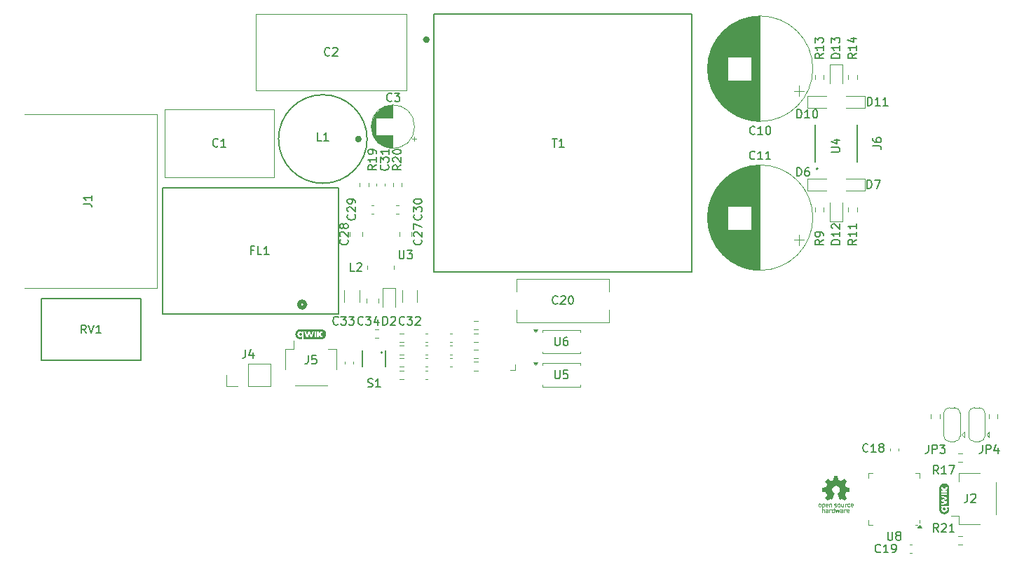
<source format=gbr>
%TF.GenerationSoftware,KiCad,Pcbnew,9.0.0-9.0.0-2~ubuntu24.04.1*%
%TF.CreationDate,2025-04-09T05:26:43-04:00*%
%TF.ProjectId,ECE2799_LED-Lamp,45434532-3739-4395-9f4c-45442d4c616d,rev?*%
%TF.SameCoordinates,Original*%
%TF.FileFunction,Legend,Top*%
%TF.FilePolarity,Positive*%
%FSLAX46Y46*%
G04 Gerber Fmt 4.6, Leading zero omitted, Abs format (unit mm)*
G04 Created by KiCad (PCBNEW 9.0.0-9.0.0-2~ubuntu24.04.1) date 2025-04-09 05:26:43*
%MOMM*%
%LPD*%
G01*
G04 APERTURE LIST*
%ADD10C,0.150000*%
%ADD11C,0.200000*%
%ADD12C,0.400000*%
%ADD13C,0.120000*%
%ADD14C,0.100000*%
%ADD15C,0.000000*%
%ADD16C,0.152400*%
%ADD17C,0.508000*%
%ADD18C,0.127000*%
G04 APERTURE END LIST*
D10*
X158713095Y-99454819D02*
X159284523Y-99454819D01*
X158998809Y-100454819D02*
X158998809Y-99454819D01*
X160141666Y-100454819D02*
X159570238Y-100454819D01*
X159855952Y-100454819D02*
X159855952Y-99454819D01*
X159855952Y-99454819D02*
X159760714Y-99597676D01*
X159760714Y-99597676D02*
X159665476Y-99692914D01*
X159665476Y-99692914D02*
X159570238Y-99740533D01*
X191454819Y-89142857D02*
X190978628Y-89476190D01*
X191454819Y-89714285D02*
X190454819Y-89714285D01*
X190454819Y-89714285D02*
X190454819Y-89333333D01*
X190454819Y-89333333D02*
X190502438Y-89238095D01*
X190502438Y-89238095D02*
X190550057Y-89190476D01*
X190550057Y-89190476D02*
X190645295Y-89142857D01*
X190645295Y-89142857D02*
X190788152Y-89142857D01*
X190788152Y-89142857D02*
X190883390Y-89190476D01*
X190883390Y-89190476D02*
X190931009Y-89238095D01*
X190931009Y-89238095D02*
X190978628Y-89333333D01*
X190978628Y-89333333D02*
X190978628Y-89714285D01*
X191454819Y-88190476D02*
X191454819Y-88761904D01*
X191454819Y-88476190D02*
X190454819Y-88476190D01*
X190454819Y-88476190D02*
X190597676Y-88571428D01*
X190597676Y-88571428D02*
X190692914Y-88666666D01*
X190692914Y-88666666D02*
X190740533Y-88761904D01*
X190454819Y-87857142D02*
X190454819Y-87238095D01*
X190454819Y-87238095D02*
X190835771Y-87571428D01*
X190835771Y-87571428D02*
X190835771Y-87428571D01*
X190835771Y-87428571D02*
X190883390Y-87333333D01*
X190883390Y-87333333D02*
X190931009Y-87285714D01*
X190931009Y-87285714D02*
X191026247Y-87238095D01*
X191026247Y-87238095D02*
X191264342Y-87238095D01*
X191264342Y-87238095D02*
X191359580Y-87285714D01*
X191359580Y-87285714D02*
X191407200Y-87333333D01*
X191407200Y-87333333D02*
X191454819Y-87428571D01*
X191454819Y-87428571D02*
X191454819Y-87714285D01*
X191454819Y-87714285D02*
X191407200Y-87809523D01*
X191407200Y-87809523D02*
X191359580Y-87857142D01*
X102404761Y-122954819D02*
X102071428Y-122478628D01*
X101833333Y-122954819D02*
X101833333Y-121954819D01*
X101833333Y-121954819D02*
X102214285Y-121954819D01*
X102214285Y-121954819D02*
X102309523Y-122002438D01*
X102309523Y-122002438D02*
X102357142Y-122050057D01*
X102357142Y-122050057D02*
X102404761Y-122145295D01*
X102404761Y-122145295D02*
X102404761Y-122288152D01*
X102404761Y-122288152D02*
X102357142Y-122383390D01*
X102357142Y-122383390D02*
X102309523Y-122431009D01*
X102309523Y-122431009D02*
X102214285Y-122478628D01*
X102214285Y-122478628D02*
X101833333Y-122478628D01*
X102690476Y-121954819D02*
X103023809Y-122954819D01*
X103023809Y-122954819D02*
X103357142Y-121954819D01*
X104214285Y-122954819D02*
X103642857Y-122954819D01*
X103928571Y-122954819D02*
X103928571Y-121954819D01*
X103928571Y-121954819D02*
X103833333Y-122097676D01*
X103833333Y-122097676D02*
X103738095Y-122192914D01*
X103738095Y-122192914D02*
X103642857Y-122240533D01*
X102092319Y-107333333D02*
X102806604Y-107333333D01*
X102806604Y-107333333D02*
X102949461Y-107380952D01*
X102949461Y-107380952D02*
X103044700Y-107476190D01*
X103044700Y-107476190D02*
X103092319Y-107619047D01*
X103092319Y-107619047D02*
X103092319Y-107714285D01*
X103092319Y-106333333D02*
X103092319Y-106904761D01*
X103092319Y-106619047D02*
X102092319Y-106619047D01*
X102092319Y-106619047D02*
X102235176Y-106714285D01*
X102235176Y-106714285D02*
X102330414Y-106809523D01*
X102330414Y-106809523D02*
X102378033Y-106904761D01*
X142859580Y-108642857D02*
X142907200Y-108690476D01*
X142907200Y-108690476D02*
X142954819Y-108833333D01*
X142954819Y-108833333D02*
X142954819Y-108928571D01*
X142954819Y-108928571D02*
X142907200Y-109071428D01*
X142907200Y-109071428D02*
X142811961Y-109166666D01*
X142811961Y-109166666D02*
X142716723Y-109214285D01*
X142716723Y-109214285D02*
X142526247Y-109261904D01*
X142526247Y-109261904D02*
X142383390Y-109261904D01*
X142383390Y-109261904D02*
X142192914Y-109214285D01*
X142192914Y-109214285D02*
X142097676Y-109166666D01*
X142097676Y-109166666D02*
X142002438Y-109071428D01*
X142002438Y-109071428D02*
X141954819Y-108928571D01*
X141954819Y-108928571D02*
X141954819Y-108833333D01*
X141954819Y-108833333D02*
X142002438Y-108690476D01*
X142002438Y-108690476D02*
X142050057Y-108642857D01*
X141954819Y-108309523D02*
X141954819Y-107690476D01*
X141954819Y-107690476D02*
X142335771Y-108023809D01*
X142335771Y-108023809D02*
X142335771Y-107880952D01*
X142335771Y-107880952D02*
X142383390Y-107785714D01*
X142383390Y-107785714D02*
X142431009Y-107738095D01*
X142431009Y-107738095D02*
X142526247Y-107690476D01*
X142526247Y-107690476D02*
X142764342Y-107690476D01*
X142764342Y-107690476D02*
X142859580Y-107738095D01*
X142859580Y-107738095D02*
X142907200Y-107785714D01*
X142907200Y-107785714D02*
X142954819Y-107880952D01*
X142954819Y-107880952D02*
X142954819Y-108166666D01*
X142954819Y-108166666D02*
X142907200Y-108261904D01*
X142907200Y-108261904D02*
X142859580Y-108309523D01*
X141954819Y-107071428D02*
X141954819Y-106976190D01*
X141954819Y-106976190D02*
X142002438Y-106880952D01*
X142002438Y-106880952D02*
X142050057Y-106833333D01*
X142050057Y-106833333D02*
X142145295Y-106785714D01*
X142145295Y-106785714D02*
X142335771Y-106738095D01*
X142335771Y-106738095D02*
X142573866Y-106738095D01*
X142573866Y-106738095D02*
X142764342Y-106785714D01*
X142764342Y-106785714D02*
X142859580Y-106833333D01*
X142859580Y-106833333D02*
X142907200Y-106880952D01*
X142907200Y-106880952D02*
X142954819Y-106976190D01*
X142954819Y-106976190D02*
X142954819Y-107071428D01*
X142954819Y-107071428D02*
X142907200Y-107166666D01*
X142907200Y-107166666D02*
X142859580Y-107214285D01*
X142859580Y-107214285D02*
X142764342Y-107261904D01*
X142764342Y-107261904D02*
X142573866Y-107309523D01*
X142573866Y-107309523D02*
X142335771Y-107309523D01*
X142335771Y-107309523D02*
X142145295Y-107261904D01*
X142145295Y-107261904D02*
X142050057Y-107214285D01*
X142050057Y-107214285D02*
X142002438Y-107166666D01*
X142002438Y-107166666D02*
X141954819Y-107071428D01*
X210666666Y-136454819D02*
X210666666Y-137169104D01*
X210666666Y-137169104D02*
X210619047Y-137311961D01*
X210619047Y-137311961D02*
X210523809Y-137407200D01*
X210523809Y-137407200D02*
X210380952Y-137454819D01*
X210380952Y-137454819D02*
X210285714Y-137454819D01*
X211142857Y-137454819D02*
X211142857Y-136454819D01*
X211142857Y-136454819D02*
X211523809Y-136454819D01*
X211523809Y-136454819D02*
X211619047Y-136502438D01*
X211619047Y-136502438D02*
X211666666Y-136550057D01*
X211666666Y-136550057D02*
X211714285Y-136645295D01*
X211714285Y-136645295D02*
X211714285Y-136788152D01*
X211714285Y-136788152D02*
X211666666Y-136883390D01*
X211666666Y-136883390D02*
X211619047Y-136931009D01*
X211619047Y-136931009D02*
X211523809Y-136978628D01*
X211523809Y-136978628D02*
X211142857Y-136978628D01*
X212571428Y-136788152D02*
X212571428Y-137454819D01*
X212333333Y-136407200D02*
X212095238Y-137121485D01*
X212095238Y-137121485D02*
X212714285Y-137121485D01*
X142859580Y-111642857D02*
X142907200Y-111690476D01*
X142907200Y-111690476D02*
X142954819Y-111833333D01*
X142954819Y-111833333D02*
X142954819Y-111928571D01*
X142954819Y-111928571D02*
X142907200Y-112071428D01*
X142907200Y-112071428D02*
X142811961Y-112166666D01*
X142811961Y-112166666D02*
X142716723Y-112214285D01*
X142716723Y-112214285D02*
X142526247Y-112261904D01*
X142526247Y-112261904D02*
X142383390Y-112261904D01*
X142383390Y-112261904D02*
X142192914Y-112214285D01*
X142192914Y-112214285D02*
X142097676Y-112166666D01*
X142097676Y-112166666D02*
X142002438Y-112071428D01*
X142002438Y-112071428D02*
X141954819Y-111928571D01*
X141954819Y-111928571D02*
X141954819Y-111833333D01*
X141954819Y-111833333D02*
X142002438Y-111690476D01*
X142002438Y-111690476D02*
X142050057Y-111642857D01*
X142050057Y-111261904D02*
X142002438Y-111214285D01*
X142002438Y-111214285D02*
X141954819Y-111119047D01*
X141954819Y-111119047D02*
X141954819Y-110880952D01*
X141954819Y-110880952D02*
X142002438Y-110785714D01*
X142002438Y-110785714D02*
X142050057Y-110738095D01*
X142050057Y-110738095D02*
X142145295Y-110690476D01*
X142145295Y-110690476D02*
X142240533Y-110690476D01*
X142240533Y-110690476D02*
X142383390Y-110738095D01*
X142383390Y-110738095D02*
X142954819Y-111309523D01*
X142954819Y-111309523D02*
X142954819Y-110690476D01*
X141954819Y-110357142D02*
X141954819Y-109690476D01*
X141954819Y-109690476D02*
X142954819Y-110119047D01*
X138859580Y-102642857D02*
X138907200Y-102690476D01*
X138907200Y-102690476D02*
X138954819Y-102833333D01*
X138954819Y-102833333D02*
X138954819Y-102928571D01*
X138954819Y-102928571D02*
X138907200Y-103071428D01*
X138907200Y-103071428D02*
X138811961Y-103166666D01*
X138811961Y-103166666D02*
X138716723Y-103214285D01*
X138716723Y-103214285D02*
X138526247Y-103261904D01*
X138526247Y-103261904D02*
X138383390Y-103261904D01*
X138383390Y-103261904D02*
X138192914Y-103214285D01*
X138192914Y-103214285D02*
X138097676Y-103166666D01*
X138097676Y-103166666D02*
X138002438Y-103071428D01*
X138002438Y-103071428D02*
X137954819Y-102928571D01*
X137954819Y-102928571D02*
X137954819Y-102833333D01*
X137954819Y-102833333D02*
X138002438Y-102690476D01*
X138002438Y-102690476D02*
X138050057Y-102642857D01*
X137954819Y-102309523D02*
X137954819Y-101690476D01*
X137954819Y-101690476D02*
X138335771Y-102023809D01*
X138335771Y-102023809D02*
X138335771Y-101880952D01*
X138335771Y-101880952D02*
X138383390Y-101785714D01*
X138383390Y-101785714D02*
X138431009Y-101738095D01*
X138431009Y-101738095D02*
X138526247Y-101690476D01*
X138526247Y-101690476D02*
X138764342Y-101690476D01*
X138764342Y-101690476D02*
X138859580Y-101738095D01*
X138859580Y-101738095D02*
X138907200Y-101785714D01*
X138907200Y-101785714D02*
X138954819Y-101880952D01*
X138954819Y-101880952D02*
X138954819Y-102166666D01*
X138954819Y-102166666D02*
X138907200Y-102261904D01*
X138907200Y-102261904D02*
X138859580Y-102309523D01*
X138954819Y-100738095D02*
X138954819Y-101309523D01*
X138954819Y-101023809D02*
X137954819Y-101023809D01*
X137954819Y-101023809D02*
X138097676Y-101119047D01*
X138097676Y-101119047D02*
X138192914Y-101214285D01*
X138192914Y-101214285D02*
X138240533Y-101309523D01*
X133959580Y-111642857D02*
X134007200Y-111690476D01*
X134007200Y-111690476D02*
X134054819Y-111833333D01*
X134054819Y-111833333D02*
X134054819Y-111928571D01*
X134054819Y-111928571D02*
X134007200Y-112071428D01*
X134007200Y-112071428D02*
X133911961Y-112166666D01*
X133911961Y-112166666D02*
X133816723Y-112214285D01*
X133816723Y-112214285D02*
X133626247Y-112261904D01*
X133626247Y-112261904D02*
X133483390Y-112261904D01*
X133483390Y-112261904D02*
X133292914Y-112214285D01*
X133292914Y-112214285D02*
X133197676Y-112166666D01*
X133197676Y-112166666D02*
X133102438Y-112071428D01*
X133102438Y-112071428D02*
X133054819Y-111928571D01*
X133054819Y-111928571D02*
X133054819Y-111833333D01*
X133054819Y-111833333D02*
X133102438Y-111690476D01*
X133102438Y-111690476D02*
X133150057Y-111642857D01*
X133150057Y-111261904D02*
X133102438Y-111214285D01*
X133102438Y-111214285D02*
X133054819Y-111119047D01*
X133054819Y-111119047D02*
X133054819Y-110880952D01*
X133054819Y-110880952D02*
X133102438Y-110785714D01*
X133102438Y-110785714D02*
X133150057Y-110738095D01*
X133150057Y-110738095D02*
X133245295Y-110690476D01*
X133245295Y-110690476D02*
X133340533Y-110690476D01*
X133340533Y-110690476D02*
X133483390Y-110738095D01*
X133483390Y-110738095D02*
X134054819Y-111309523D01*
X134054819Y-111309523D02*
X134054819Y-110690476D01*
X133483390Y-110119047D02*
X133435771Y-110214285D01*
X133435771Y-110214285D02*
X133388152Y-110261904D01*
X133388152Y-110261904D02*
X133292914Y-110309523D01*
X133292914Y-110309523D02*
X133245295Y-110309523D01*
X133245295Y-110309523D02*
X133150057Y-110261904D01*
X133150057Y-110261904D02*
X133102438Y-110214285D01*
X133102438Y-110214285D02*
X133054819Y-110119047D01*
X133054819Y-110119047D02*
X133054819Y-109928571D01*
X133054819Y-109928571D02*
X133102438Y-109833333D01*
X133102438Y-109833333D02*
X133150057Y-109785714D01*
X133150057Y-109785714D02*
X133245295Y-109738095D01*
X133245295Y-109738095D02*
X133292914Y-109738095D01*
X133292914Y-109738095D02*
X133388152Y-109785714D01*
X133388152Y-109785714D02*
X133435771Y-109833333D01*
X133435771Y-109833333D02*
X133483390Y-109928571D01*
X133483390Y-109928571D02*
X133483390Y-110119047D01*
X133483390Y-110119047D02*
X133531009Y-110214285D01*
X133531009Y-110214285D02*
X133578628Y-110261904D01*
X133578628Y-110261904D02*
X133673866Y-110309523D01*
X133673866Y-110309523D02*
X133864342Y-110309523D01*
X133864342Y-110309523D02*
X133959580Y-110261904D01*
X133959580Y-110261904D02*
X134007200Y-110214285D01*
X134007200Y-110214285D02*
X134054819Y-110119047D01*
X134054819Y-110119047D02*
X134054819Y-109928571D01*
X134054819Y-109928571D02*
X134007200Y-109833333D01*
X134007200Y-109833333D02*
X133959580Y-109785714D01*
X133959580Y-109785714D02*
X133864342Y-109738095D01*
X133864342Y-109738095D02*
X133673866Y-109738095D01*
X133673866Y-109738095D02*
X133578628Y-109785714D01*
X133578628Y-109785714D02*
X133531009Y-109833333D01*
X133531009Y-109833333D02*
X133483390Y-109928571D01*
X140857142Y-121859580D02*
X140809523Y-121907200D01*
X140809523Y-121907200D02*
X140666666Y-121954819D01*
X140666666Y-121954819D02*
X140571428Y-121954819D01*
X140571428Y-121954819D02*
X140428571Y-121907200D01*
X140428571Y-121907200D02*
X140333333Y-121811961D01*
X140333333Y-121811961D02*
X140285714Y-121716723D01*
X140285714Y-121716723D02*
X140238095Y-121526247D01*
X140238095Y-121526247D02*
X140238095Y-121383390D01*
X140238095Y-121383390D02*
X140285714Y-121192914D01*
X140285714Y-121192914D02*
X140333333Y-121097676D01*
X140333333Y-121097676D02*
X140428571Y-121002438D01*
X140428571Y-121002438D02*
X140571428Y-120954819D01*
X140571428Y-120954819D02*
X140666666Y-120954819D01*
X140666666Y-120954819D02*
X140809523Y-121002438D01*
X140809523Y-121002438D02*
X140857142Y-121050057D01*
X141190476Y-120954819D02*
X141809523Y-120954819D01*
X141809523Y-120954819D02*
X141476190Y-121335771D01*
X141476190Y-121335771D02*
X141619047Y-121335771D01*
X141619047Y-121335771D02*
X141714285Y-121383390D01*
X141714285Y-121383390D02*
X141761904Y-121431009D01*
X141761904Y-121431009D02*
X141809523Y-121526247D01*
X141809523Y-121526247D02*
X141809523Y-121764342D01*
X141809523Y-121764342D02*
X141761904Y-121859580D01*
X141761904Y-121859580D02*
X141714285Y-121907200D01*
X141714285Y-121907200D02*
X141619047Y-121954819D01*
X141619047Y-121954819D02*
X141333333Y-121954819D01*
X141333333Y-121954819D02*
X141238095Y-121907200D01*
X141238095Y-121907200D02*
X141190476Y-121859580D01*
X142190476Y-121050057D02*
X142238095Y-121002438D01*
X142238095Y-121002438D02*
X142333333Y-120954819D01*
X142333333Y-120954819D02*
X142571428Y-120954819D01*
X142571428Y-120954819D02*
X142666666Y-121002438D01*
X142666666Y-121002438D02*
X142714285Y-121050057D01*
X142714285Y-121050057D02*
X142761904Y-121145295D01*
X142761904Y-121145295D02*
X142761904Y-121240533D01*
X142761904Y-121240533D02*
X142714285Y-121383390D01*
X142714285Y-121383390D02*
X142142857Y-121954819D01*
X142142857Y-121954819D02*
X142761904Y-121954819D01*
X196761905Y-105454819D02*
X196761905Y-104454819D01*
X196761905Y-104454819D02*
X197000000Y-104454819D01*
X197000000Y-104454819D02*
X197142857Y-104502438D01*
X197142857Y-104502438D02*
X197238095Y-104597676D01*
X197238095Y-104597676D02*
X197285714Y-104692914D01*
X197285714Y-104692914D02*
X197333333Y-104883390D01*
X197333333Y-104883390D02*
X197333333Y-105026247D01*
X197333333Y-105026247D02*
X197285714Y-105216723D01*
X197285714Y-105216723D02*
X197238095Y-105311961D01*
X197238095Y-105311961D02*
X197142857Y-105407200D01*
X197142857Y-105407200D02*
X197000000Y-105454819D01*
X197000000Y-105454819D02*
X196761905Y-105454819D01*
X197666667Y-104454819D02*
X198333333Y-104454819D01*
X198333333Y-104454819D02*
X197904762Y-105454819D01*
X136438095Y-129407200D02*
X136580952Y-129454819D01*
X136580952Y-129454819D02*
X136819047Y-129454819D01*
X136819047Y-129454819D02*
X136914285Y-129407200D01*
X136914285Y-129407200D02*
X136961904Y-129359580D01*
X136961904Y-129359580D02*
X137009523Y-129264342D01*
X137009523Y-129264342D02*
X137009523Y-129169104D01*
X137009523Y-129169104D02*
X136961904Y-129073866D01*
X136961904Y-129073866D02*
X136914285Y-129026247D01*
X136914285Y-129026247D02*
X136819047Y-128978628D01*
X136819047Y-128978628D02*
X136628571Y-128931009D01*
X136628571Y-128931009D02*
X136533333Y-128883390D01*
X136533333Y-128883390D02*
X136485714Y-128835771D01*
X136485714Y-128835771D02*
X136438095Y-128740533D01*
X136438095Y-128740533D02*
X136438095Y-128645295D01*
X136438095Y-128645295D02*
X136485714Y-128550057D01*
X136485714Y-128550057D02*
X136533333Y-128502438D01*
X136533333Y-128502438D02*
X136628571Y-128454819D01*
X136628571Y-128454819D02*
X136866666Y-128454819D01*
X136866666Y-128454819D02*
X137009523Y-128502438D01*
X137961904Y-129454819D02*
X137390476Y-129454819D01*
X137676190Y-129454819D02*
X137676190Y-128454819D01*
X137676190Y-128454819D02*
X137580952Y-128597676D01*
X137580952Y-128597676D02*
X137485714Y-128692914D01*
X137485714Y-128692914D02*
X137390476Y-128740533D01*
X204166666Y-136454819D02*
X204166666Y-137169104D01*
X204166666Y-137169104D02*
X204119047Y-137311961D01*
X204119047Y-137311961D02*
X204023809Y-137407200D01*
X204023809Y-137407200D02*
X203880952Y-137454819D01*
X203880952Y-137454819D02*
X203785714Y-137454819D01*
X204642857Y-137454819D02*
X204642857Y-136454819D01*
X204642857Y-136454819D02*
X205023809Y-136454819D01*
X205023809Y-136454819D02*
X205119047Y-136502438D01*
X205119047Y-136502438D02*
X205166666Y-136550057D01*
X205166666Y-136550057D02*
X205214285Y-136645295D01*
X205214285Y-136645295D02*
X205214285Y-136788152D01*
X205214285Y-136788152D02*
X205166666Y-136883390D01*
X205166666Y-136883390D02*
X205119047Y-136931009D01*
X205119047Y-136931009D02*
X205023809Y-136978628D01*
X205023809Y-136978628D02*
X204642857Y-136978628D01*
X205547619Y-136454819D02*
X206166666Y-136454819D01*
X206166666Y-136454819D02*
X205833333Y-136835771D01*
X205833333Y-136835771D02*
X205976190Y-136835771D01*
X205976190Y-136835771D02*
X206071428Y-136883390D01*
X206071428Y-136883390D02*
X206119047Y-136931009D01*
X206119047Y-136931009D02*
X206166666Y-137026247D01*
X206166666Y-137026247D02*
X206166666Y-137264342D01*
X206166666Y-137264342D02*
X206119047Y-137359580D01*
X206119047Y-137359580D02*
X206071428Y-137407200D01*
X206071428Y-137407200D02*
X205976190Y-137454819D01*
X205976190Y-137454819D02*
X205690476Y-137454819D01*
X205690476Y-137454819D02*
X205595238Y-137407200D01*
X205595238Y-137407200D02*
X205547619Y-137359580D01*
X131833333Y-89359580D02*
X131785714Y-89407200D01*
X131785714Y-89407200D02*
X131642857Y-89454819D01*
X131642857Y-89454819D02*
X131547619Y-89454819D01*
X131547619Y-89454819D02*
X131404762Y-89407200D01*
X131404762Y-89407200D02*
X131309524Y-89311961D01*
X131309524Y-89311961D02*
X131261905Y-89216723D01*
X131261905Y-89216723D02*
X131214286Y-89026247D01*
X131214286Y-89026247D02*
X131214286Y-88883390D01*
X131214286Y-88883390D02*
X131261905Y-88692914D01*
X131261905Y-88692914D02*
X131309524Y-88597676D01*
X131309524Y-88597676D02*
X131404762Y-88502438D01*
X131404762Y-88502438D02*
X131547619Y-88454819D01*
X131547619Y-88454819D02*
X131642857Y-88454819D01*
X131642857Y-88454819D02*
X131785714Y-88502438D01*
X131785714Y-88502438D02*
X131833333Y-88550057D01*
X132214286Y-88550057D02*
X132261905Y-88502438D01*
X132261905Y-88502438D02*
X132357143Y-88454819D01*
X132357143Y-88454819D02*
X132595238Y-88454819D01*
X132595238Y-88454819D02*
X132690476Y-88502438D01*
X132690476Y-88502438D02*
X132738095Y-88550057D01*
X132738095Y-88550057D02*
X132785714Y-88645295D01*
X132785714Y-88645295D02*
X132785714Y-88740533D01*
X132785714Y-88740533D02*
X132738095Y-88883390D01*
X132738095Y-88883390D02*
X132166667Y-89454819D01*
X132166667Y-89454819D02*
X132785714Y-89454819D01*
X198357142Y-149359580D02*
X198309523Y-149407200D01*
X198309523Y-149407200D02*
X198166666Y-149454819D01*
X198166666Y-149454819D02*
X198071428Y-149454819D01*
X198071428Y-149454819D02*
X197928571Y-149407200D01*
X197928571Y-149407200D02*
X197833333Y-149311961D01*
X197833333Y-149311961D02*
X197785714Y-149216723D01*
X197785714Y-149216723D02*
X197738095Y-149026247D01*
X197738095Y-149026247D02*
X197738095Y-148883390D01*
X197738095Y-148883390D02*
X197785714Y-148692914D01*
X197785714Y-148692914D02*
X197833333Y-148597676D01*
X197833333Y-148597676D02*
X197928571Y-148502438D01*
X197928571Y-148502438D02*
X198071428Y-148454819D01*
X198071428Y-148454819D02*
X198166666Y-148454819D01*
X198166666Y-148454819D02*
X198309523Y-148502438D01*
X198309523Y-148502438D02*
X198357142Y-148550057D01*
X199309523Y-149454819D02*
X198738095Y-149454819D01*
X199023809Y-149454819D02*
X199023809Y-148454819D01*
X199023809Y-148454819D02*
X198928571Y-148597676D01*
X198928571Y-148597676D02*
X198833333Y-148692914D01*
X198833333Y-148692914D02*
X198738095Y-148740533D01*
X199785714Y-149454819D02*
X199976190Y-149454819D01*
X199976190Y-149454819D02*
X200071428Y-149407200D01*
X200071428Y-149407200D02*
X200119047Y-149359580D01*
X200119047Y-149359580D02*
X200214285Y-149216723D01*
X200214285Y-149216723D02*
X200261904Y-149026247D01*
X200261904Y-149026247D02*
X200261904Y-148645295D01*
X200261904Y-148645295D02*
X200214285Y-148550057D01*
X200214285Y-148550057D02*
X200166666Y-148502438D01*
X200166666Y-148502438D02*
X200071428Y-148454819D01*
X200071428Y-148454819D02*
X199880952Y-148454819D01*
X199880952Y-148454819D02*
X199785714Y-148502438D01*
X199785714Y-148502438D02*
X199738095Y-148550057D01*
X199738095Y-148550057D02*
X199690476Y-148645295D01*
X199690476Y-148645295D02*
X199690476Y-148883390D01*
X199690476Y-148883390D02*
X199738095Y-148978628D01*
X199738095Y-148978628D02*
X199785714Y-149026247D01*
X199785714Y-149026247D02*
X199880952Y-149073866D01*
X199880952Y-149073866D02*
X200071428Y-149073866D01*
X200071428Y-149073866D02*
X200166666Y-149026247D01*
X200166666Y-149026247D02*
X200214285Y-148978628D01*
X200214285Y-148978628D02*
X200261904Y-148883390D01*
X205357142Y-146954819D02*
X205023809Y-146478628D01*
X204785714Y-146954819D02*
X204785714Y-145954819D01*
X204785714Y-145954819D02*
X205166666Y-145954819D01*
X205166666Y-145954819D02*
X205261904Y-146002438D01*
X205261904Y-146002438D02*
X205309523Y-146050057D01*
X205309523Y-146050057D02*
X205357142Y-146145295D01*
X205357142Y-146145295D02*
X205357142Y-146288152D01*
X205357142Y-146288152D02*
X205309523Y-146383390D01*
X205309523Y-146383390D02*
X205261904Y-146431009D01*
X205261904Y-146431009D02*
X205166666Y-146478628D01*
X205166666Y-146478628D02*
X204785714Y-146478628D01*
X205738095Y-146050057D02*
X205785714Y-146002438D01*
X205785714Y-146002438D02*
X205880952Y-145954819D01*
X205880952Y-145954819D02*
X206119047Y-145954819D01*
X206119047Y-145954819D02*
X206214285Y-146002438D01*
X206214285Y-146002438D02*
X206261904Y-146050057D01*
X206261904Y-146050057D02*
X206309523Y-146145295D01*
X206309523Y-146145295D02*
X206309523Y-146240533D01*
X206309523Y-146240533D02*
X206261904Y-146383390D01*
X206261904Y-146383390D02*
X205690476Y-146954819D01*
X205690476Y-146954819D02*
X206309523Y-146954819D01*
X207261904Y-146954819D02*
X206690476Y-146954819D01*
X206976190Y-146954819D02*
X206976190Y-145954819D01*
X206976190Y-145954819D02*
X206880952Y-146097676D01*
X206880952Y-146097676D02*
X206785714Y-146192914D01*
X206785714Y-146192914D02*
X206690476Y-146240533D01*
X139333333Y-94859580D02*
X139285714Y-94907200D01*
X139285714Y-94907200D02*
X139142857Y-94954819D01*
X139142857Y-94954819D02*
X139047619Y-94954819D01*
X139047619Y-94954819D02*
X138904762Y-94907200D01*
X138904762Y-94907200D02*
X138809524Y-94811961D01*
X138809524Y-94811961D02*
X138761905Y-94716723D01*
X138761905Y-94716723D02*
X138714286Y-94526247D01*
X138714286Y-94526247D02*
X138714286Y-94383390D01*
X138714286Y-94383390D02*
X138761905Y-94192914D01*
X138761905Y-94192914D02*
X138809524Y-94097676D01*
X138809524Y-94097676D02*
X138904762Y-94002438D01*
X138904762Y-94002438D02*
X139047619Y-93954819D01*
X139047619Y-93954819D02*
X139142857Y-93954819D01*
X139142857Y-93954819D02*
X139285714Y-94002438D01*
X139285714Y-94002438D02*
X139333333Y-94050057D01*
X139666667Y-93954819D02*
X140285714Y-93954819D01*
X140285714Y-93954819D02*
X139952381Y-94335771D01*
X139952381Y-94335771D02*
X140095238Y-94335771D01*
X140095238Y-94335771D02*
X140190476Y-94383390D01*
X140190476Y-94383390D02*
X140238095Y-94431009D01*
X140238095Y-94431009D02*
X140285714Y-94526247D01*
X140285714Y-94526247D02*
X140285714Y-94764342D01*
X140285714Y-94764342D02*
X140238095Y-94859580D01*
X140238095Y-94859580D02*
X140190476Y-94907200D01*
X140190476Y-94907200D02*
X140095238Y-94954819D01*
X140095238Y-94954819D02*
X139809524Y-94954819D01*
X139809524Y-94954819D02*
X139714286Y-94907200D01*
X139714286Y-94907200D02*
X139666667Y-94859580D01*
X188261905Y-103954819D02*
X188261905Y-102954819D01*
X188261905Y-102954819D02*
X188500000Y-102954819D01*
X188500000Y-102954819D02*
X188642857Y-103002438D01*
X188642857Y-103002438D02*
X188738095Y-103097676D01*
X188738095Y-103097676D02*
X188785714Y-103192914D01*
X188785714Y-103192914D02*
X188833333Y-103383390D01*
X188833333Y-103383390D02*
X188833333Y-103526247D01*
X188833333Y-103526247D02*
X188785714Y-103716723D01*
X188785714Y-103716723D02*
X188738095Y-103811961D01*
X188738095Y-103811961D02*
X188642857Y-103907200D01*
X188642857Y-103907200D02*
X188500000Y-103954819D01*
X188500000Y-103954819D02*
X188261905Y-103954819D01*
X189690476Y-102954819D02*
X189500000Y-102954819D01*
X189500000Y-102954819D02*
X189404762Y-103002438D01*
X189404762Y-103002438D02*
X189357143Y-103050057D01*
X189357143Y-103050057D02*
X189261905Y-103192914D01*
X189261905Y-103192914D02*
X189214286Y-103383390D01*
X189214286Y-103383390D02*
X189214286Y-103764342D01*
X189214286Y-103764342D02*
X189261905Y-103859580D01*
X189261905Y-103859580D02*
X189309524Y-103907200D01*
X189309524Y-103907200D02*
X189404762Y-103954819D01*
X189404762Y-103954819D02*
X189595238Y-103954819D01*
X189595238Y-103954819D02*
X189690476Y-103907200D01*
X189690476Y-103907200D02*
X189738095Y-103859580D01*
X189738095Y-103859580D02*
X189785714Y-103764342D01*
X189785714Y-103764342D02*
X189785714Y-103526247D01*
X189785714Y-103526247D02*
X189738095Y-103431009D01*
X189738095Y-103431009D02*
X189690476Y-103383390D01*
X189690476Y-103383390D02*
X189595238Y-103335771D01*
X189595238Y-103335771D02*
X189404762Y-103335771D01*
X189404762Y-103335771D02*
X189309524Y-103383390D01*
X189309524Y-103383390D02*
X189261905Y-103431009D01*
X189261905Y-103431009D02*
X189214286Y-103526247D01*
X183181101Y-101859580D02*
X183133482Y-101907200D01*
X183133482Y-101907200D02*
X182990625Y-101954819D01*
X182990625Y-101954819D02*
X182895387Y-101954819D01*
X182895387Y-101954819D02*
X182752530Y-101907200D01*
X182752530Y-101907200D02*
X182657292Y-101811961D01*
X182657292Y-101811961D02*
X182609673Y-101716723D01*
X182609673Y-101716723D02*
X182562054Y-101526247D01*
X182562054Y-101526247D02*
X182562054Y-101383390D01*
X182562054Y-101383390D02*
X182609673Y-101192914D01*
X182609673Y-101192914D02*
X182657292Y-101097676D01*
X182657292Y-101097676D02*
X182752530Y-101002438D01*
X182752530Y-101002438D02*
X182895387Y-100954819D01*
X182895387Y-100954819D02*
X182990625Y-100954819D01*
X182990625Y-100954819D02*
X183133482Y-101002438D01*
X183133482Y-101002438D02*
X183181101Y-101050057D01*
X184133482Y-101954819D02*
X183562054Y-101954819D01*
X183847768Y-101954819D02*
X183847768Y-100954819D01*
X183847768Y-100954819D02*
X183752530Y-101097676D01*
X183752530Y-101097676D02*
X183657292Y-101192914D01*
X183657292Y-101192914D02*
X183562054Y-101240533D01*
X185085863Y-101954819D02*
X184514435Y-101954819D01*
X184800149Y-101954819D02*
X184800149Y-100954819D01*
X184800149Y-100954819D02*
X184704911Y-101097676D01*
X184704911Y-101097676D02*
X184609673Y-101192914D01*
X184609673Y-101192914D02*
X184514435Y-101240533D01*
X183181101Y-98859580D02*
X183133482Y-98907200D01*
X183133482Y-98907200D02*
X182990625Y-98954819D01*
X182990625Y-98954819D02*
X182895387Y-98954819D01*
X182895387Y-98954819D02*
X182752530Y-98907200D01*
X182752530Y-98907200D02*
X182657292Y-98811961D01*
X182657292Y-98811961D02*
X182609673Y-98716723D01*
X182609673Y-98716723D02*
X182562054Y-98526247D01*
X182562054Y-98526247D02*
X182562054Y-98383390D01*
X182562054Y-98383390D02*
X182609673Y-98192914D01*
X182609673Y-98192914D02*
X182657292Y-98097676D01*
X182657292Y-98097676D02*
X182752530Y-98002438D01*
X182752530Y-98002438D02*
X182895387Y-97954819D01*
X182895387Y-97954819D02*
X182990625Y-97954819D01*
X182990625Y-97954819D02*
X183133482Y-98002438D01*
X183133482Y-98002438D02*
X183181101Y-98050057D01*
X184133482Y-98954819D02*
X183562054Y-98954819D01*
X183847768Y-98954819D02*
X183847768Y-97954819D01*
X183847768Y-97954819D02*
X183752530Y-98097676D01*
X183752530Y-98097676D02*
X183657292Y-98192914D01*
X183657292Y-98192914D02*
X183562054Y-98240533D01*
X184752530Y-97954819D02*
X184847768Y-97954819D01*
X184847768Y-97954819D02*
X184943006Y-98002438D01*
X184943006Y-98002438D02*
X184990625Y-98050057D01*
X184990625Y-98050057D02*
X185038244Y-98145295D01*
X185038244Y-98145295D02*
X185085863Y-98335771D01*
X185085863Y-98335771D02*
X185085863Y-98573866D01*
X185085863Y-98573866D02*
X185038244Y-98764342D01*
X185038244Y-98764342D02*
X184990625Y-98859580D01*
X184990625Y-98859580D02*
X184943006Y-98907200D01*
X184943006Y-98907200D02*
X184847768Y-98954819D01*
X184847768Y-98954819D02*
X184752530Y-98954819D01*
X184752530Y-98954819D02*
X184657292Y-98907200D01*
X184657292Y-98907200D02*
X184609673Y-98859580D01*
X184609673Y-98859580D02*
X184562054Y-98764342D01*
X184562054Y-98764342D02*
X184514435Y-98573866D01*
X184514435Y-98573866D02*
X184514435Y-98335771D01*
X184514435Y-98335771D02*
X184562054Y-98145295D01*
X184562054Y-98145295D02*
X184609673Y-98050057D01*
X184609673Y-98050057D02*
X184657292Y-98002438D01*
X184657292Y-98002438D02*
X184752530Y-97954819D01*
X196785714Y-95454819D02*
X196785714Y-94454819D01*
X196785714Y-94454819D02*
X197023809Y-94454819D01*
X197023809Y-94454819D02*
X197166666Y-94502438D01*
X197166666Y-94502438D02*
X197261904Y-94597676D01*
X197261904Y-94597676D02*
X197309523Y-94692914D01*
X197309523Y-94692914D02*
X197357142Y-94883390D01*
X197357142Y-94883390D02*
X197357142Y-95026247D01*
X197357142Y-95026247D02*
X197309523Y-95216723D01*
X197309523Y-95216723D02*
X197261904Y-95311961D01*
X197261904Y-95311961D02*
X197166666Y-95407200D01*
X197166666Y-95407200D02*
X197023809Y-95454819D01*
X197023809Y-95454819D02*
X196785714Y-95454819D01*
X198309523Y-95454819D02*
X197738095Y-95454819D01*
X198023809Y-95454819D02*
X198023809Y-94454819D01*
X198023809Y-94454819D02*
X197928571Y-94597676D01*
X197928571Y-94597676D02*
X197833333Y-94692914D01*
X197833333Y-94692914D02*
X197738095Y-94740533D01*
X199261904Y-95454819D02*
X198690476Y-95454819D01*
X198976190Y-95454819D02*
X198976190Y-94454819D01*
X198976190Y-94454819D02*
X198880952Y-94597676D01*
X198880952Y-94597676D02*
X198785714Y-94692914D01*
X198785714Y-94692914D02*
X198690476Y-94740533D01*
X191454819Y-111666666D02*
X190978628Y-111999999D01*
X191454819Y-112238094D02*
X190454819Y-112238094D01*
X190454819Y-112238094D02*
X190454819Y-111857142D01*
X190454819Y-111857142D02*
X190502438Y-111761904D01*
X190502438Y-111761904D02*
X190550057Y-111714285D01*
X190550057Y-111714285D02*
X190645295Y-111666666D01*
X190645295Y-111666666D02*
X190788152Y-111666666D01*
X190788152Y-111666666D02*
X190883390Y-111714285D01*
X190883390Y-111714285D02*
X190931009Y-111761904D01*
X190931009Y-111761904D02*
X190978628Y-111857142D01*
X190978628Y-111857142D02*
X190978628Y-112238094D01*
X191454819Y-111190475D02*
X191454819Y-110999999D01*
X191454819Y-110999999D02*
X191407200Y-110904761D01*
X191407200Y-110904761D02*
X191359580Y-110857142D01*
X191359580Y-110857142D02*
X191216723Y-110761904D01*
X191216723Y-110761904D02*
X191026247Y-110714285D01*
X191026247Y-110714285D02*
X190645295Y-110714285D01*
X190645295Y-110714285D02*
X190550057Y-110761904D01*
X190550057Y-110761904D02*
X190502438Y-110809523D01*
X190502438Y-110809523D02*
X190454819Y-110904761D01*
X190454819Y-110904761D02*
X190454819Y-111095237D01*
X190454819Y-111095237D02*
X190502438Y-111190475D01*
X190502438Y-111190475D02*
X190550057Y-111238094D01*
X190550057Y-111238094D02*
X190645295Y-111285713D01*
X190645295Y-111285713D02*
X190883390Y-111285713D01*
X190883390Y-111285713D02*
X190978628Y-111238094D01*
X190978628Y-111238094D02*
X191026247Y-111190475D01*
X191026247Y-111190475D02*
X191073866Y-111095237D01*
X191073866Y-111095237D02*
X191073866Y-110904761D01*
X191073866Y-110904761D02*
X191026247Y-110809523D01*
X191026247Y-110809523D02*
X190978628Y-110761904D01*
X190978628Y-110761904D02*
X190883390Y-110714285D01*
X134833333Y-115454819D02*
X134357143Y-115454819D01*
X134357143Y-115454819D02*
X134357143Y-114454819D01*
X135119048Y-114550057D02*
X135166667Y-114502438D01*
X135166667Y-114502438D02*
X135261905Y-114454819D01*
X135261905Y-114454819D02*
X135500000Y-114454819D01*
X135500000Y-114454819D02*
X135595238Y-114502438D01*
X135595238Y-114502438D02*
X135642857Y-114550057D01*
X135642857Y-114550057D02*
X135690476Y-114645295D01*
X135690476Y-114645295D02*
X135690476Y-114740533D01*
X135690476Y-114740533D02*
X135642857Y-114883390D01*
X135642857Y-114883390D02*
X135071429Y-115454819D01*
X135071429Y-115454819D02*
X135690476Y-115454819D01*
X134859580Y-108642857D02*
X134907200Y-108690476D01*
X134907200Y-108690476D02*
X134954819Y-108833333D01*
X134954819Y-108833333D02*
X134954819Y-108928571D01*
X134954819Y-108928571D02*
X134907200Y-109071428D01*
X134907200Y-109071428D02*
X134811961Y-109166666D01*
X134811961Y-109166666D02*
X134716723Y-109214285D01*
X134716723Y-109214285D02*
X134526247Y-109261904D01*
X134526247Y-109261904D02*
X134383390Y-109261904D01*
X134383390Y-109261904D02*
X134192914Y-109214285D01*
X134192914Y-109214285D02*
X134097676Y-109166666D01*
X134097676Y-109166666D02*
X134002438Y-109071428D01*
X134002438Y-109071428D02*
X133954819Y-108928571D01*
X133954819Y-108928571D02*
X133954819Y-108833333D01*
X133954819Y-108833333D02*
X134002438Y-108690476D01*
X134002438Y-108690476D02*
X134050057Y-108642857D01*
X134050057Y-108261904D02*
X134002438Y-108214285D01*
X134002438Y-108214285D02*
X133954819Y-108119047D01*
X133954819Y-108119047D02*
X133954819Y-107880952D01*
X133954819Y-107880952D02*
X134002438Y-107785714D01*
X134002438Y-107785714D02*
X134050057Y-107738095D01*
X134050057Y-107738095D02*
X134145295Y-107690476D01*
X134145295Y-107690476D02*
X134240533Y-107690476D01*
X134240533Y-107690476D02*
X134383390Y-107738095D01*
X134383390Y-107738095D02*
X134954819Y-108309523D01*
X134954819Y-108309523D02*
X134954819Y-107690476D01*
X134954819Y-107214285D02*
X134954819Y-107023809D01*
X134954819Y-107023809D02*
X134907200Y-106928571D01*
X134907200Y-106928571D02*
X134859580Y-106880952D01*
X134859580Y-106880952D02*
X134716723Y-106785714D01*
X134716723Y-106785714D02*
X134526247Y-106738095D01*
X134526247Y-106738095D02*
X134145295Y-106738095D01*
X134145295Y-106738095D02*
X134050057Y-106785714D01*
X134050057Y-106785714D02*
X134002438Y-106833333D01*
X134002438Y-106833333D02*
X133954819Y-106928571D01*
X133954819Y-106928571D02*
X133954819Y-107119047D01*
X133954819Y-107119047D02*
X134002438Y-107214285D01*
X134002438Y-107214285D02*
X134050057Y-107261904D01*
X134050057Y-107261904D02*
X134145295Y-107309523D01*
X134145295Y-107309523D02*
X134383390Y-107309523D01*
X134383390Y-107309523D02*
X134478628Y-107261904D01*
X134478628Y-107261904D02*
X134526247Y-107214285D01*
X134526247Y-107214285D02*
X134573866Y-107119047D01*
X134573866Y-107119047D02*
X134573866Y-106928571D01*
X134573866Y-106928571D02*
X134526247Y-106833333D01*
X134526247Y-106833333D02*
X134478628Y-106785714D01*
X134478628Y-106785714D02*
X134383390Y-106738095D01*
X121661666Y-124954819D02*
X121661666Y-125669104D01*
X121661666Y-125669104D02*
X121614047Y-125811961D01*
X121614047Y-125811961D02*
X121518809Y-125907200D01*
X121518809Y-125907200D02*
X121375952Y-125954819D01*
X121375952Y-125954819D02*
X121280714Y-125954819D01*
X122566428Y-125288152D02*
X122566428Y-125954819D01*
X122328333Y-124907200D02*
X122090238Y-125621485D01*
X122090238Y-125621485D02*
X122709285Y-125621485D01*
X132857142Y-121859580D02*
X132809523Y-121907200D01*
X132809523Y-121907200D02*
X132666666Y-121954819D01*
X132666666Y-121954819D02*
X132571428Y-121954819D01*
X132571428Y-121954819D02*
X132428571Y-121907200D01*
X132428571Y-121907200D02*
X132333333Y-121811961D01*
X132333333Y-121811961D02*
X132285714Y-121716723D01*
X132285714Y-121716723D02*
X132238095Y-121526247D01*
X132238095Y-121526247D02*
X132238095Y-121383390D01*
X132238095Y-121383390D02*
X132285714Y-121192914D01*
X132285714Y-121192914D02*
X132333333Y-121097676D01*
X132333333Y-121097676D02*
X132428571Y-121002438D01*
X132428571Y-121002438D02*
X132571428Y-120954819D01*
X132571428Y-120954819D02*
X132666666Y-120954819D01*
X132666666Y-120954819D02*
X132809523Y-121002438D01*
X132809523Y-121002438D02*
X132857142Y-121050057D01*
X133190476Y-120954819D02*
X133809523Y-120954819D01*
X133809523Y-120954819D02*
X133476190Y-121335771D01*
X133476190Y-121335771D02*
X133619047Y-121335771D01*
X133619047Y-121335771D02*
X133714285Y-121383390D01*
X133714285Y-121383390D02*
X133761904Y-121431009D01*
X133761904Y-121431009D02*
X133809523Y-121526247D01*
X133809523Y-121526247D02*
X133809523Y-121764342D01*
X133809523Y-121764342D02*
X133761904Y-121859580D01*
X133761904Y-121859580D02*
X133714285Y-121907200D01*
X133714285Y-121907200D02*
X133619047Y-121954819D01*
X133619047Y-121954819D02*
X133333333Y-121954819D01*
X133333333Y-121954819D02*
X133238095Y-121907200D01*
X133238095Y-121907200D02*
X133190476Y-121859580D01*
X134142857Y-120954819D02*
X134761904Y-120954819D01*
X134761904Y-120954819D02*
X134428571Y-121335771D01*
X134428571Y-121335771D02*
X134571428Y-121335771D01*
X134571428Y-121335771D02*
X134666666Y-121383390D01*
X134666666Y-121383390D02*
X134714285Y-121431009D01*
X134714285Y-121431009D02*
X134761904Y-121526247D01*
X134761904Y-121526247D02*
X134761904Y-121764342D01*
X134761904Y-121764342D02*
X134714285Y-121859580D01*
X134714285Y-121859580D02*
X134666666Y-121907200D01*
X134666666Y-121907200D02*
X134571428Y-121954819D01*
X134571428Y-121954819D02*
X134285714Y-121954819D01*
X134285714Y-121954819D02*
X134190476Y-121907200D01*
X134190476Y-121907200D02*
X134142857Y-121859580D01*
X199238095Y-146954819D02*
X199238095Y-147764342D01*
X199238095Y-147764342D02*
X199285714Y-147859580D01*
X199285714Y-147859580D02*
X199333333Y-147907200D01*
X199333333Y-147907200D02*
X199428571Y-147954819D01*
X199428571Y-147954819D02*
X199619047Y-147954819D01*
X199619047Y-147954819D02*
X199714285Y-147907200D01*
X199714285Y-147907200D02*
X199761904Y-147859580D01*
X199761904Y-147859580D02*
X199809523Y-147764342D01*
X199809523Y-147764342D02*
X199809523Y-146954819D01*
X200428571Y-147383390D02*
X200333333Y-147335771D01*
X200333333Y-147335771D02*
X200285714Y-147288152D01*
X200285714Y-147288152D02*
X200238095Y-147192914D01*
X200238095Y-147192914D02*
X200238095Y-147145295D01*
X200238095Y-147145295D02*
X200285714Y-147050057D01*
X200285714Y-147050057D02*
X200333333Y-147002438D01*
X200333333Y-147002438D02*
X200428571Y-146954819D01*
X200428571Y-146954819D02*
X200619047Y-146954819D01*
X200619047Y-146954819D02*
X200714285Y-147002438D01*
X200714285Y-147002438D02*
X200761904Y-147050057D01*
X200761904Y-147050057D02*
X200809523Y-147145295D01*
X200809523Y-147145295D02*
X200809523Y-147192914D01*
X200809523Y-147192914D02*
X200761904Y-147288152D01*
X200761904Y-147288152D02*
X200714285Y-147335771D01*
X200714285Y-147335771D02*
X200619047Y-147383390D01*
X200619047Y-147383390D02*
X200428571Y-147383390D01*
X200428571Y-147383390D02*
X200333333Y-147431009D01*
X200333333Y-147431009D02*
X200285714Y-147478628D01*
X200285714Y-147478628D02*
X200238095Y-147573866D01*
X200238095Y-147573866D02*
X200238095Y-147764342D01*
X200238095Y-147764342D02*
X200285714Y-147859580D01*
X200285714Y-147859580D02*
X200333333Y-147907200D01*
X200333333Y-147907200D02*
X200428571Y-147954819D01*
X200428571Y-147954819D02*
X200619047Y-147954819D01*
X200619047Y-147954819D02*
X200714285Y-147907200D01*
X200714285Y-147907200D02*
X200761904Y-147859580D01*
X200761904Y-147859580D02*
X200809523Y-147764342D01*
X200809523Y-147764342D02*
X200809523Y-147573866D01*
X200809523Y-147573866D02*
X200761904Y-147478628D01*
X200761904Y-147478628D02*
X200714285Y-147431009D01*
X200714285Y-147431009D02*
X200619047Y-147383390D01*
X118333333Y-100359580D02*
X118285714Y-100407200D01*
X118285714Y-100407200D02*
X118142857Y-100454819D01*
X118142857Y-100454819D02*
X118047619Y-100454819D01*
X118047619Y-100454819D02*
X117904762Y-100407200D01*
X117904762Y-100407200D02*
X117809524Y-100311961D01*
X117809524Y-100311961D02*
X117761905Y-100216723D01*
X117761905Y-100216723D02*
X117714286Y-100026247D01*
X117714286Y-100026247D02*
X117714286Y-99883390D01*
X117714286Y-99883390D02*
X117761905Y-99692914D01*
X117761905Y-99692914D02*
X117809524Y-99597676D01*
X117809524Y-99597676D02*
X117904762Y-99502438D01*
X117904762Y-99502438D02*
X118047619Y-99454819D01*
X118047619Y-99454819D02*
X118142857Y-99454819D01*
X118142857Y-99454819D02*
X118285714Y-99502438D01*
X118285714Y-99502438D02*
X118333333Y-99550057D01*
X119285714Y-100454819D02*
X118714286Y-100454819D01*
X119000000Y-100454819D02*
X119000000Y-99454819D01*
X119000000Y-99454819D02*
X118904762Y-99597676D01*
X118904762Y-99597676D02*
X118809524Y-99692914D01*
X118809524Y-99692914D02*
X118714286Y-99740533D01*
X193454819Y-112214285D02*
X192454819Y-112214285D01*
X192454819Y-112214285D02*
X192454819Y-111976190D01*
X192454819Y-111976190D02*
X192502438Y-111833333D01*
X192502438Y-111833333D02*
X192597676Y-111738095D01*
X192597676Y-111738095D02*
X192692914Y-111690476D01*
X192692914Y-111690476D02*
X192883390Y-111642857D01*
X192883390Y-111642857D02*
X193026247Y-111642857D01*
X193026247Y-111642857D02*
X193216723Y-111690476D01*
X193216723Y-111690476D02*
X193311961Y-111738095D01*
X193311961Y-111738095D02*
X193407200Y-111833333D01*
X193407200Y-111833333D02*
X193454819Y-111976190D01*
X193454819Y-111976190D02*
X193454819Y-112214285D01*
X193454819Y-110690476D02*
X193454819Y-111261904D01*
X193454819Y-110976190D02*
X192454819Y-110976190D01*
X192454819Y-110976190D02*
X192597676Y-111071428D01*
X192597676Y-111071428D02*
X192692914Y-111166666D01*
X192692914Y-111166666D02*
X192740533Y-111261904D01*
X192550057Y-110309523D02*
X192502438Y-110261904D01*
X192502438Y-110261904D02*
X192454819Y-110166666D01*
X192454819Y-110166666D02*
X192454819Y-109928571D01*
X192454819Y-109928571D02*
X192502438Y-109833333D01*
X192502438Y-109833333D02*
X192550057Y-109785714D01*
X192550057Y-109785714D02*
X192645295Y-109738095D01*
X192645295Y-109738095D02*
X192740533Y-109738095D01*
X192740533Y-109738095D02*
X192883390Y-109785714D01*
X192883390Y-109785714D02*
X193454819Y-110357142D01*
X193454819Y-110357142D02*
X193454819Y-109738095D01*
X159050595Y-123449819D02*
X159050595Y-124259342D01*
X159050595Y-124259342D02*
X159098214Y-124354580D01*
X159098214Y-124354580D02*
X159145833Y-124402200D01*
X159145833Y-124402200D02*
X159241071Y-124449819D01*
X159241071Y-124449819D02*
X159431547Y-124449819D01*
X159431547Y-124449819D02*
X159526785Y-124402200D01*
X159526785Y-124402200D02*
X159574404Y-124354580D01*
X159574404Y-124354580D02*
X159622023Y-124259342D01*
X159622023Y-124259342D02*
X159622023Y-123449819D01*
X160526785Y-123449819D02*
X160336309Y-123449819D01*
X160336309Y-123449819D02*
X160241071Y-123497438D01*
X160241071Y-123497438D02*
X160193452Y-123545057D01*
X160193452Y-123545057D02*
X160098214Y-123687914D01*
X160098214Y-123687914D02*
X160050595Y-123878390D01*
X160050595Y-123878390D02*
X160050595Y-124259342D01*
X160050595Y-124259342D02*
X160098214Y-124354580D01*
X160098214Y-124354580D02*
X160145833Y-124402200D01*
X160145833Y-124402200D02*
X160241071Y-124449819D01*
X160241071Y-124449819D02*
X160431547Y-124449819D01*
X160431547Y-124449819D02*
X160526785Y-124402200D01*
X160526785Y-124402200D02*
X160574404Y-124354580D01*
X160574404Y-124354580D02*
X160622023Y-124259342D01*
X160622023Y-124259342D02*
X160622023Y-124021247D01*
X160622023Y-124021247D02*
X160574404Y-123926009D01*
X160574404Y-123926009D02*
X160526785Y-123878390D01*
X160526785Y-123878390D02*
X160431547Y-123830771D01*
X160431547Y-123830771D02*
X160241071Y-123830771D01*
X160241071Y-123830771D02*
X160145833Y-123878390D01*
X160145833Y-123878390D02*
X160098214Y-123926009D01*
X160098214Y-123926009D02*
X160050595Y-124021247D01*
X195454819Y-89142857D02*
X194978628Y-89476190D01*
X195454819Y-89714285D02*
X194454819Y-89714285D01*
X194454819Y-89714285D02*
X194454819Y-89333333D01*
X194454819Y-89333333D02*
X194502438Y-89238095D01*
X194502438Y-89238095D02*
X194550057Y-89190476D01*
X194550057Y-89190476D02*
X194645295Y-89142857D01*
X194645295Y-89142857D02*
X194788152Y-89142857D01*
X194788152Y-89142857D02*
X194883390Y-89190476D01*
X194883390Y-89190476D02*
X194931009Y-89238095D01*
X194931009Y-89238095D02*
X194978628Y-89333333D01*
X194978628Y-89333333D02*
X194978628Y-89714285D01*
X195454819Y-88190476D02*
X195454819Y-88761904D01*
X195454819Y-88476190D02*
X194454819Y-88476190D01*
X194454819Y-88476190D02*
X194597676Y-88571428D01*
X194597676Y-88571428D02*
X194692914Y-88666666D01*
X194692914Y-88666666D02*
X194740533Y-88761904D01*
X194788152Y-87333333D02*
X195454819Y-87333333D01*
X194407200Y-87571428D02*
X195121485Y-87809523D01*
X195121485Y-87809523D02*
X195121485Y-87190476D01*
X195454819Y-111642857D02*
X194978628Y-111976190D01*
X195454819Y-112214285D02*
X194454819Y-112214285D01*
X194454819Y-112214285D02*
X194454819Y-111833333D01*
X194454819Y-111833333D02*
X194502438Y-111738095D01*
X194502438Y-111738095D02*
X194550057Y-111690476D01*
X194550057Y-111690476D02*
X194645295Y-111642857D01*
X194645295Y-111642857D02*
X194788152Y-111642857D01*
X194788152Y-111642857D02*
X194883390Y-111690476D01*
X194883390Y-111690476D02*
X194931009Y-111738095D01*
X194931009Y-111738095D02*
X194978628Y-111833333D01*
X194978628Y-111833333D02*
X194978628Y-112214285D01*
X195454819Y-110690476D02*
X195454819Y-111261904D01*
X195454819Y-110976190D02*
X194454819Y-110976190D01*
X194454819Y-110976190D02*
X194597676Y-111071428D01*
X194597676Y-111071428D02*
X194692914Y-111166666D01*
X194692914Y-111166666D02*
X194740533Y-111261904D01*
X195454819Y-109738095D02*
X195454819Y-110309523D01*
X195454819Y-110023809D02*
X194454819Y-110023809D01*
X194454819Y-110023809D02*
X194597676Y-110119047D01*
X194597676Y-110119047D02*
X194692914Y-110214285D01*
X194692914Y-110214285D02*
X194740533Y-110309523D01*
X208869730Y-142384819D02*
X208869730Y-143099104D01*
X208869730Y-143099104D02*
X208822111Y-143241961D01*
X208822111Y-143241961D02*
X208726873Y-143337200D01*
X208726873Y-143337200D02*
X208584016Y-143384819D01*
X208584016Y-143384819D02*
X208488778Y-143384819D01*
X209298302Y-142480057D02*
X209345921Y-142432438D01*
X209345921Y-142432438D02*
X209441159Y-142384819D01*
X209441159Y-142384819D02*
X209679254Y-142384819D01*
X209679254Y-142384819D02*
X209774492Y-142432438D01*
X209774492Y-142432438D02*
X209822111Y-142480057D01*
X209822111Y-142480057D02*
X209869730Y-142575295D01*
X209869730Y-142575295D02*
X209869730Y-142670533D01*
X209869730Y-142670533D02*
X209822111Y-142813390D01*
X209822111Y-142813390D02*
X209250683Y-143384819D01*
X209250683Y-143384819D02*
X209869730Y-143384819D01*
X135857142Y-121859580D02*
X135809523Y-121907200D01*
X135809523Y-121907200D02*
X135666666Y-121954819D01*
X135666666Y-121954819D02*
X135571428Y-121954819D01*
X135571428Y-121954819D02*
X135428571Y-121907200D01*
X135428571Y-121907200D02*
X135333333Y-121811961D01*
X135333333Y-121811961D02*
X135285714Y-121716723D01*
X135285714Y-121716723D02*
X135238095Y-121526247D01*
X135238095Y-121526247D02*
X135238095Y-121383390D01*
X135238095Y-121383390D02*
X135285714Y-121192914D01*
X135285714Y-121192914D02*
X135333333Y-121097676D01*
X135333333Y-121097676D02*
X135428571Y-121002438D01*
X135428571Y-121002438D02*
X135571428Y-120954819D01*
X135571428Y-120954819D02*
X135666666Y-120954819D01*
X135666666Y-120954819D02*
X135809523Y-121002438D01*
X135809523Y-121002438D02*
X135857142Y-121050057D01*
X136190476Y-120954819D02*
X136809523Y-120954819D01*
X136809523Y-120954819D02*
X136476190Y-121335771D01*
X136476190Y-121335771D02*
X136619047Y-121335771D01*
X136619047Y-121335771D02*
X136714285Y-121383390D01*
X136714285Y-121383390D02*
X136761904Y-121431009D01*
X136761904Y-121431009D02*
X136809523Y-121526247D01*
X136809523Y-121526247D02*
X136809523Y-121764342D01*
X136809523Y-121764342D02*
X136761904Y-121859580D01*
X136761904Y-121859580D02*
X136714285Y-121907200D01*
X136714285Y-121907200D02*
X136619047Y-121954819D01*
X136619047Y-121954819D02*
X136333333Y-121954819D01*
X136333333Y-121954819D02*
X136238095Y-121907200D01*
X136238095Y-121907200D02*
X136190476Y-121859580D01*
X137666666Y-121288152D02*
X137666666Y-121954819D01*
X137428571Y-120907200D02*
X137190476Y-121621485D01*
X137190476Y-121621485D02*
X137809523Y-121621485D01*
X193454819Y-89714285D02*
X192454819Y-89714285D01*
X192454819Y-89714285D02*
X192454819Y-89476190D01*
X192454819Y-89476190D02*
X192502438Y-89333333D01*
X192502438Y-89333333D02*
X192597676Y-89238095D01*
X192597676Y-89238095D02*
X192692914Y-89190476D01*
X192692914Y-89190476D02*
X192883390Y-89142857D01*
X192883390Y-89142857D02*
X193026247Y-89142857D01*
X193026247Y-89142857D02*
X193216723Y-89190476D01*
X193216723Y-89190476D02*
X193311961Y-89238095D01*
X193311961Y-89238095D02*
X193407200Y-89333333D01*
X193407200Y-89333333D02*
X193454819Y-89476190D01*
X193454819Y-89476190D02*
X193454819Y-89714285D01*
X193454819Y-88190476D02*
X193454819Y-88761904D01*
X193454819Y-88476190D02*
X192454819Y-88476190D01*
X192454819Y-88476190D02*
X192597676Y-88571428D01*
X192597676Y-88571428D02*
X192692914Y-88666666D01*
X192692914Y-88666666D02*
X192740533Y-88761904D01*
X192454819Y-87857142D02*
X192454819Y-87238095D01*
X192454819Y-87238095D02*
X192835771Y-87571428D01*
X192835771Y-87571428D02*
X192835771Y-87428571D01*
X192835771Y-87428571D02*
X192883390Y-87333333D01*
X192883390Y-87333333D02*
X192931009Y-87285714D01*
X192931009Y-87285714D02*
X193026247Y-87238095D01*
X193026247Y-87238095D02*
X193264342Y-87238095D01*
X193264342Y-87238095D02*
X193359580Y-87285714D01*
X193359580Y-87285714D02*
X193407200Y-87333333D01*
X193407200Y-87333333D02*
X193454819Y-87428571D01*
X193454819Y-87428571D02*
X193454819Y-87714285D01*
X193454819Y-87714285D02*
X193407200Y-87809523D01*
X193407200Y-87809523D02*
X193359580Y-87857142D01*
X188285714Y-96954819D02*
X188285714Y-95954819D01*
X188285714Y-95954819D02*
X188523809Y-95954819D01*
X188523809Y-95954819D02*
X188666666Y-96002438D01*
X188666666Y-96002438D02*
X188761904Y-96097676D01*
X188761904Y-96097676D02*
X188809523Y-96192914D01*
X188809523Y-96192914D02*
X188857142Y-96383390D01*
X188857142Y-96383390D02*
X188857142Y-96526247D01*
X188857142Y-96526247D02*
X188809523Y-96716723D01*
X188809523Y-96716723D02*
X188761904Y-96811961D01*
X188761904Y-96811961D02*
X188666666Y-96907200D01*
X188666666Y-96907200D02*
X188523809Y-96954819D01*
X188523809Y-96954819D02*
X188285714Y-96954819D01*
X189809523Y-96954819D02*
X189238095Y-96954819D01*
X189523809Y-96954819D02*
X189523809Y-95954819D01*
X189523809Y-95954819D02*
X189428571Y-96097676D01*
X189428571Y-96097676D02*
X189333333Y-96192914D01*
X189333333Y-96192914D02*
X189238095Y-96240533D01*
X190428571Y-95954819D02*
X190523809Y-95954819D01*
X190523809Y-95954819D02*
X190619047Y-96002438D01*
X190619047Y-96002438D02*
X190666666Y-96050057D01*
X190666666Y-96050057D02*
X190714285Y-96145295D01*
X190714285Y-96145295D02*
X190761904Y-96335771D01*
X190761904Y-96335771D02*
X190761904Y-96573866D01*
X190761904Y-96573866D02*
X190714285Y-96764342D01*
X190714285Y-96764342D02*
X190666666Y-96859580D01*
X190666666Y-96859580D02*
X190619047Y-96907200D01*
X190619047Y-96907200D02*
X190523809Y-96954819D01*
X190523809Y-96954819D02*
X190428571Y-96954819D01*
X190428571Y-96954819D02*
X190333333Y-96907200D01*
X190333333Y-96907200D02*
X190285714Y-96859580D01*
X190285714Y-96859580D02*
X190238095Y-96764342D01*
X190238095Y-96764342D02*
X190190476Y-96573866D01*
X190190476Y-96573866D02*
X190190476Y-96335771D01*
X190190476Y-96335771D02*
X190238095Y-96145295D01*
X190238095Y-96145295D02*
X190285714Y-96050057D01*
X190285714Y-96050057D02*
X190333333Y-96002438D01*
X190333333Y-96002438D02*
X190428571Y-95954819D01*
X129236666Y-125657883D02*
X129236666Y-126372168D01*
X129236666Y-126372168D02*
X129189047Y-126515025D01*
X129189047Y-126515025D02*
X129093809Y-126610264D01*
X129093809Y-126610264D02*
X128950952Y-126657883D01*
X128950952Y-126657883D02*
X128855714Y-126657883D01*
X130189047Y-125657883D02*
X129712857Y-125657883D01*
X129712857Y-125657883D02*
X129665238Y-126134073D01*
X129665238Y-126134073D02*
X129712857Y-126086454D01*
X129712857Y-126086454D02*
X129808095Y-126038835D01*
X129808095Y-126038835D02*
X130046190Y-126038835D01*
X130046190Y-126038835D02*
X130141428Y-126086454D01*
X130141428Y-126086454D02*
X130189047Y-126134073D01*
X130189047Y-126134073D02*
X130236666Y-126229311D01*
X130236666Y-126229311D02*
X130236666Y-126467406D01*
X130236666Y-126467406D02*
X130189047Y-126562644D01*
X130189047Y-126562644D02*
X130141428Y-126610264D01*
X130141428Y-126610264D02*
X130046190Y-126657883D01*
X130046190Y-126657883D02*
X129808095Y-126657883D01*
X129808095Y-126657883D02*
X129712857Y-126610264D01*
X129712857Y-126610264D02*
X129665238Y-126562644D01*
X159050595Y-127449819D02*
X159050595Y-128259342D01*
X159050595Y-128259342D02*
X159098214Y-128354580D01*
X159098214Y-128354580D02*
X159145833Y-128402200D01*
X159145833Y-128402200D02*
X159241071Y-128449819D01*
X159241071Y-128449819D02*
X159431547Y-128449819D01*
X159431547Y-128449819D02*
X159526785Y-128402200D01*
X159526785Y-128402200D02*
X159574404Y-128354580D01*
X159574404Y-128354580D02*
X159622023Y-128259342D01*
X159622023Y-128259342D02*
X159622023Y-127449819D01*
X160574404Y-127449819D02*
X160098214Y-127449819D01*
X160098214Y-127449819D02*
X160050595Y-127926009D01*
X160050595Y-127926009D02*
X160098214Y-127878390D01*
X160098214Y-127878390D02*
X160193452Y-127830771D01*
X160193452Y-127830771D02*
X160431547Y-127830771D01*
X160431547Y-127830771D02*
X160526785Y-127878390D01*
X160526785Y-127878390D02*
X160574404Y-127926009D01*
X160574404Y-127926009D02*
X160622023Y-128021247D01*
X160622023Y-128021247D02*
X160622023Y-128259342D01*
X160622023Y-128259342D02*
X160574404Y-128354580D01*
X160574404Y-128354580D02*
X160526785Y-128402200D01*
X160526785Y-128402200D02*
X160431547Y-128449819D01*
X160431547Y-128449819D02*
X160193452Y-128449819D01*
X160193452Y-128449819D02*
X160098214Y-128402200D01*
X160098214Y-128402200D02*
X160050595Y-128354580D01*
X205357142Y-139954819D02*
X205023809Y-139478628D01*
X204785714Y-139954819D02*
X204785714Y-138954819D01*
X204785714Y-138954819D02*
X205166666Y-138954819D01*
X205166666Y-138954819D02*
X205261904Y-139002438D01*
X205261904Y-139002438D02*
X205309523Y-139050057D01*
X205309523Y-139050057D02*
X205357142Y-139145295D01*
X205357142Y-139145295D02*
X205357142Y-139288152D01*
X205357142Y-139288152D02*
X205309523Y-139383390D01*
X205309523Y-139383390D02*
X205261904Y-139431009D01*
X205261904Y-139431009D02*
X205166666Y-139478628D01*
X205166666Y-139478628D02*
X204785714Y-139478628D01*
X206309523Y-139954819D02*
X205738095Y-139954819D01*
X206023809Y-139954819D02*
X206023809Y-138954819D01*
X206023809Y-138954819D02*
X205928571Y-139097676D01*
X205928571Y-139097676D02*
X205833333Y-139192914D01*
X205833333Y-139192914D02*
X205738095Y-139240533D01*
X206642857Y-138954819D02*
X207309523Y-138954819D01*
X207309523Y-138954819D02*
X206880952Y-139954819D01*
X196857142Y-137219000D02*
X196809523Y-137266620D01*
X196809523Y-137266620D02*
X196666666Y-137314239D01*
X196666666Y-137314239D02*
X196571428Y-137314239D01*
X196571428Y-137314239D02*
X196428571Y-137266620D01*
X196428571Y-137266620D02*
X196333333Y-137171381D01*
X196333333Y-137171381D02*
X196285714Y-137076143D01*
X196285714Y-137076143D02*
X196238095Y-136885667D01*
X196238095Y-136885667D02*
X196238095Y-136742810D01*
X196238095Y-136742810D02*
X196285714Y-136552334D01*
X196285714Y-136552334D02*
X196333333Y-136457096D01*
X196333333Y-136457096D02*
X196428571Y-136361858D01*
X196428571Y-136361858D02*
X196571428Y-136314239D01*
X196571428Y-136314239D02*
X196666666Y-136314239D01*
X196666666Y-136314239D02*
X196809523Y-136361858D01*
X196809523Y-136361858D02*
X196857142Y-136409477D01*
X197809523Y-137314239D02*
X197238095Y-137314239D01*
X197523809Y-137314239D02*
X197523809Y-136314239D01*
X197523809Y-136314239D02*
X197428571Y-136457096D01*
X197428571Y-136457096D02*
X197333333Y-136552334D01*
X197333333Y-136552334D02*
X197238095Y-136599953D01*
X198380952Y-136742810D02*
X198285714Y-136695191D01*
X198285714Y-136695191D02*
X198238095Y-136647572D01*
X198238095Y-136647572D02*
X198190476Y-136552334D01*
X198190476Y-136552334D02*
X198190476Y-136504715D01*
X198190476Y-136504715D02*
X198238095Y-136409477D01*
X198238095Y-136409477D02*
X198285714Y-136361858D01*
X198285714Y-136361858D02*
X198380952Y-136314239D01*
X198380952Y-136314239D02*
X198571428Y-136314239D01*
X198571428Y-136314239D02*
X198666666Y-136361858D01*
X198666666Y-136361858D02*
X198714285Y-136409477D01*
X198714285Y-136409477D02*
X198761904Y-136504715D01*
X198761904Y-136504715D02*
X198761904Y-136552334D01*
X198761904Y-136552334D02*
X198714285Y-136647572D01*
X198714285Y-136647572D02*
X198666666Y-136695191D01*
X198666666Y-136695191D02*
X198571428Y-136742810D01*
X198571428Y-136742810D02*
X198380952Y-136742810D01*
X198380952Y-136742810D02*
X198285714Y-136790429D01*
X198285714Y-136790429D02*
X198238095Y-136838048D01*
X198238095Y-136838048D02*
X198190476Y-136933286D01*
X198190476Y-136933286D02*
X198190476Y-137123762D01*
X198190476Y-137123762D02*
X198238095Y-137219000D01*
X198238095Y-137219000D02*
X198285714Y-137266620D01*
X198285714Y-137266620D02*
X198380952Y-137314239D01*
X198380952Y-137314239D02*
X198571428Y-137314239D01*
X198571428Y-137314239D02*
X198666666Y-137266620D01*
X198666666Y-137266620D02*
X198714285Y-137219000D01*
X198714285Y-137219000D02*
X198761904Y-137123762D01*
X198761904Y-137123762D02*
X198761904Y-136933286D01*
X198761904Y-136933286D02*
X198714285Y-136838048D01*
X198714285Y-136838048D02*
X198666666Y-136790429D01*
X198666666Y-136790429D02*
X198571428Y-136742810D01*
X137454819Y-102642857D02*
X136978628Y-102976190D01*
X137454819Y-103214285D02*
X136454819Y-103214285D01*
X136454819Y-103214285D02*
X136454819Y-102833333D01*
X136454819Y-102833333D02*
X136502438Y-102738095D01*
X136502438Y-102738095D02*
X136550057Y-102690476D01*
X136550057Y-102690476D02*
X136645295Y-102642857D01*
X136645295Y-102642857D02*
X136788152Y-102642857D01*
X136788152Y-102642857D02*
X136883390Y-102690476D01*
X136883390Y-102690476D02*
X136931009Y-102738095D01*
X136931009Y-102738095D02*
X136978628Y-102833333D01*
X136978628Y-102833333D02*
X136978628Y-103214285D01*
X137454819Y-101690476D02*
X137454819Y-102261904D01*
X137454819Y-101976190D02*
X136454819Y-101976190D01*
X136454819Y-101976190D02*
X136597676Y-102071428D01*
X136597676Y-102071428D02*
X136692914Y-102166666D01*
X136692914Y-102166666D02*
X136740533Y-102261904D01*
X137454819Y-101214285D02*
X137454819Y-101023809D01*
X137454819Y-101023809D02*
X137407200Y-100928571D01*
X137407200Y-100928571D02*
X137359580Y-100880952D01*
X137359580Y-100880952D02*
X137216723Y-100785714D01*
X137216723Y-100785714D02*
X137026247Y-100738095D01*
X137026247Y-100738095D02*
X136645295Y-100738095D01*
X136645295Y-100738095D02*
X136550057Y-100785714D01*
X136550057Y-100785714D02*
X136502438Y-100833333D01*
X136502438Y-100833333D02*
X136454819Y-100928571D01*
X136454819Y-100928571D02*
X136454819Y-101119047D01*
X136454819Y-101119047D02*
X136502438Y-101214285D01*
X136502438Y-101214285D02*
X136550057Y-101261904D01*
X136550057Y-101261904D02*
X136645295Y-101309523D01*
X136645295Y-101309523D02*
X136883390Y-101309523D01*
X136883390Y-101309523D02*
X136978628Y-101261904D01*
X136978628Y-101261904D02*
X137026247Y-101214285D01*
X137026247Y-101214285D02*
X137073866Y-101119047D01*
X137073866Y-101119047D02*
X137073866Y-100928571D01*
X137073866Y-100928571D02*
X137026247Y-100833333D01*
X137026247Y-100833333D02*
X136978628Y-100785714D01*
X136978628Y-100785714D02*
X136883390Y-100738095D01*
X197454819Y-100333333D02*
X198169104Y-100333333D01*
X198169104Y-100333333D02*
X198311961Y-100380952D01*
X198311961Y-100380952D02*
X198407200Y-100476190D01*
X198407200Y-100476190D02*
X198454819Y-100619047D01*
X198454819Y-100619047D02*
X198454819Y-100714285D01*
X197454819Y-99428571D02*
X197454819Y-99619047D01*
X197454819Y-99619047D02*
X197502438Y-99714285D01*
X197502438Y-99714285D02*
X197550057Y-99761904D01*
X197550057Y-99761904D02*
X197692914Y-99857142D01*
X197692914Y-99857142D02*
X197883390Y-99904761D01*
X197883390Y-99904761D02*
X198264342Y-99904761D01*
X198264342Y-99904761D02*
X198359580Y-99857142D01*
X198359580Y-99857142D02*
X198407200Y-99809523D01*
X198407200Y-99809523D02*
X198454819Y-99714285D01*
X198454819Y-99714285D02*
X198454819Y-99523809D01*
X198454819Y-99523809D02*
X198407200Y-99428571D01*
X198407200Y-99428571D02*
X198359580Y-99380952D01*
X198359580Y-99380952D02*
X198264342Y-99333333D01*
X198264342Y-99333333D02*
X198026247Y-99333333D01*
X198026247Y-99333333D02*
X197931009Y-99380952D01*
X197931009Y-99380952D02*
X197883390Y-99428571D01*
X197883390Y-99428571D02*
X197835771Y-99523809D01*
X197835771Y-99523809D02*
X197835771Y-99714285D01*
X197835771Y-99714285D02*
X197883390Y-99809523D01*
X197883390Y-99809523D02*
X197931009Y-99857142D01*
X197931009Y-99857142D02*
X198026247Y-99904761D01*
X130833333Y-99704819D02*
X130357143Y-99704819D01*
X130357143Y-99704819D02*
X130357143Y-98704819D01*
X131690476Y-99704819D02*
X131119048Y-99704819D01*
X131404762Y-99704819D02*
X131404762Y-98704819D01*
X131404762Y-98704819D02*
X131309524Y-98847676D01*
X131309524Y-98847676D02*
X131214286Y-98942914D01*
X131214286Y-98942914D02*
X131119048Y-98990533D01*
X140454819Y-102642857D02*
X139978628Y-102976190D01*
X140454819Y-103214285D02*
X139454819Y-103214285D01*
X139454819Y-103214285D02*
X139454819Y-102833333D01*
X139454819Y-102833333D02*
X139502438Y-102738095D01*
X139502438Y-102738095D02*
X139550057Y-102690476D01*
X139550057Y-102690476D02*
X139645295Y-102642857D01*
X139645295Y-102642857D02*
X139788152Y-102642857D01*
X139788152Y-102642857D02*
X139883390Y-102690476D01*
X139883390Y-102690476D02*
X139931009Y-102738095D01*
X139931009Y-102738095D02*
X139978628Y-102833333D01*
X139978628Y-102833333D02*
X139978628Y-103214285D01*
X139550057Y-102261904D02*
X139502438Y-102214285D01*
X139502438Y-102214285D02*
X139454819Y-102119047D01*
X139454819Y-102119047D02*
X139454819Y-101880952D01*
X139454819Y-101880952D02*
X139502438Y-101785714D01*
X139502438Y-101785714D02*
X139550057Y-101738095D01*
X139550057Y-101738095D02*
X139645295Y-101690476D01*
X139645295Y-101690476D02*
X139740533Y-101690476D01*
X139740533Y-101690476D02*
X139883390Y-101738095D01*
X139883390Y-101738095D02*
X140454819Y-102309523D01*
X140454819Y-102309523D02*
X140454819Y-101690476D01*
X139454819Y-101071428D02*
X139454819Y-100976190D01*
X139454819Y-100976190D02*
X139502438Y-100880952D01*
X139502438Y-100880952D02*
X139550057Y-100833333D01*
X139550057Y-100833333D02*
X139645295Y-100785714D01*
X139645295Y-100785714D02*
X139835771Y-100738095D01*
X139835771Y-100738095D02*
X140073866Y-100738095D01*
X140073866Y-100738095D02*
X140264342Y-100785714D01*
X140264342Y-100785714D02*
X140359580Y-100833333D01*
X140359580Y-100833333D02*
X140407200Y-100880952D01*
X140407200Y-100880952D02*
X140454819Y-100976190D01*
X140454819Y-100976190D02*
X140454819Y-101071428D01*
X140454819Y-101071428D02*
X140407200Y-101166666D01*
X140407200Y-101166666D02*
X140359580Y-101214285D01*
X140359580Y-101214285D02*
X140264342Y-101261904D01*
X140264342Y-101261904D02*
X140073866Y-101309523D01*
X140073866Y-101309523D02*
X139835771Y-101309523D01*
X139835771Y-101309523D02*
X139645295Y-101261904D01*
X139645295Y-101261904D02*
X139550057Y-101214285D01*
X139550057Y-101214285D02*
X139502438Y-101166666D01*
X139502438Y-101166666D02*
X139454819Y-101071428D01*
X122616804Y-112931009D02*
X122283471Y-112931009D01*
X122283471Y-113454819D02*
X122283471Y-112454819D01*
X122283471Y-112454819D02*
X122759661Y-112454819D01*
X123616804Y-113454819D02*
X123140614Y-113454819D01*
X123140614Y-113454819D02*
X123140614Y-112454819D01*
X124473947Y-113454819D02*
X123902519Y-113454819D01*
X124188233Y-113454819D02*
X124188233Y-112454819D01*
X124188233Y-112454819D02*
X124092995Y-112597676D01*
X124092995Y-112597676D02*
X123997757Y-112692914D01*
X123997757Y-112692914D02*
X123902519Y-112740533D01*
X192454819Y-101074404D02*
X193264342Y-101074404D01*
X193264342Y-101074404D02*
X193359580Y-101026785D01*
X193359580Y-101026785D02*
X193407200Y-100979166D01*
X193407200Y-100979166D02*
X193454819Y-100883928D01*
X193454819Y-100883928D02*
X193454819Y-100693452D01*
X193454819Y-100693452D02*
X193407200Y-100598214D01*
X193407200Y-100598214D02*
X193359580Y-100550595D01*
X193359580Y-100550595D02*
X193264342Y-100502976D01*
X193264342Y-100502976D02*
X192454819Y-100502976D01*
X192788152Y-99598214D02*
X193454819Y-99598214D01*
X192407200Y-99836309D02*
X193121485Y-100074404D01*
X193121485Y-100074404D02*
X193121485Y-99455357D01*
X140238095Y-112954819D02*
X140238095Y-113764342D01*
X140238095Y-113764342D02*
X140285714Y-113859580D01*
X140285714Y-113859580D02*
X140333333Y-113907200D01*
X140333333Y-113907200D02*
X140428571Y-113954819D01*
X140428571Y-113954819D02*
X140619047Y-113954819D01*
X140619047Y-113954819D02*
X140714285Y-113907200D01*
X140714285Y-113907200D02*
X140761904Y-113859580D01*
X140761904Y-113859580D02*
X140809523Y-113764342D01*
X140809523Y-113764342D02*
X140809523Y-112954819D01*
X141190476Y-112954819D02*
X141809523Y-112954819D01*
X141809523Y-112954819D02*
X141476190Y-113335771D01*
X141476190Y-113335771D02*
X141619047Y-113335771D01*
X141619047Y-113335771D02*
X141714285Y-113383390D01*
X141714285Y-113383390D02*
X141761904Y-113431009D01*
X141761904Y-113431009D02*
X141809523Y-113526247D01*
X141809523Y-113526247D02*
X141809523Y-113764342D01*
X141809523Y-113764342D02*
X141761904Y-113859580D01*
X141761904Y-113859580D02*
X141714285Y-113907200D01*
X141714285Y-113907200D02*
X141619047Y-113954819D01*
X141619047Y-113954819D02*
X141333333Y-113954819D01*
X141333333Y-113954819D02*
X141238095Y-113907200D01*
X141238095Y-113907200D02*
X141190476Y-113859580D01*
X138261905Y-121954819D02*
X138261905Y-120954819D01*
X138261905Y-120954819D02*
X138500000Y-120954819D01*
X138500000Y-120954819D02*
X138642857Y-121002438D01*
X138642857Y-121002438D02*
X138738095Y-121097676D01*
X138738095Y-121097676D02*
X138785714Y-121192914D01*
X138785714Y-121192914D02*
X138833333Y-121383390D01*
X138833333Y-121383390D02*
X138833333Y-121526247D01*
X138833333Y-121526247D02*
X138785714Y-121716723D01*
X138785714Y-121716723D02*
X138738095Y-121811961D01*
X138738095Y-121811961D02*
X138642857Y-121907200D01*
X138642857Y-121907200D02*
X138500000Y-121954819D01*
X138500000Y-121954819D02*
X138261905Y-121954819D01*
X139214286Y-121050057D02*
X139261905Y-121002438D01*
X139261905Y-121002438D02*
X139357143Y-120954819D01*
X139357143Y-120954819D02*
X139595238Y-120954819D01*
X139595238Y-120954819D02*
X139690476Y-121002438D01*
X139690476Y-121002438D02*
X139738095Y-121050057D01*
X139738095Y-121050057D02*
X139785714Y-121145295D01*
X139785714Y-121145295D02*
X139785714Y-121240533D01*
X139785714Y-121240533D02*
X139738095Y-121383390D01*
X139738095Y-121383390D02*
X139166667Y-121954819D01*
X139166667Y-121954819D02*
X139785714Y-121954819D01*
X159357142Y-119359580D02*
X159309523Y-119407200D01*
X159309523Y-119407200D02*
X159166666Y-119454819D01*
X159166666Y-119454819D02*
X159071428Y-119454819D01*
X159071428Y-119454819D02*
X158928571Y-119407200D01*
X158928571Y-119407200D02*
X158833333Y-119311961D01*
X158833333Y-119311961D02*
X158785714Y-119216723D01*
X158785714Y-119216723D02*
X158738095Y-119026247D01*
X158738095Y-119026247D02*
X158738095Y-118883390D01*
X158738095Y-118883390D02*
X158785714Y-118692914D01*
X158785714Y-118692914D02*
X158833333Y-118597676D01*
X158833333Y-118597676D02*
X158928571Y-118502438D01*
X158928571Y-118502438D02*
X159071428Y-118454819D01*
X159071428Y-118454819D02*
X159166666Y-118454819D01*
X159166666Y-118454819D02*
X159309523Y-118502438D01*
X159309523Y-118502438D02*
X159357142Y-118550057D01*
X159738095Y-118550057D02*
X159785714Y-118502438D01*
X159785714Y-118502438D02*
X159880952Y-118454819D01*
X159880952Y-118454819D02*
X160119047Y-118454819D01*
X160119047Y-118454819D02*
X160214285Y-118502438D01*
X160214285Y-118502438D02*
X160261904Y-118550057D01*
X160261904Y-118550057D02*
X160309523Y-118645295D01*
X160309523Y-118645295D02*
X160309523Y-118740533D01*
X160309523Y-118740533D02*
X160261904Y-118883390D01*
X160261904Y-118883390D02*
X159690476Y-119454819D01*
X159690476Y-119454819D02*
X160309523Y-119454819D01*
X160928571Y-118454819D02*
X161023809Y-118454819D01*
X161023809Y-118454819D02*
X161119047Y-118502438D01*
X161119047Y-118502438D02*
X161166666Y-118550057D01*
X161166666Y-118550057D02*
X161214285Y-118645295D01*
X161214285Y-118645295D02*
X161261904Y-118835771D01*
X161261904Y-118835771D02*
X161261904Y-119073866D01*
X161261904Y-119073866D02*
X161214285Y-119264342D01*
X161214285Y-119264342D02*
X161166666Y-119359580D01*
X161166666Y-119359580D02*
X161119047Y-119407200D01*
X161119047Y-119407200D02*
X161023809Y-119454819D01*
X161023809Y-119454819D02*
X160928571Y-119454819D01*
X160928571Y-119454819D02*
X160833333Y-119407200D01*
X160833333Y-119407200D02*
X160785714Y-119359580D01*
X160785714Y-119359580D02*
X160738095Y-119264342D01*
X160738095Y-119264342D02*
X160690476Y-119073866D01*
X160690476Y-119073866D02*
X160690476Y-118835771D01*
X160690476Y-118835771D02*
X160738095Y-118645295D01*
X160738095Y-118645295D02*
X160785714Y-118550057D01*
X160785714Y-118550057D02*
X160833333Y-118502438D01*
X160833333Y-118502438D02*
X160928571Y-118454819D01*
D11*
%TO.C,T1*%
X144400000Y-84400000D02*
X144400000Y-115600000D01*
X144400000Y-84400000D02*
X175600000Y-84400000D01*
X175600000Y-84400000D02*
X175600000Y-115600000D01*
X175600000Y-115600000D02*
X144400000Y-115600000D01*
D12*
X143700000Y-87500000D02*
G75*
G02*
X143300000Y-87500000I-200000J0D01*
G01*
X143300000Y-87500000D02*
G75*
G02*
X143700000Y-87500000I200000J0D01*
G01*
D13*
%TO.C,R13*%
X190477500Y-92237258D02*
X190477500Y-91762742D01*
X191522500Y-92237258D02*
X191522500Y-91762742D01*
D10*
%TO.C,RV1*%
X97000000Y-126250000D02*
X97000000Y-118750000D01*
X109000000Y-118750000D02*
X97000000Y-118750000D01*
X109000000Y-126250000D02*
X97000000Y-126250000D01*
X109000000Y-126250000D02*
X109000000Y-118750000D01*
D14*
%TO.C,J1*%
X95000000Y-96500000D02*
X111000000Y-96500000D01*
X111000000Y-96500000D02*
X111000000Y-117500000D01*
X111000000Y-117500000D02*
X95000000Y-117500000D01*
D13*
%TO.C,C22*%
X143359420Y-125990000D02*
X143640580Y-125990000D01*
X143359420Y-127010000D02*
X143640580Y-127010000D01*
%TO.C,C30*%
X139859420Y-107490000D02*
X140140580Y-107490000D01*
X139859420Y-108510000D02*
X140140580Y-108510000D01*
%TO.C,JP4*%
X209000000Y-135400000D02*
X209000000Y-132600000D01*
X209700000Y-131950000D02*
X210300000Y-131950000D01*
X210300000Y-136050000D02*
X209700000Y-136050000D01*
X211000000Y-132600000D02*
X211000000Y-135400000D01*
X211200000Y-135200000D02*
X211500000Y-134900000D01*
X211200000Y-135200000D02*
X211500000Y-135500000D01*
X211500000Y-135500000D02*
X211500000Y-134900000D01*
X209000000Y-132650000D02*
G75*
G02*
X209700000Y-131950000I700000J0D01*
G01*
X209700000Y-136050000D02*
G75*
G02*
X209000000Y-135350000I-1J699999D01*
G01*
X210300000Y-131950000D02*
G75*
G02*
X211000000Y-132650000I0J-700000D01*
G01*
X211000000Y-135350000D02*
G75*
G02*
X210300000Y-136050000I-699999J-1D01*
G01*
D15*
%TO.C,G5*%
G36*
X193060418Y-144552832D02*
G01*
X193062146Y-144552832D01*
X193162702Y-144242374D01*
X193227426Y-144242374D01*
X193328007Y-144552832D01*
X193329785Y-144552832D01*
X193414585Y-144242374D01*
X193509066Y-144242374D01*
X193367394Y-144685763D01*
X193288644Y-144685763D01*
X193195941Y-144375304D01*
X193194212Y-144375304D01*
X193101509Y-144685763D01*
X193022783Y-144685763D01*
X192881136Y-144242374D01*
X192975568Y-144242374D01*
X193060418Y-144552832D01*
G37*
G36*
X192391325Y-144237266D02*
G01*
X192397842Y-144237719D01*
X192404225Y-144238463D01*
X192410478Y-144239491D01*
X192416608Y-144240796D01*
X192422619Y-144242370D01*
X192428518Y-144244205D01*
X192434308Y-144246294D01*
X192439995Y-144248629D01*
X192445585Y-144251202D01*
X192451083Y-144254006D01*
X192456494Y-144257033D01*
X192461823Y-144260275D01*
X192467075Y-144263725D01*
X192472257Y-144267375D01*
X192477372Y-144271217D01*
X192412673Y-144348190D01*
X192408805Y-144345343D01*
X192405061Y-144342718D01*
X192401419Y-144340309D01*
X192397859Y-144338110D01*
X192394361Y-144336117D01*
X192390904Y-144334325D01*
X192387467Y-144332727D01*
X192384030Y-144331320D01*
X192380573Y-144330098D01*
X192377074Y-144329056D01*
X192373514Y-144328188D01*
X192369872Y-144327489D01*
X192366127Y-144326955D01*
X192362260Y-144326580D01*
X192358248Y-144326358D01*
X192354073Y-144326286D01*
X192345893Y-144326616D01*
X192337795Y-144327616D01*
X192329840Y-144329299D01*
X192322091Y-144331676D01*
X192318312Y-144333129D01*
X192314607Y-144334760D01*
X192310985Y-144336572D01*
X192307452Y-144338565D01*
X192304016Y-144340741D01*
X192300686Y-144343102D01*
X192297468Y-144345649D01*
X192294371Y-144348384D01*
X192291402Y-144351309D01*
X192288568Y-144354424D01*
X192285878Y-144357733D01*
X192283340Y-144361235D01*
X192280960Y-144364934D01*
X192278747Y-144368829D01*
X192276708Y-144372924D01*
X192274851Y-144377219D01*
X192273184Y-144381716D01*
X192271714Y-144386417D01*
X192270449Y-144391324D01*
X192269397Y-144396437D01*
X192268565Y-144401758D01*
X192267961Y-144407290D01*
X192267594Y-144413033D01*
X192267469Y-144418989D01*
X192267469Y-144685763D01*
X192178273Y-144685763D01*
X192178273Y-144242374D01*
X192267469Y-144242374D01*
X192267469Y-144289590D01*
X192269223Y-144289590D01*
X192274611Y-144283238D01*
X192280280Y-144277296D01*
X192286220Y-144271762D01*
X192292425Y-144266639D01*
X192298886Y-144261924D01*
X192305596Y-144257620D01*
X192312548Y-144253725D01*
X192319732Y-144250239D01*
X192327142Y-144247164D01*
X192334769Y-144244498D01*
X192342606Y-144242242D01*
X192350646Y-144240396D01*
X192358880Y-144238960D01*
X192367300Y-144237935D01*
X192375899Y-144237319D01*
X192384669Y-144237114D01*
X192391325Y-144237266D01*
G37*
G36*
X194183852Y-144237266D02*
G01*
X194190366Y-144237719D01*
X194196748Y-144238463D01*
X194203001Y-144239491D01*
X194209132Y-144240796D01*
X194215145Y-144242370D01*
X194221045Y-144244205D01*
X194226838Y-144246294D01*
X194232528Y-144248629D01*
X194238120Y-144251202D01*
X194243619Y-144254006D01*
X194249031Y-144257033D01*
X194254360Y-144260275D01*
X194259612Y-144263725D01*
X194264791Y-144267375D01*
X194269902Y-144271217D01*
X194205178Y-144348190D01*
X194201315Y-144345343D01*
X194197574Y-144342718D01*
X194193936Y-144340309D01*
X194190379Y-144338110D01*
X194186882Y-144336117D01*
X194183427Y-144334325D01*
X194179991Y-144332727D01*
X194176554Y-144331320D01*
X194173096Y-144330098D01*
X194169597Y-144329056D01*
X194166036Y-144328188D01*
X194162391Y-144327489D01*
X194158644Y-144326955D01*
X194154773Y-144326580D01*
X194150758Y-144326358D01*
X194146578Y-144326286D01*
X194138399Y-144326616D01*
X194130302Y-144327616D01*
X194122348Y-144329299D01*
X194114600Y-144331676D01*
X194110822Y-144333129D01*
X194107118Y-144334760D01*
X194103497Y-144336572D01*
X194099965Y-144338565D01*
X194096531Y-144340741D01*
X194093201Y-144343102D01*
X194089985Y-144345649D01*
X194086889Y-144348384D01*
X194083921Y-144351309D01*
X194081088Y-144354424D01*
X194078400Y-144357733D01*
X194075862Y-144361235D01*
X194073483Y-144364934D01*
X194071271Y-144368829D01*
X194069233Y-144372924D01*
X194067377Y-144377219D01*
X194065711Y-144381716D01*
X194064242Y-144386417D01*
X194062977Y-144391324D01*
X194061926Y-144396437D01*
X194061095Y-144401758D01*
X194060491Y-144407290D01*
X194060124Y-144413033D01*
X194059999Y-144418989D01*
X194059999Y-144685763D01*
X193970828Y-144685763D01*
X193970828Y-144242374D01*
X194059999Y-144242374D01*
X194059999Y-144289590D01*
X194061802Y-144289590D01*
X194067186Y-144283238D01*
X194072850Y-144277296D01*
X194078786Y-144271762D01*
X194084986Y-144266639D01*
X194091443Y-144261924D01*
X194098150Y-144257620D01*
X194105097Y-144253725D01*
X194112278Y-144250239D01*
X194119684Y-144247164D01*
X194127308Y-144244498D01*
X194135143Y-144242242D01*
X194143180Y-144240396D01*
X194151412Y-144238960D01*
X194159831Y-144237935D01*
X194168429Y-144237319D01*
X194177199Y-144237114D01*
X194183852Y-144237266D01*
G37*
G36*
X194294407Y-143536900D02*
G01*
X194300926Y-143537352D01*
X194307309Y-143538096D01*
X194313563Y-143539125D01*
X194319692Y-143540430D01*
X194325701Y-143542004D01*
X194331597Y-143543839D01*
X194337385Y-143545928D01*
X194343071Y-143548263D01*
X194348659Y-143550836D01*
X194354155Y-143553640D01*
X194359565Y-143556667D01*
X194364893Y-143559909D01*
X194370147Y-143563359D01*
X194375330Y-143567009D01*
X194380449Y-143570851D01*
X194315725Y-143647823D01*
X194311862Y-143644985D01*
X194308122Y-143642368D01*
X194304483Y-143639965D01*
X194300926Y-143637772D01*
X194297430Y-143635784D01*
X194293974Y-143633996D01*
X194290538Y-143632402D01*
X194287101Y-143630997D01*
X194283644Y-143629777D01*
X194280144Y-143628736D01*
X194276583Y-143627869D01*
X194272939Y-143627171D01*
X194269191Y-143626638D01*
X194265320Y-143626263D01*
X194261305Y-143626041D01*
X194257125Y-143625969D01*
X194248946Y-143626299D01*
X194240849Y-143627297D01*
X194232895Y-143628977D01*
X194225147Y-143631352D01*
X194221369Y-143632803D01*
X194217666Y-143634433D01*
X194214044Y-143636243D01*
X194210512Y-143638235D01*
X194207078Y-143640409D01*
X194203749Y-143642769D01*
X194200532Y-143645315D01*
X194197436Y-143648049D01*
X194194468Y-143650972D01*
X194191636Y-143654087D01*
X194188947Y-143657395D01*
X194186409Y-143660897D01*
X194184031Y-143664595D01*
X194181818Y-143668490D01*
X194179781Y-143672585D01*
X194177924Y-143676881D01*
X194176258Y-143681380D01*
X194174789Y-143686082D01*
X194173525Y-143690990D01*
X194172473Y-143696105D01*
X194171642Y-143701430D01*
X194171039Y-143706964D01*
X194170671Y-143712711D01*
X194170547Y-143718672D01*
X194170547Y-143985396D01*
X194081326Y-143985396D01*
X194081326Y-143542007D01*
X194170547Y-143542007D01*
X194170547Y-143589223D01*
X194172300Y-143589223D01*
X194177684Y-143582871D01*
X194183350Y-143576929D01*
X194189288Y-143571396D01*
X194195492Y-143566272D01*
X194201953Y-143561558D01*
X194208663Y-143557253D01*
X194215615Y-143553358D01*
X194222800Y-143549873D01*
X194230211Y-143546797D01*
X194237840Y-143544131D01*
X194245679Y-143541876D01*
X194253720Y-143540030D01*
X194261955Y-143538594D01*
X194270376Y-143537568D01*
X194278976Y-143536953D01*
X194287747Y-143536748D01*
X194294407Y-143536900D01*
G37*
G36*
X192375713Y-143536904D02*
G01*
X192382257Y-143537371D01*
X192395399Y-143539236D01*
X192408507Y-143542333D01*
X192421453Y-143546654D01*
X192427824Y-143549270D01*
X192434106Y-143552189D01*
X192440283Y-143555410D01*
X192446338Y-143558930D01*
X192452255Y-143562750D01*
X192458019Y-143566868D01*
X192463612Y-143571283D01*
X192469019Y-143575993D01*
X192474224Y-143580999D01*
X192479210Y-143586298D01*
X192483961Y-143591889D01*
X192488461Y-143597772D01*
X192492695Y-143603946D01*
X192496645Y-143610408D01*
X192500295Y-143617159D01*
X192503630Y-143624196D01*
X192506633Y-143631519D01*
X192509288Y-143639128D01*
X192511579Y-143647019D01*
X192513490Y-143655193D01*
X192515004Y-143663649D01*
X192516106Y-143672385D01*
X192516779Y-143681400D01*
X192517007Y-143690693D01*
X192517007Y-143985396D01*
X192427810Y-143985396D01*
X192427810Y-143721338D01*
X192427701Y-143715750D01*
X192427376Y-143710313D01*
X192426839Y-143705029D01*
X192426097Y-143699898D01*
X192425152Y-143694924D01*
X192424011Y-143690108D01*
X192422677Y-143685450D01*
X192421155Y-143680955D01*
X192419450Y-143676622D01*
X192417566Y-143672454D01*
X192415508Y-143668452D01*
X192413281Y-143664619D01*
X192410889Y-143660956D01*
X192408338Y-143657464D01*
X192405631Y-143654146D01*
X192402773Y-143651003D01*
X192399769Y-143648037D01*
X192396624Y-143645249D01*
X192393342Y-143642643D01*
X192389928Y-143640218D01*
X192386387Y-143637977D01*
X192382722Y-143635922D01*
X192378940Y-143634055D01*
X192375043Y-143632376D01*
X192371038Y-143630889D01*
X192366929Y-143629594D01*
X192362720Y-143628493D01*
X192358416Y-143627589D01*
X192354021Y-143626883D01*
X192349541Y-143626376D01*
X192344980Y-143626071D01*
X192340343Y-143625969D01*
X192335626Y-143626071D01*
X192330992Y-143626376D01*
X192326443Y-143626883D01*
X192321984Y-143627589D01*
X192317620Y-143628493D01*
X192313356Y-143629594D01*
X192309195Y-143630889D01*
X192305142Y-143632376D01*
X192301202Y-143634055D01*
X192297380Y-143635922D01*
X192293679Y-143637977D01*
X192290104Y-143640218D01*
X192286659Y-143642643D01*
X192283350Y-143645249D01*
X192280181Y-143648037D01*
X192277156Y-143651003D01*
X192274279Y-143654146D01*
X192271555Y-143657464D01*
X192268989Y-143660956D01*
X192266585Y-143664619D01*
X192264348Y-143668452D01*
X192262281Y-143672454D01*
X192260391Y-143676622D01*
X192258680Y-143680955D01*
X192257153Y-143685451D01*
X192255816Y-143690108D01*
X192254672Y-143694924D01*
X192253726Y-143699899D01*
X192252982Y-143705029D01*
X192252445Y-143710314D01*
X192252120Y-143715751D01*
X192252011Y-143721339D01*
X192252011Y-143985396D01*
X192162814Y-143985396D01*
X192162814Y-143542007D01*
X192252011Y-143542007D01*
X192252011Y-143589223D01*
X192253789Y-143589223D01*
X192259173Y-143582871D01*
X192264837Y-143576929D01*
X192270775Y-143571396D01*
X192276977Y-143566272D01*
X192283436Y-143561558D01*
X192290144Y-143557253D01*
X192297093Y-143553358D01*
X192304276Y-143549873D01*
X192311685Y-143546797D01*
X192319312Y-143544131D01*
X192327149Y-143541876D01*
X192335188Y-143540030D01*
X192343421Y-143538594D01*
X192351841Y-143537568D01*
X192360440Y-143536953D01*
X192369210Y-143536748D01*
X192375713Y-143536904D01*
G37*
G36*
X193718522Y-143806124D02*
G01*
X193718632Y-143811706D01*
X193718957Y-143817137D01*
X193719494Y-143822416D01*
X193720238Y-143827542D01*
X193721185Y-143832512D01*
X193722329Y-143837326D01*
X193723668Y-143841980D01*
X193725195Y-143846473D01*
X193726906Y-143850804D01*
X193728798Y-143854971D01*
X193730865Y-143858971D01*
X193733103Y-143862804D01*
X193735508Y-143866467D01*
X193738075Y-143869958D01*
X193740799Y-143873277D01*
X193743676Y-143876420D01*
X193746702Y-143879387D01*
X193749872Y-143882175D01*
X193753182Y-143884783D01*
X193756626Y-143887209D01*
X193760201Y-143889451D01*
X193763902Y-143891507D01*
X193767725Y-143893376D01*
X193771664Y-143895056D01*
X193775716Y-143896544D01*
X193779876Y-143897840D01*
X193784140Y-143898942D01*
X193788503Y-143899847D01*
X193792960Y-143900554D01*
X193797507Y-143901062D01*
X193802140Y-143901367D01*
X193806854Y-143901470D01*
X193811492Y-143901367D01*
X193816053Y-143901062D01*
X193820533Y-143900554D01*
X193824927Y-143899847D01*
X193829231Y-143898942D01*
X193833440Y-143897840D01*
X193837550Y-143896544D01*
X193841555Y-143895056D01*
X193845451Y-143893376D01*
X193849234Y-143891507D01*
X193852898Y-143889451D01*
X193856440Y-143887209D01*
X193859854Y-143884783D01*
X193863136Y-143882175D01*
X193866281Y-143879387D01*
X193869285Y-143876420D01*
X193872142Y-143873277D01*
X193874849Y-143869958D01*
X193877401Y-143866467D01*
X193879793Y-143862804D01*
X193882020Y-143858971D01*
X193884077Y-143854971D01*
X193885961Y-143850804D01*
X193887666Y-143846473D01*
X193889188Y-143841980D01*
X193890522Y-143837326D01*
X193891664Y-143832512D01*
X193892608Y-143827542D01*
X193893351Y-143822416D01*
X193893887Y-143817137D01*
X193894213Y-143811706D01*
X193894322Y-143806124D01*
X193894322Y-143541993D01*
X193983518Y-143541993D01*
X193983518Y-143985431D01*
X193894322Y-143985431D01*
X193894322Y-143938165D01*
X193892593Y-143938165D01*
X193887205Y-143944517D01*
X193881537Y-143950460D01*
X193875599Y-143955993D01*
X193869401Y-143961117D01*
X193862952Y-143965831D01*
X193856260Y-143970136D01*
X193849335Y-143974031D01*
X193842186Y-143977516D01*
X193834822Y-143980592D01*
X193827253Y-143983257D01*
X193819487Y-143985513D01*
X193811534Y-143987359D01*
X193803404Y-143988795D01*
X193795104Y-143989821D01*
X193786645Y-143990436D01*
X193778036Y-143990641D01*
X193771454Y-143990485D01*
X193764837Y-143990018D01*
X193751561Y-143988153D01*
X193738336Y-143985056D01*
X193731782Y-143983048D01*
X193725289Y-143980736D01*
X193718874Y-143978120D01*
X193712550Y-143975201D01*
X193706336Y-143971981D01*
X193700247Y-143968461D01*
X193694298Y-143964642D01*
X193688507Y-143960525D01*
X193682888Y-143956111D01*
X193677458Y-143951402D01*
X193672233Y-143946398D01*
X193667230Y-143941100D01*
X193662463Y-143935510D01*
X193657949Y-143929629D01*
X193653704Y-143923457D01*
X193649744Y-143916997D01*
X193646086Y-143910249D01*
X193642744Y-143903214D01*
X193639736Y-143895893D01*
X193637077Y-143888288D01*
X193634783Y-143880400D01*
X193632870Y-143872229D01*
X193631354Y-143863777D01*
X193630252Y-143855045D01*
X193629578Y-143846034D01*
X193629350Y-143836746D01*
X193629350Y-143541993D01*
X193718522Y-143541993D01*
X193718522Y-143806124D01*
G37*
G36*
X194577242Y-143536832D02*
G01*
X194583431Y-143537112D01*
X194589537Y-143537575D01*
X194595562Y-143538216D01*
X194607364Y-143540020D01*
X194618836Y-143542494D01*
X194629975Y-143545608D01*
X194640781Y-143549334D01*
X194651251Y-143553642D01*
X194661384Y-143558503D01*
X194671179Y-143563886D01*
X194680633Y-143569763D01*
X194689746Y-143576104D01*
X194698515Y-143582879D01*
X194706940Y-143590059D01*
X194715018Y-143597615D01*
X194722747Y-143605517D01*
X194730127Y-143613735D01*
X194664539Y-143672335D01*
X194660330Y-143667346D01*
X194655901Y-143662558D01*
X194651259Y-143657989D01*
X194646411Y-143653653D01*
X194641364Y-143649569D01*
X194636123Y-143645753D01*
X194630695Y-143642222D01*
X194625087Y-143638991D01*
X194619304Y-143636078D01*
X194613355Y-143633500D01*
X194607244Y-143631273D01*
X194600979Y-143629413D01*
X194594566Y-143627937D01*
X194588011Y-143626863D01*
X194581322Y-143626206D01*
X194574503Y-143625983D01*
X194561242Y-143626469D01*
X194548697Y-143627939D01*
X194542699Y-143629050D01*
X194536887Y-143630415D01*
X194531264Y-143632038D01*
X194525832Y-143633920D01*
X194520593Y-143636065D01*
X194515551Y-143638475D01*
X194510706Y-143641153D01*
X194506062Y-143644102D01*
X194501622Y-143647324D01*
X194497386Y-143650822D01*
X194493359Y-143654599D01*
X194489542Y-143658657D01*
X194485938Y-143663000D01*
X194482548Y-143667630D01*
X194479377Y-143672549D01*
X194476425Y-143677761D01*
X194473695Y-143683268D01*
X194471191Y-143689073D01*
X194468913Y-143695178D01*
X194466865Y-143701587D01*
X194465049Y-143708301D01*
X194463467Y-143715324D01*
X194462122Y-143722659D01*
X194461016Y-143730308D01*
X194459531Y-143746559D01*
X194459032Y-143764099D01*
X194459157Y-143772960D01*
X194459531Y-143781501D01*
X194460152Y-143789724D01*
X194461016Y-143797632D01*
X194462122Y-143805227D01*
X194463467Y-143812512D01*
X194465049Y-143819490D01*
X194466865Y-143826163D01*
X194468913Y-143832533D01*
X194471191Y-143838604D01*
X194473695Y-143844377D01*
X194476425Y-143849856D01*
X194479377Y-143855043D01*
X194482548Y-143859940D01*
X194485938Y-143864549D01*
X194489542Y-143868875D01*
X194493359Y-143872918D01*
X194497386Y-143876682D01*
X194501622Y-143880170D01*
X194506062Y-143883382D01*
X194510706Y-143886324D01*
X194515551Y-143888996D01*
X194520593Y-143891401D01*
X194525832Y-143893543D01*
X194531264Y-143895423D01*
X194536887Y-143897044D01*
X194542699Y-143898408D01*
X194548697Y-143899519D01*
X194554879Y-143900378D01*
X194561242Y-143900989D01*
X194567784Y-143901354D01*
X194574503Y-143901475D01*
X194577928Y-143901419D01*
X194581322Y-143901252D01*
X194584683Y-143900977D01*
X194588011Y-143900595D01*
X194594566Y-143899521D01*
X194600979Y-143898045D01*
X194607244Y-143896185D01*
X194613355Y-143893958D01*
X194619304Y-143891380D01*
X194625087Y-143888467D01*
X194630695Y-143885236D01*
X194636123Y-143881705D01*
X194641364Y-143877888D01*
X194646411Y-143873804D01*
X194651259Y-143869469D01*
X194655901Y-143864900D01*
X194660330Y-143860112D01*
X194664539Y-143855123D01*
X194730127Y-143913723D01*
X194722747Y-143921932D01*
X194715018Y-143929826D01*
X194706940Y-143937374D01*
X194698515Y-143944547D01*
X194689746Y-143951315D01*
X194680633Y-143957650D01*
X194671179Y-143963521D01*
X194661384Y-143968900D01*
X194651251Y-143973756D01*
X194640781Y-143978060D01*
X194629975Y-143981783D01*
X194618836Y-143984895D01*
X194607364Y-143987367D01*
X194595562Y-143989169D01*
X194583431Y-143990272D01*
X194570972Y-143990646D01*
X194551853Y-143989880D01*
X194532955Y-143987551D01*
X194514419Y-143983611D01*
X194496383Y-143978012D01*
X194487596Y-143974575D01*
X194478987Y-143970706D01*
X194470573Y-143966398D01*
X194462371Y-143961646D01*
X194454399Y-143956444D01*
X194446675Y-143950785D01*
X194439215Y-143944664D01*
X194432038Y-143938075D01*
X194425160Y-143931011D01*
X194418600Y-143923467D01*
X194412374Y-143915437D01*
X194406500Y-143906915D01*
X194400996Y-143897895D01*
X194395879Y-143888371D01*
X194391167Y-143878337D01*
X194386876Y-143867787D01*
X194383025Y-143856715D01*
X194379630Y-143845115D01*
X194376710Y-143832982D01*
X194374282Y-143820309D01*
X194372363Y-143807090D01*
X194370970Y-143793319D01*
X194370122Y-143778991D01*
X194369836Y-143764099D01*
X194370122Y-143749140D01*
X194370970Y-143734748D01*
X194372363Y-143720918D01*
X194374282Y-143707642D01*
X194376710Y-143694916D01*
X194379630Y-143682733D01*
X194383025Y-143671087D01*
X194386876Y-143659972D01*
X194391167Y-143649382D01*
X194395879Y-143639310D01*
X194400996Y-143629752D01*
X194406500Y-143620700D01*
X194412374Y-143612149D01*
X194418600Y-143604092D01*
X194425160Y-143596524D01*
X194432038Y-143589439D01*
X194439215Y-143582830D01*
X194446675Y-143576691D01*
X194454399Y-143571016D01*
X194462371Y-143565800D01*
X194470573Y-143561036D01*
X194478987Y-143556718D01*
X194487596Y-143552840D01*
X194496383Y-143549396D01*
X194505329Y-143546379D01*
X194514419Y-143543785D01*
X194523633Y-143541607D01*
X194532955Y-143539838D01*
X194542368Y-143538472D01*
X194551853Y-143537505D01*
X194570972Y-143536738D01*
X194577242Y-143536832D01*
G37*
G36*
X192833379Y-144685772D02*
G01*
X192744183Y-144685772D01*
X192744183Y-144639421D01*
X192738785Y-144645038D01*
X192733092Y-144650416D01*
X192727117Y-144655536D01*
X192720873Y-144660382D01*
X192714372Y-144664938D01*
X192707627Y-144669186D01*
X192700651Y-144673109D01*
X192693458Y-144676691D01*
X192686059Y-144679914D01*
X192678468Y-144682763D01*
X192670697Y-144685219D01*
X192662760Y-144687267D01*
X192654669Y-144688889D01*
X192646437Y-144690068D01*
X192638076Y-144690788D01*
X192629601Y-144691032D01*
X192624560Y-144690961D01*
X192619607Y-144690749D01*
X192614741Y-144690399D01*
X192609961Y-144689914D01*
X192605268Y-144689296D01*
X192600662Y-144688550D01*
X192596141Y-144687678D01*
X192591707Y-144686682D01*
X192587358Y-144685565D01*
X192583096Y-144684331D01*
X192578919Y-144682982D01*
X192574827Y-144681522D01*
X192570821Y-144679952D01*
X192566899Y-144678277D01*
X192559311Y-144674620D01*
X192552061Y-144670573D01*
X192545149Y-144666161D01*
X192538571Y-144661405D01*
X192532328Y-144656330D01*
X192526418Y-144650959D01*
X192520840Y-144645314D01*
X192515592Y-144639419D01*
X192510672Y-144633297D01*
X192506282Y-144627400D01*
X192502286Y-144621443D01*
X192498670Y-144615306D01*
X192495418Y-144608866D01*
X192492515Y-144602001D01*
X192489945Y-144594591D01*
X192487693Y-144586513D01*
X192485743Y-144577645D01*
X192484081Y-144567865D01*
X192482690Y-144557053D01*
X192481555Y-144545086D01*
X192480662Y-144531843D01*
X192479535Y-144501040D01*
X192479187Y-144463670D01*
X192568383Y-144463670D01*
X192568453Y-144476600D01*
X192568735Y-144489429D01*
X192569340Y-144502056D01*
X192570378Y-144514380D01*
X192571959Y-144526299D01*
X192572988Y-144532076D01*
X192574194Y-144537714D01*
X192575591Y-144543200D01*
X192577192Y-144548521D01*
X192579012Y-144553666D01*
X192581064Y-144558621D01*
X192583362Y-144563373D01*
X192585920Y-144567911D01*
X192588751Y-144572221D01*
X192591870Y-144576291D01*
X192595289Y-144580108D01*
X192599024Y-144583660D01*
X192603087Y-144586933D01*
X192607492Y-144589915D01*
X192612254Y-144592594D01*
X192617386Y-144594957D01*
X192622901Y-144596991D01*
X192628814Y-144598684D01*
X192635138Y-144600022D01*
X192641887Y-144600994D01*
X192649075Y-144601586D01*
X192656715Y-144601787D01*
X192664277Y-144601574D01*
X192671392Y-144600947D01*
X192678072Y-144599919D01*
X192684332Y-144598507D01*
X192690185Y-144596724D01*
X192695644Y-144594587D01*
X192700724Y-144592110D01*
X192705439Y-144589308D01*
X192709800Y-144586196D01*
X192713823Y-144582789D01*
X192717521Y-144579103D01*
X192720908Y-144575152D01*
X192723996Y-144570951D01*
X192726800Y-144566515D01*
X192729334Y-144561860D01*
X192731610Y-144557000D01*
X192733643Y-144551951D01*
X192735447Y-144546726D01*
X192738418Y-144535815D01*
X192740633Y-144524385D01*
X192742202Y-144512557D01*
X192743232Y-144500451D01*
X192743833Y-144488188D01*
X192744183Y-144463670D01*
X192744114Y-144451604D01*
X192743833Y-144439433D01*
X192743232Y-144427279D01*
X192742202Y-144415265D01*
X192740633Y-144403511D01*
X192739613Y-144397771D01*
X192738418Y-144392141D01*
X192737034Y-144386637D01*
X192735447Y-144381275D01*
X192733643Y-144376069D01*
X192731610Y-144371035D01*
X192729334Y-144366189D01*
X192726800Y-144361544D01*
X192723996Y-144357118D01*
X192720908Y-144352924D01*
X192717521Y-144348978D01*
X192713823Y-144345295D01*
X192709800Y-144341891D01*
X192705439Y-144338780D01*
X192700724Y-144335978D01*
X192695644Y-144333501D01*
X192690185Y-144331362D01*
X192684332Y-144329579D01*
X192678072Y-144328165D01*
X192671392Y-144327137D01*
X192664277Y-144326508D01*
X192656715Y-144326295D01*
X192649075Y-144326496D01*
X192641887Y-144327088D01*
X192635138Y-144328060D01*
X192628814Y-144329399D01*
X192622901Y-144331091D01*
X192617386Y-144333124D01*
X192612254Y-144335485D01*
X192607492Y-144338162D01*
X192603087Y-144341141D01*
X192599024Y-144344409D01*
X192595289Y-144347955D01*
X192591870Y-144351765D01*
X192588751Y-144355825D01*
X192585920Y-144360125D01*
X192583362Y-144364649D01*
X192581064Y-144369387D01*
X192579012Y-144374325D01*
X192577192Y-144379449D01*
X192574194Y-144390209D01*
X192571959Y-144401563D01*
X192570378Y-144413410D01*
X192569340Y-144425647D01*
X192568735Y-144438171D01*
X192568383Y-144463670D01*
X192479187Y-144463670D01*
X192479271Y-144444234D01*
X192479535Y-144426546D01*
X192479993Y-144410483D01*
X192480662Y-144395927D01*
X192481555Y-144382757D01*
X192482690Y-144370852D01*
X192484081Y-144360091D01*
X192485743Y-144350354D01*
X192487693Y-144341520D01*
X192488780Y-144337405D01*
X192489945Y-144333470D01*
X192491189Y-144329701D01*
X192492515Y-144326082D01*
X192493924Y-144322599D01*
X192495418Y-144319236D01*
X192498670Y-144312811D01*
X192502286Y-144306687D01*
X192506282Y-144300743D01*
X192510672Y-144294859D01*
X192515592Y-144288725D01*
X192520840Y-144282821D01*
X192526418Y-144277170D01*
X192532328Y-144271795D01*
X192538571Y-144266718D01*
X192545149Y-144261963D01*
X192552061Y-144257552D01*
X192559311Y-144253509D01*
X192566899Y-144249855D01*
X192574827Y-144246615D01*
X192583096Y-144243810D01*
X192591707Y-144241464D01*
X192600662Y-144239599D01*
X192609961Y-144238239D01*
X192619607Y-144237406D01*
X192629601Y-144237124D01*
X192638019Y-144237367D01*
X192646221Y-144238086D01*
X192654218Y-144239266D01*
X192662020Y-144240892D01*
X192669638Y-144242948D01*
X192677081Y-144245419D01*
X192684360Y-144248290D01*
X192691485Y-144251545D01*
X192698467Y-144255170D01*
X192705315Y-144259149D01*
X192712041Y-144263466D01*
X192718654Y-144268107D01*
X192725164Y-144273056D01*
X192731582Y-144278298D01*
X192737918Y-144283817D01*
X192744183Y-144289599D01*
X192744183Y-144063053D01*
X192833379Y-144063053D01*
X192833379Y-144685772D01*
G37*
G36*
X191913049Y-143536962D02*
G01*
X191922100Y-143537593D01*
X191931048Y-143538638D01*
X191939880Y-143540092D01*
X191948582Y-143541949D01*
X191957142Y-143544203D01*
X191965547Y-143546849D01*
X191973782Y-143549881D01*
X191981836Y-143553293D01*
X191989695Y-143557080D01*
X191997345Y-143561237D01*
X192004775Y-143565757D01*
X192011970Y-143570636D01*
X192018917Y-143575867D01*
X192025604Y-143581445D01*
X192032016Y-143587364D01*
X192038142Y-143593619D01*
X192043968Y-143600204D01*
X192049481Y-143607114D01*
X192054667Y-143614343D01*
X192059514Y-143621885D01*
X192064009Y-143629735D01*
X192068137Y-143637888D01*
X192071887Y-143646336D01*
X192075245Y-143655076D01*
X192078198Y-143664101D01*
X192080732Y-143673407D01*
X192082835Y-143682986D01*
X192084494Y-143692834D01*
X192085695Y-143702945D01*
X192086425Y-143713313D01*
X192086671Y-143723934D01*
X192086671Y-143797399D01*
X191810316Y-143797399D01*
X191810446Y-143804098D01*
X191810832Y-143810587D01*
X191811469Y-143816866D01*
X191812352Y-143822934D01*
X191813476Y-143828792D01*
X191814835Y-143834439D01*
X191816426Y-143839875D01*
X191818241Y-143845099D01*
X191820277Y-143850113D01*
X191822529Y-143854915D01*
X191824990Y-143859505D01*
X191827657Y-143863884D01*
X191830523Y-143868051D01*
X191833584Y-143872005D01*
X191836835Y-143875747D01*
X191840270Y-143879277D01*
X191843885Y-143882594D01*
X191847674Y-143885699D01*
X191851632Y-143888590D01*
X191855755Y-143891268D01*
X191860036Y-143893733D01*
X191864471Y-143895985D01*
X191869055Y-143898022D01*
X191873782Y-143899847D01*
X191878648Y-143901457D01*
X191883647Y-143902853D01*
X191888775Y-143904034D01*
X191894025Y-143905001D01*
X191899394Y-143905754D01*
X191904875Y-143906292D01*
X191910465Y-143906614D01*
X191916156Y-143906722D01*
X191922578Y-143906538D01*
X191929042Y-143905992D01*
X191935529Y-143905089D01*
X191942020Y-143903837D01*
X191948495Y-143902240D01*
X191954935Y-143900307D01*
X191961322Y-143898043D01*
X191967635Y-143895455D01*
X191973856Y-143892549D01*
X191979966Y-143889332D01*
X191985945Y-143885810D01*
X191991773Y-143881990D01*
X191997433Y-143877877D01*
X192002905Y-143873479D01*
X192008168Y-143868802D01*
X192013206Y-143863852D01*
X192077930Y-143918921D01*
X192069579Y-143928090D01*
X192060936Y-143936573D01*
X192052018Y-143944386D01*
X192042838Y-143951539D01*
X192033413Y-143958046D01*
X192023757Y-143963920D01*
X192013886Y-143969174D01*
X192003815Y-143973820D01*
X191993560Y-143977871D01*
X191983135Y-143981341D01*
X191972556Y-143984241D01*
X191961839Y-143986586D01*
X191950998Y-143988387D01*
X191940048Y-143989657D01*
X191929005Y-143990410D01*
X191917885Y-143990658D01*
X191900687Y-143990122D01*
X191883318Y-143988423D01*
X191865953Y-143985421D01*
X191848771Y-143980979D01*
X191831947Y-143974959D01*
X191823725Y-143971314D01*
X191815659Y-143967222D01*
X191807771Y-143962666D01*
X191800083Y-143957630D01*
X191792617Y-143952095D01*
X191785396Y-143946045D01*
X191778441Y-143939462D01*
X191771775Y-143932328D01*
X191765419Y-143924628D01*
X191759397Y-143916342D01*
X191753729Y-143907455D01*
X191748437Y-143897948D01*
X191743545Y-143887806D01*
X191739074Y-143877009D01*
X191735047Y-143865541D01*
X191731484Y-143853385D01*
X191728410Y-143840523D01*
X191725844Y-143826938D01*
X191723810Y-143812614D01*
X191722330Y-143797531D01*
X191721426Y-143781674D01*
X191721120Y-143765025D01*
X191721401Y-143749212D01*
X191722231Y-143734069D01*
X191723181Y-143723934D01*
X191810316Y-143723934D01*
X191997475Y-143723934D01*
X191997125Y-143717708D01*
X191996570Y-143711669D01*
X191995812Y-143705816D01*
X191994855Y-143700150D01*
X191993705Y-143694672D01*
X191992365Y-143689383D01*
X191990839Y-143684283D01*
X191989130Y-143679374D01*
X191987244Y-143674657D01*
X191985183Y-143670131D01*
X191982953Y-143665798D01*
X191980556Y-143661658D01*
X191977997Y-143657713D01*
X191975280Y-143653963D01*
X191972409Y-143650408D01*
X191969388Y-143647051D01*
X191966221Y-143643890D01*
X191962912Y-143640928D01*
X191959465Y-143638165D01*
X191955884Y-143635602D01*
X191952172Y-143633239D01*
X191948335Y-143631078D01*
X191944375Y-143629119D01*
X191940298Y-143627363D01*
X191936106Y-143625810D01*
X191931805Y-143624462D01*
X191927397Y-143623319D01*
X191922887Y-143622382D01*
X191918280Y-143621652D01*
X191913578Y-143621130D01*
X191908786Y-143620816D01*
X191903908Y-143620711D01*
X191899028Y-143620816D01*
X191894228Y-143621130D01*
X191889515Y-143621652D01*
X191884892Y-143622382D01*
X191880364Y-143623319D01*
X191875935Y-143624462D01*
X191871610Y-143625810D01*
X191867393Y-143627363D01*
X191863288Y-143629119D01*
X191859301Y-143631078D01*
X191855436Y-143633239D01*
X191851697Y-143635602D01*
X191848088Y-143638165D01*
X191844615Y-143640928D01*
X191841281Y-143643890D01*
X191838091Y-143647051D01*
X191835050Y-143650408D01*
X191832162Y-143653963D01*
X191829432Y-143657713D01*
X191826863Y-143661658D01*
X191824461Y-143665798D01*
X191822231Y-143670131D01*
X191820175Y-143674657D01*
X191818300Y-143679374D01*
X191816609Y-143684283D01*
X191815107Y-143689383D01*
X191813799Y-143694672D01*
X191812689Y-143700150D01*
X191811781Y-143705816D01*
X191811079Y-143711669D01*
X191810590Y-143717708D01*
X191810316Y-143723934D01*
X191723181Y-143723934D01*
X191723589Y-143719585D01*
X191725457Y-143705750D01*
X191727814Y-143692552D01*
X191730641Y-143679980D01*
X191733917Y-143668023D01*
X191737623Y-143656671D01*
X191741739Y-143645912D01*
X191746245Y-143635735D01*
X191751121Y-143626129D01*
X191756348Y-143617083D01*
X191761905Y-143608586D01*
X191767773Y-143600627D01*
X191773932Y-143593194D01*
X191780362Y-143586278D01*
X191787043Y-143579866D01*
X191793955Y-143573948D01*
X191801079Y-143568513D01*
X191808394Y-143563549D01*
X191815882Y-143559046D01*
X191823521Y-143554992D01*
X191831292Y-143551377D01*
X191839176Y-143548189D01*
X191847152Y-143545418D01*
X191855201Y-143543052D01*
X191863303Y-143541080D01*
X191871437Y-143539492D01*
X191887726Y-143537421D01*
X191903908Y-143536750D01*
X191913049Y-143536962D01*
G37*
G36*
X194463488Y-144237331D02*
G01*
X194472541Y-144237962D01*
X194481490Y-144239007D01*
X194490323Y-144240461D01*
X194499026Y-144242318D01*
X194507586Y-144244572D01*
X194515990Y-144247217D01*
X194524226Y-144250249D01*
X194532279Y-144253661D01*
X194540137Y-144257448D01*
X194547786Y-144261604D01*
X194555215Y-144266124D01*
X194562408Y-144271002D01*
X194569354Y-144276232D01*
X194576039Y-144281809D01*
X194582450Y-144287727D01*
X194588574Y-144293981D01*
X194594399Y-144300565D01*
X194599909Y-144307473D01*
X194605094Y-144314700D01*
X194609939Y-144322241D01*
X194614432Y-144330089D01*
X194618559Y-144338238D01*
X194622307Y-144346685D01*
X194625663Y-144355422D01*
X194628614Y-144364444D01*
X194631148Y-144373746D01*
X194633250Y-144383322D01*
X194634907Y-144393166D01*
X194636108Y-144403273D01*
X194636837Y-144413638D01*
X194637084Y-144424254D01*
X194637084Y-144497769D01*
X194360777Y-144497769D01*
X194360907Y-144504463D01*
X194361293Y-144510948D01*
X194361930Y-144517223D01*
X194362812Y-144523287D01*
X194363936Y-144529142D01*
X194365295Y-144534785D01*
X194366884Y-144540218D01*
X194368699Y-144545440D01*
X194370734Y-144550451D01*
X194372985Y-144555251D01*
X194375445Y-144559839D01*
X194378110Y-144564216D01*
X194380976Y-144568381D01*
X194384036Y-144572334D01*
X194387285Y-144576075D01*
X194390719Y-144579603D01*
X194394333Y-144582919D01*
X194398121Y-144586023D01*
X194402078Y-144588913D01*
X194406199Y-144591591D01*
X194410480Y-144594055D01*
X194414914Y-144596306D01*
X194419496Y-144598343D01*
X194424223Y-144600167D01*
X194429088Y-144601777D01*
X194434086Y-144603173D01*
X194439213Y-144604354D01*
X194444463Y-144605321D01*
X194449831Y-144606074D01*
X194455312Y-144606612D01*
X194460901Y-144606934D01*
X194466593Y-144607042D01*
X194473007Y-144606859D01*
X194479464Y-144606314D01*
X194485945Y-144605413D01*
X194492432Y-144604163D01*
X194498905Y-144602570D01*
X194505344Y-144600640D01*
X194511730Y-144598379D01*
X194518044Y-144595794D01*
X194524267Y-144592890D01*
X194530379Y-144589674D01*
X194536360Y-144586152D01*
X194542193Y-144582330D01*
X194547857Y-144578215D01*
X194553332Y-144573813D01*
X194558601Y-144569130D01*
X194563642Y-144564172D01*
X194628366Y-144619290D01*
X194620011Y-144628459D01*
X194611366Y-144636943D01*
X194602445Y-144644755D01*
X194593264Y-144651908D01*
X194583839Y-144658415D01*
X194574183Y-144664289D01*
X194564313Y-144669543D01*
X194554243Y-144674189D01*
X194543989Y-144678240D01*
X194533566Y-144681710D01*
X194522988Y-144684610D01*
X194512272Y-144686955D01*
X194501432Y-144688756D01*
X194490484Y-144690026D01*
X194479442Y-144690779D01*
X194468322Y-144691027D01*
X194451124Y-144690491D01*
X194433755Y-144688792D01*
X194416390Y-144685790D01*
X194399208Y-144681348D01*
X194382384Y-144675326D01*
X194374162Y-144671681D01*
X194366096Y-144667588D01*
X194358208Y-144663032D01*
X194350520Y-144657995D01*
X194343054Y-144652459D01*
X194335833Y-144646408D01*
X194328878Y-144639823D01*
X194322212Y-144632689D01*
X194315856Y-144624986D01*
X194309833Y-144616699D01*
X194304165Y-144607810D01*
X194298874Y-144598302D01*
X194293982Y-144588156D01*
X194289511Y-144577357D01*
X194285484Y-144565886D01*
X194281921Y-144553727D01*
X194278846Y-144540862D01*
X194276281Y-144527274D01*
X194274247Y-144512946D01*
X194272767Y-144497860D01*
X194271863Y-144481998D01*
X194271556Y-144465345D01*
X194271838Y-144449532D01*
X194272668Y-144434389D01*
X194273619Y-144424254D01*
X194360777Y-144424254D01*
X194547912Y-144424254D01*
X194547564Y-144418033D01*
X194547010Y-144411997D01*
X194546254Y-144406147D01*
X194545299Y-144400484D01*
X194544150Y-144395008D01*
X194542811Y-144389721D01*
X194541286Y-144384623D01*
X194539578Y-144379715D01*
X194537692Y-144374998D01*
X194535631Y-144370472D01*
X194533400Y-144366139D01*
X194531004Y-144362000D01*
X194528445Y-144358054D01*
X194525727Y-144354303D01*
X194522856Y-144350748D01*
X194519834Y-144347389D01*
X194516667Y-144344227D01*
X194513357Y-144341264D01*
X194509909Y-144338500D01*
X194506327Y-144335935D01*
X194502615Y-144333571D01*
X194498777Y-144331408D01*
X194494816Y-144329447D01*
X194490738Y-144327689D01*
X194486546Y-144326135D01*
X194482244Y-144324786D01*
X194477835Y-144323642D01*
X194473325Y-144322704D01*
X194468717Y-144321973D01*
X194464015Y-144321450D01*
X194459223Y-144321136D01*
X194454345Y-144321031D01*
X194449464Y-144321136D01*
X194444665Y-144321450D01*
X194439952Y-144321973D01*
X194435329Y-144322704D01*
X194430801Y-144323642D01*
X194426372Y-144324786D01*
X194422047Y-144326135D01*
X194417830Y-144327689D01*
X194413726Y-144329447D01*
X194409739Y-144331408D01*
X194405874Y-144333571D01*
X194402135Y-144335935D01*
X194398526Y-144338500D01*
X194395053Y-144341264D01*
X194391720Y-144344227D01*
X194388531Y-144347389D01*
X194385491Y-144350748D01*
X194382603Y-144354303D01*
X194379874Y-144358054D01*
X194377306Y-144362000D01*
X194374905Y-144366139D01*
X194372675Y-144370472D01*
X194370621Y-144374998D01*
X194368747Y-144379715D01*
X194367058Y-144384623D01*
X194365557Y-144389721D01*
X194364251Y-144395008D01*
X194363142Y-144400484D01*
X194362236Y-144406147D01*
X194361537Y-144411997D01*
X194361049Y-144418033D01*
X194360777Y-144424254D01*
X194273619Y-144424254D01*
X194274027Y-144419906D01*
X194275895Y-144406071D01*
X194278253Y-144392875D01*
X194281080Y-144380304D01*
X194284357Y-144368349D01*
X194288064Y-144356998D01*
X194292180Y-144346241D01*
X194296687Y-144336066D01*
X194301564Y-144326462D01*
X194306791Y-144317418D01*
X194312349Y-144308923D01*
X194318218Y-144300966D01*
X194324377Y-144293536D01*
X194330808Y-144286622D01*
X194337489Y-144280213D01*
X194344402Y-144274297D01*
X194351526Y-144268864D01*
X194358842Y-144263902D01*
X194366329Y-144259401D01*
X194373969Y-144255350D01*
X194381740Y-144251736D01*
X194389623Y-144248551D01*
X194397599Y-144245781D01*
X194405647Y-144243416D01*
X194413748Y-144241446D01*
X194421881Y-144239859D01*
X194438167Y-144237789D01*
X194454345Y-144237119D01*
X194463488Y-144237331D01*
G37*
G36*
X194944737Y-143536962D02*
G01*
X194953786Y-143537593D01*
X194962733Y-143538638D01*
X194971564Y-143540092D01*
X194980266Y-143541949D01*
X194988825Y-143544203D01*
X194997230Y-143546849D01*
X195005465Y-143549881D01*
X195013520Y-143553293D01*
X195021379Y-143557080D01*
X195029031Y-143561237D01*
X195036461Y-143565757D01*
X195043658Y-143570636D01*
X195050606Y-143575867D01*
X195057295Y-143581445D01*
X195063709Y-143587364D01*
X195069837Y-143593619D01*
X195075665Y-143600204D01*
X195081179Y-143607114D01*
X195086367Y-143614343D01*
X195091216Y-143621885D01*
X195095712Y-143629735D01*
X195099843Y-143637888D01*
X195103594Y-143646336D01*
X195106954Y-143655076D01*
X195109908Y-143664101D01*
X195112443Y-143673407D01*
X195114548Y-143682986D01*
X195116207Y-143692834D01*
X195117409Y-143702945D01*
X195118139Y-143713313D01*
X195118386Y-143723934D01*
X195118386Y-143797399D01*
X194842030Y-143797399D01*
X194842160Y-143804098D01*
X194842546Y-143810587D01*
X194843183Y-143816866D01*
X194844065Y-143822934D01*
X194845189Y-143828792D01*
X194846548Y-143834439D01*
X194848137Y-143839875D01*
X194849952Y-143845099D01*
X194851987Y-143850113D01*
X194854237Y-143854915D01*
X194856698Y-143859505D01*
X194859363Y-143863884D01*
X194862228Y-143868051D01*
X194865288Y-143872005D01*
X194868538Y-143875747D01*
X194871972Y-143879277D01*
X194875586Y-143882594D01*
X194879374Y-143885699D01*
X194883331Y-143888590D01*
X194887452Y-143891268D01*
X194891732Y-143893733D01*
X194896166Y-143895985D01*
X194900749Y-143898022D01*
X194905476Y-143899847D01*
X194910341Y-143901457D01*
X194915339Y-143902853D01*
X194920466Y-143904034D01*
X194925716Y-143905001D01*
X194931084Y-143905754D01*
X194936565Y-143906292D01*
X194942154Y-143906614D01*
X194947846Y-143906722D01*
X194954267Y-143906538D01*
X194960731Y-143905992D01*
X194967216Y-143905089D01*
X194973706Y-143903837D01*
X194980179Y-143902240D01*
X194986618Y-143900307D01*
X194993003Y-143898043D01*
X194999315Y-143895455D01*
X195005535Y-143892549D01*
X195011644Y-143889332D01*
X195017623Y-143885810D01*
X195023453Y-143881990D01*
X195029114Y-143877877D01*
X195034587Y-143873479D01*
X195039854Y-143868802D01*
X195044895Y-143863852D01*
X195109619Y-143918921D01*
X195101272Y-143928090D01*
X195092633Y-143936573D01*
X195083716Y-143944386D01*
X195074538Y-143951539D01*
X195065113Y-143958046D01*
X195055457Y-143963920D01*
X195045586Y-143969174D01*
X195035514Y-143973820D01*
X195025258Y-143977871D01*
X195014831Y-143981341D01*
X195004251Y-143984241D01*
X194993532Y-143986586D01*
X194982689Y-143988387D01*
X194971739Y-143989657D01*
X194960695Y-143990410D01*
X194949575Y-143990658D01*
X194932377Y-143990122D01*
X194915007Y-143988423D01*
X194897643Y-143985421D01*
X194880461Y-143980979D01*
X194863637Y-143974959D01*
X194855415Y-143971314D01*
X194847349Y-143967222D01*
X194839461Y-143962666D01*
X194831773Y-143957630D01*
X194824307Y-143952095D01*
X194817086Y-143946045D01*
X194810131Y-143939462D01*
X194803465Y-143932328D01*
X194797109Y-143924628D01*
X194791086Y-143916342D01*
X194785418Y-143907455D01*
X194780127Y-143897948D01*
X194775235Y-143887806D01*
X194770764Y-143877009D01*
X194766736Y-143865541D01*
X194763174Y-143853385D01*
X194760099Y-143840523D01*
X194757534Y-143826938D01*
X194755500Y-143812614D01*
X194754020Y-143797531D01*
X194753115Y-143781674D01*
X194752809Y-143765025D01*
X194753090Y-143749212D01*
X194753920Y-143734069D01*
X194754870Y-143723934D01*
X194842030Y-143723934D01*
X195029165Y-143723934D01*
X195028813Y-143717708D01*
X195028255Y-143711669D01*
X195027495Y-143705816D01*
X195026538Y-143700150D01*
X195025387Y-143694672D01*
X195024046Y-143689383D01*
X195022518Y-143684283D01*
X195020810Y-143679374D01*
X195018923Y-143674657D01*
X195016862Y-143670131D01*
X195014631Y-143665798D01*
X195012235Y-143661658D01*
X195009676Y-143657713D01*
X195006960Y-143653963D01*
X195004089Y-143650408D01*
X195001069Y-143647051D01*
X194997902Y-143643890D01*
X194994594Y-143640928D01*
X194991147Y-143638165D01*
X194987567Y-143635602D01*
X194983856Y-143633239D01*
X194980020Y-143631078D01*
X194976061Y-143629119D01*
X194971984Y-143627363D01*
X194967793Y-143625810D01*
X194963492Y-143624462D01*
X194959085Y-143623319D01*
X194954576Y-143622382D01*
X194949969Y-143621652D01*
X194945267Y-143621130D01*
X194940475Y-143620816D01*
X194935598Y-143620711D01*
X194930717Y-143620816D01*
X194925918Y-143621130D01*
X194921205Y-143621652D01*
X194916582Y-143622382D01*
X194912054Y-143623319D01*
X194907625Y-143624462D01*
X194903299Y-143625810D01*
X194899083Y-143627363D01*
X194894978Y-143629119D01*
X194890992Y-143631078D01*
X194887126Y-143633239D01*
X194883387Y-143635602D01*
X194879779Y-143638165D01*
X194876306Y-143640928D01*
X194872973Y-143643890D01*
X194869784Y-143647051D01*
X194866743Y-143650408D01*
X194863856Y-143653963D01*
X194861126Y-143657713D01*
X194858559Y-143661658D01*
X194856158Y-143665798D01*
X194853928Y-143670131D01*
X194851874Y-143674657D01*
X194850000Y-143679374D01*
X194848311Y-143684283D01*
X194846810Y-143689383D01*
X194845503Y-143694672D01*
X194844395Y-143700150D01*
X194843489Y-143705816D01*
X194842790Y-143711669D01*
X194842302Y-143717708D01*
X194842030Y-143723934D01*
X194754870Y-143723934D01*
X194755278Y-143719585D01*
X194757146Y-143705750D01*
X194759502Y-143692552D01*
X194762328Y-143679980D01*
X194765604Y-143668023D01*
X194769309Y-143656671D01*
X194773424Y-143645912D01*
X194777930Y-143635735D01*
X194782805Y-143626129D01*
X194788031Y-143617083D01*
X194793587Y-143608586D01*
X194799455Y-143600627D01*
X194805613Y-143593194D01*
X194812042Y-143586278D01*
X194818722Y-143579866D01*
X194825634Y-143573948D01*
X194832758Y-143568513D01*
X194840073Y-143563549D01*
X194847560Y-143559046D01*
X194855199Y-143554992D01*
X194862971Y-143551377D01*
X194870855Y-143548189D01*
X194878832Y-143545418D01*
X194886881Y-143543052D01*
X194894984Y-143541080D01*
X194903120Y-143539492D01*
X194919411Y-143537421D01*
X194935598Y-143536750D01*
X194944737Y-143536962D01*
G37*
G36*
X191915832Y-144237560D02*
G01*
X191935061Y-144238913D01*
X191953370Y-144241233D01*
X191962161Y-144242771D01*
X191970699Y-144244570D01*
X191978977Y-144246638D01*
X191986988Y-144248979D01*
X191994723Y-144251601D01*
X192002176Y-144254511D01*
X192009339Y-144257715D01*
X192016204Y-144261219D01*
X192022763Y-144265031D01*
X192029010Y-144269156D01*
X192034937Y-144273601D01*
X192040536Y-144278373D01*
X192045800Y-144283479D01*
X192050720Y-144288924D01*
X192055291Y-144294716D01*
X192059503Y-144300860D01*
X192063350Y-144307365D01*
X192066824Y-144314235D01*
X192069918Y-144321478D01*
X192072623Y-144329100D01*
X192074933Y-144337108D01*
X192076840Y-144345508D01*
X192078336Y-144354308D01*
X192079414Y-144363512D01*
X192080066Y-144373129D01*
X192080285Y-144383164D01*
X192080285Y-144685770D01*
X191991064Y-144685770D01*
X191991064Y-144646407D01*
X191989311Y-144646407D01*
X191985723Y-144651954D01*
X191981821Y-144657116D01*
X191977581Y-144661896D01*
X191972976Y-144666298D01*
X191967981Y-144670325D01*
X191962571Y-144673982D01*
X191956720Y-144677273D01*
X191950402Y-144680201D01*
X191943592Y-144682771D01*
X191936264Y-144684985D01*
X191928392Y-144686848D01*
X191919952Y-144688364D01*
X191910917Y-144689536D01*
X191901262Y-144690369D01*
X191890961Y-144690865D01*
X191879989Y-144691030D01*
X191870845Y-144690860D01*
X191861945Y-144690353D01*
X191853291Y-144689518D01*
X191844888Y-144688362D01*
X191836738Y-144686891D01*
X191828844Y-144685115D01*
X191821210Y-144683038D01*
X191813837Y-144680671D01*
X191806730Y-144678018D01*
X191799890Y-144675089D01*
X191793323Y-144671890D01*
X191787029Y-144668428D01*
X191781013Y-144664712D01*
X191775277Y-144660747D01*
X191769825Y-144656543D01*
X191764660Y-144652105D01*
X191759783Y-144647442D01*
X191755200Y-144642561D01*
X191750912Y-144637469D01*
X191746922Y-144632173D01*
X191743235Y-144626681D01*
X191739852Y-144621001D01*
X191736777Y-144615139D01*
X191734012Y-144609103D01*
X191731562Y-144602900D01*
X191729428Y-144596538D01*
X191727614Y-144590024D01*
X191726123Y-144583366D01*
X191724959Y-144576570D01*
X191724123Y-144569644D01*
X191723619Y-144562596D01*
X191723451Y-144555433D01*
X191723544Y-144551111D01*
X191807387Y-144551111D01*
X191807667Y-144556635D01*
X191808520Y-144562044D01*
X191809966Y-144567304D01*
X191812023Y-144572384D01*
X191813286Y-144574845D01*
X191814710Y-144577248D01*
X191816296Y-144579589D01*
X191818047Y-144581864D01*
X191819966Y-144584068D01*
X191822053Y-144586198D01*
X191824313Y-144588250D01*
X191826748Y-144590218D01*
X191829359Y-144592099D01*
X191832149Y-144593889D01*
X191835121Y-144595584D01*
X191838277Y-144597180D01*
X191841619Y-144598671D01*
X191845150Y-144600055D01*
X191848873Y-144601327D01*
X191852789Y-144602482D01*
X191861211Y-144604428D01*
X191870436Y-144605859D01*
X191880484Y-144606742D01*
X191891373Y-144607044D01*
X191904742Y-144606939D01*
X191916997Y-144606572D01*
X191928175Y-144605864D01*
X191938308Y-144604737D01*
X191942994Y-144603992D01*
X191947432Y-144603113D01*
X191951626Y-144602091D01*
X191955581Y-144600914D01*
X191959300Y-144599575D01*
X191962789Y-144598062D01*
X191966052Y-144596366D01*
X191969092Y-144594478D01*
X191971915Y-144592387D01*
X191974525Y-144590083D01*
X191976925Y-144587558D01*
X191979120Y-144584801D01*
X191981115Y-144581802D01*
X191982914Y-144578552D01*
X191984521Y-144575041D01*
X191985940Y-144571258D01*
X191987177Y-144567195D01*
X191988234Y-144562842D01*
X191989117Y-144558188D01*
X191989829Y-144553224D01*
X191990376Y-144547940D01*
X191990761Y-144542326D01*
X191990989Y-144536374D01*
X191991064Y-144530071D01*
X191991064Y-144497697D01*
X191884384Y-144497697D01*
X191879544Y-144497758D01*
X191874868Y-144497941D01*
X191870354Y-144498244D01*
X191866003Y-144498664D01*
X191861812Y-144499201D01*
X191857783Y-144499852D01*
X191853914Y-144500616D01*
X191850205Y-144501490D01*
X191846655Y-144502474D01*
X191843262Y-144503565D01*
X191840028Y-144504761D01*
X191836950Y-144506061D01*
X191834029Y-144507463D01*
X191831264Y-144508966D01*
X191828654Y-144510566D01*
X191826198Y-144512264D01*
X191823896Y-144514056D01*
X191821747Y-144515941D01*
X191819751Y-144517917D01*
X191817907Y-144519983D01*
X191816213Y-144522137D01*
X191814671Y-144524377D01*
X191813278Y-144526701D01*
X191812035Y-144529107D01*
X191810940Y-144531594D01*
X191809994Y-144534160D01*
X191809195Y-144536803D01*
X191808542Y-144539521D01*
X191808036Y-144542313D01*
X191807675Y-144545176D01*
X191807459Y-144548110D01*
X191807387Y-144551111D01*
X191723544Y-144551111D01*
X191723594Y-144548827D01*
X191724024Y-144542292D01*
X191724740Y-144535836D01*
X191725741Y-144529469D01*
X191727027Y-144523199D01*
X191728598Y-144517037D01*
X191730453Y-144510990D01*
X191732591Y-144505068D01*
X191735013Y-144499280D01*
X191737717Y-144493636D01*
X191740704Y-144488145D01*
X191743971Y-144482815D01*
X191747521Y-144477655D01*
X191751350Y-144472676D01*
X191755461Y-144467886D01*
X191759850Y-144463294D01*
X191764519Y-144458910D01*
X191769467Y-144454742D01*
X191774693Y-144450800D01*
X191780197Y-144447093D01*
X191785979Y-144443630D01*
X191792037Y-144440420D01*
X191798371Y-144437472D01*
X191804982Y-144434796D01*
X191811868Y-144432400D01*
X191819028Y-144430294D01*
X191826464Y-144428487D01*
X191834173Y-144426988D01*
X191842156Y-144425806D01*
X191850412Y-144424951D01*
X191858940Y-144424431D01*
X191867740Y-144424256D01*
X191991064Y-144424256D01*
X191991064Y-144377904D01*
X191990744Y-144370351D01*
X191990341Y-144366807D01*
X191989775Y-144363415D01*
X191989042Y-144360172D01*
X191988141Y-144357076D01*
X191987071Y-144354126D01*
X191985830Y-144351318D01*
X191984416Y-144348651D01*
X191982827Y-144346123D01*
X191981062Y-144343730D01*
X191979119Y-144341472D01*
X191976995Y-144339346D01*
X191974690Y-144337349D01*
X191972202Y-144335480D01*
X191969528Y-144333735D01*
X191966667Y-144332114D01*
X191963617Y-144330613D01*
X191956944Y-144327965D01*
X191949495Y-144325773D01*
X191941256Y-144324019D01*
X191932212Y-144322686D01*
X191922350Y-144321756D01*
X191911656Y-144321211D01*
X191900115Y-144321033D01*
X191891706Y-144321138D01*
X191883844Y-144321460D01*
X191876502Y-144322011D01*
X191869653Y-144322803D01*
X191866405Y-144323292D01*
X191863271Y-144323846D01*
X191860246Y-144324465D01*
X191857327Y-144325152D01*
X191854512Y-144325907D01*
X191851796Y-144326732D01*
X191849177Y-144327629D01*
X191846651Y-144328599D01*
X191844215Y-144329643D01*
X191841865Y-144330762D01*
X191839598Y-144331959D01*
X191837411Y-144333234D01*
X191835300Y-144334590D01*
X191833261Y-144336026D01*
X191831293Y-144337546D01*
X191829391Y-144339150D01*
X191827551Y-144340839D01*
X191825771Y-144342616D01*
X191824047Y-144344481D01*
X191822377Y-144346436D01*
X191820755Y-144348483D01*
X191819180Y-144350622D01*
X191817647Y-144352856D01*
X191816154Y-144355185D01*
X191746194Y-144301845D01*
X191752763Y-144293329D01*
X191759685Y-144285494D01*
X191766963Y-144278321D01*
X191774600Y-144271792D01*
X191782602Y-144265890D01*
X191790971Y-144260595D01*
X191799712Y-144255891D01*
X191808829Y-144251759D01*
X191818325Y-144248180D01*
X191828204Y-144245138D01*
X191838470Y-144242613D01*
X191849127Y-144240588D01*
X191860179Y-144239044D01*
X191871630Y-144237964D01*
X191883484Y-144237329D01*
X191895744Y-144237121D01*
X191915832Y-144237560D01*
G37*
G36*
X193708376Y-144237560D02*
G01*
X193727598Y-144238913D01*
X193745901Y-144241233D01*
X193754690Y-144242771D01*
X193763226Y-144244570D01*
X193771503Y-144246638D01*
X193779512Y-144248979D01*
X193787247Y-144251601D01*
X193794699Y-144254511D01*
X193801861Y-144257715D01*
X193808725Y-144261219D01*
X193815285Y-144265031D01*
X193821532Y-144269156D01*
X193827459Y-144273601D01*
X193833058Y-144278373D01*
X193838322Y-144283479D01*
X193843243Y-144288924D01*
X193847814Y-144294716D01*
X193852027Y-144300860D01*
X193855874Y-144307365D01*
X193859349Y-144314235D01*
X193862443Y-144321478D01*
X193865149Y-144329100D01*
X193867459Y-144337108D01*
X193869366Y-144345508D01*
X193870863Y-144354308D01*
X193871941Y-144363512D01*
X193872594Y-144373129D01*
X193872813Y-144383164D01*
X193872813Y-144685770D01*
X193783592Y-144685770D01*
X193783592Y-144646407D01*
X193781863Y-144646407D01*
X193778270Y-144651954D01*
X193774364Y-144657116D01*
X193770120Y-144661896D01*
X193765511Y-144666298D01*
X193760512Y-144670325D01*
X193755098Y-144673982D01*
X193749244Y-144677273D01*
X193742923Y-144680201D01*
X193736111Y-144682771D01*
X193728782Y-144684985D01*
X193720910Y-144686848D01*
X193712469Y-144688364D01*
X193703435Y-144689536D01*
X193693782Y-144690369D01*
X193683484Y-144690865D01*
X193672516Y-144691030D01*
X193663372Y-144690860D01*
X193654472Y-144690353D01*
X193645818Y-144689518D01*
X193637415Y-144688362D01*
X193629264Y-144686891D01*
X193621370Y-144685115D01*
X193613734Y-144683038D01*
X193606361Y-144680671D01*
X193599252Y-144678018D01*
X193592412Y-144675089D01*
X193585844Y-144671890D01*
X193579549Y-144668428D01*
X193573532Y-144664712D01*
X193567795Y-144660747D01*
X193562342Y-144656543D01*
X193557175Y-144652105D01*
X193552297Y-144647442D01*
X193547713Y-144642561D01*
X193543424Y-144637469D01*
X193539433Y-144632173D01*
X193535744Y-144626681D01*
X193532360Y-144621001D01*
X193529284Y-144615139D01*
X193526519Y-144609103D01*
X193524068Y-144602900D01*
X193521933Y-144596538D01*
X193520119Y-144590024D01*
X193518627Y-144583366D01*
X193517462Y-144576570D01*
X193516626Y-144569644D01*
X193516122Y-144562596D01*
X193515954Y-144555433D01*
X193516047Y-144551111D01*
X193599915Y-144551111D01*
X193600195Y-144556635D01*
X193601049Y-144562044D01*
X193602496Y-144567304D01*
X193604554Y-144572384D01*
X193605818Y-144574845D01*
X193607243Y-144577248D01*
X193608830Y-144579589D01*
X193610582Y-144581864D01*
X193612501Y-144584068D01*
X193614589Y-144586198D01*
X193616850Y-144588250D01*
X193619285Y-144590218D01*
X193621896Y-144592099D01*
X193624687Y-144593889D01*
X193627659Y-144595584D01*
X193630815Y-144597180D01*
X193634158Y-144598671D01*
X193637689Y-144600055D01*
X193641411Y-144601327D01*
X193645327Y-144602482D01*
X193653748Y-144604428D01*
X193662971Y-144605859D01*
X193673016Y-144606742D01*
X193683901Y-144607044D01*
X193697269Y-144606939D01*
X193709525Y-144606572D01*
X193720702Y-144605864D01*
X193730835Y-144604737D01*
X193735521Y-144603992D01*
X193739959Y-144603113D01*
X193744153Y-144602091D01*
X193748108Y-144600914D01*
X193751828Y-144599575D01*
X193755317Y-144598062D01*
X193758580Y-144596366D01*
X193761620Y-144594478D01*
X193764443Y-144592387D01*
X193767052Y-144590083D01*
X193769452Y-144587558D01*
X193771648Y-144584801D01*
X193773643Y-144581802D01*
X193775441Y-144578552D01*
X193777048Y-144575041D01*
X193778468Y-144571258D01*
X193779704Y-144567195D01*
X193780762Y-144562842D01*
X193781644Y-144558188D01*
X193782357Y-144553224D01*
X193782904Y-144547940D01*
X193783289Y-144542326D01*
X193783517Y-144536374D01*
X193783592Y-144530071D01*
X193783592Y-144497697D01*
X193676912Y-144497697D01*
X193672074Y-144497758D01*
X193667400Y-144497941D01*
X193662888Y-144498244D01*
X193658537Y-144498664D01*
X193654348Y-144499201D01*
X193650320Y-144499852D01*
X193646452Y-144500616D01*
X193642743Y-144501490D01*
X193639193Y-144502474D01*
X193635801Y-144503565D01*
X193632567Y-144504761D01*
X193629489Y-144506061D01*
X193626568Y-144507463D01*
X193623802Y-144508966D01*
X193621191Y-144510566D01*
X193618735Y-144512264D01*
X193616432Y-144514056D01*
X193614283Y-144515941D01*
X193612286Y-144517917D01*
X193610441Y-144519983D01*
X193608747Y-144522137D01*
X193607204Y-144524377D01*
X193605810Y-144526701D01*
X193604566Y-144529107D01*
X193603471Y-144531594D01*
X193602524Y-144534160D01*
X193601724Y-144536803D01*
X193601071Y-144539521D01*
X193600564Y-144542313D01*
X193600203Y-144545176D01*
X193599987Y-144548110D01*
X193599915Y-144551111D01*
X193516047Y-144551111D01*
X193516097Y-144548827D01*
X193516527Y-144542292D01*
X193517243Y-144535836D01*
X193518245Y-144529469D01*
X193519532Y-144523199D01*
X193521103Y-144517037D01*
X193522959Y-144510990D01*
X193525098Y-144505068D01*
X193527521Y-144499280D01*
X193530226Y-144493636D01*
X193533213Y-144488145D01*
X193536482Y-144482815D01*
X193540032Y-144477655D01*
X193543863Y-144472676D01*
X193547975Y-144467886D01*
X193552366Y-144463294D01*
X193557036Y-144458910D01*
X193561985Y-144454742D01*
X193567212Y-144450800D01*
X193572717Y-144447093D01*
X193578499Y-144443630D01*
X193584559Y-144440420D01*
X193590894Y-144437472D01*
X193597506Y-144434796D01*
X193604392Y-144432400D01*
X193611554Y-144430294D01*
X193618990Y-144428487D01*
X193626700Y-144426988D01*
X193634683Y-144425806D01*
X193642939Y-144424951D01*
X193651467Y-144424431D01*
X193660268Y-144424256D01*
X193783592Y-144424256D01*
X193783592Y-144377904D01*
X193783272Y-144370351D01*
X193782869Y-144366807D01*
X193782302Y-144363415D01*
X193781569Y-144360172D01*
X193780669Y-144357076D01*
X193779599Y-144354126D01*
X193778358Y-144351318D01*
X193776943Y-144348651D01*
X193775354Y-144346123D01*
X193773589Y-144343730D01*
X193771645Y-144341472D01*
X193769521Y-144339346D01*
X193767216Y-144337349D01*
X193764727Y-144335480D01*
X193762052Y-144333735D01*
X193759191Y-144332114D01*
X193756140Y-144330613D01*
X193749466Y-144327965D01*
X193742015Y-144325773D01*
X193733773Y-144324019D01*
X193724727Y-144322686D01*
X193714861Y-144321756D01*
X193704163Y-144321211D01*
X193692618Y-144321033D01*
X193684210Y-144321138D01*
X193676349Y-144321460D01*
X193669010Y-144322011D01*
X193662164Y-144322803D01*
X193658918Y-144323292D01*
X193655785Y-144323846D01*
X193652762Y-144324465D01*
X193649846Y-144325152D01*
X193647033Y-144325907D01*
X193644319Y-144326732D01*
X193641702Y-144327629D01*
X193639179Y-144328599D01*
X193636745Y-144329643D01*
X193634397Y-144330762D01*
X193632132Y-144331959D01*
X193629947Y-144333234D01*
X193627838Y-144334590D01*
X193625802Y-144336026D01*
X193623836Y-144337546D01*
X193621935Y-144339150D01*
X193620097Y-144340839D01*
X193618319Y-144342616D01*
X193616596Y-144344481D01*
X193614927Y-144346436D01*
X193613306Y-144348483D01*
X193611731Y-144350622D01*
X193610199Y-144352856D01*
X193608706Y-144355185D01*
X193538722Y-144301845D01*
X193545291Y-144293329D01*
X193552214Y-144285494D01*
X193559493Y-144278321D01*
X193567132Y-144271792D01*
X193575135Y-144265890D01*
X193583507Y-144260595D01*
X193592250Y-144255891D01*
X193601369Y-144251759D01*
X193610867Y-144248180D01*
X193620748Y-144245138D01*
X193631017Y-144242613D01*
X193641676Y-144240588D01*
X193652729Y-144239044D01*
X193664182Y-144237964D01*
X193676036Y-144237329D01*
X193688296Y-144237121D01*
X193708376Y-144237560D01*
G37*
G36*
X191054247Y-143536834D02*
G01*
X191060479Y-143537088D01*
X191066551Y-143537505D01*
X191072466Y-143538079D01*
X191078225Y-143538803D01*
X191083831Y-143539672D01*
X191089286Y-143540680D01*
X191094591Y-143541821D01*
X191099749Y-143543088D01*
X191104762Y-143544477D01*
X191109632Y-143545980D01*
X191114362Y-143547593D01*
X191118952Y-143549308D01*
X191123405Y-143551121D01*
X191127724Y-143553026D01*
X191131910Y-143555015D01*
X191139892Y-143559227D01*
X191147368Y-143563709D01*
X191154356Y-143568414D01*
X191160870Y-143573294D01*
X191166929Y-143578302D01*
X191172549Y-143583390D01*
X191177746Y-143588512D01*
X191182536Y-143593619D01*
X191188697Y-143600675D01*
X191194395Y-143607797D01*
X191199639Y-143615073D01*
X191204440Y-143622589D01*
X191208805Y-143630434D01*
X191212744Y-143638693D01*
X191216265Y-143647455D01*
X191219377Y-143656806D01*
X191222090Y-143666833D01*
X191224412Y-143677625D01*
X191226353Y-143689267D01*
X191227920Y-143701848D01*
X191229124Y-143715453D01*
X191229973Y-143730172D01*
X191230475Y-143746090D01*
X191230641Y-143763294D01*
X191230475Y-143780643D01*
X191229973Y-143796688D01*
X191229124Y-143811518D01*
X191227920Y-143825220D01*
X191226353Y-143837883D01*
X191224412Y-143849595D01*
X191222090Y-143860445D01*
X191219377Y-143870521D01*
X191216265Y-143879910D01*
X191212744Y-143888701D01*
X191208805Y-143896983D01*
X191204440Y-143904843D01*
X191199639Y-143912370D01*
X191194395Y-143919652D01*
X191188697Y-143926777D01*
X191182536Y-143933834D01*
X191177746Y-143938940D01*
X191172549Y-143944060D01*
X191166929Y-143949147D01*
X191160870Y-143954151D01*
X191154356Y-143959028D01*
X191147368Y-143963728D01*
X191139892Y-143968206D01*
X191131910Y-143972413D01*
X191123405Y-143976302D01*
X191114362Y-143979827D01*
X191104762Y-143982938D01*
X191094591Y-143985591D01*
X191083831Y-143987736D01*
X191072466Y-143989327D01*
X191060479Y-143990316D01*
X191047853Y-143990656D01*
X191041457Y-143990570D01*
X191035223Y-143990316D01*
X191029148Y-143989899D01*
X191023231Y-143989327D01*
X191017470Y-143988604D01*
X191011863Y-143987736D01*
X191006407Y-143986730D01*
X191001100Y-143985591D01*
X190995941Y-143984325D01*
X190990926Y-143982938D01*
X190986055Y-143981437D01*
X190981325Y-143979827D01*
X190976734Y-143978113D01*
X190972280Y-143976302D01*
X190967961Y-143974400D01*
X190963774Y-143972413D01*
X190955791Y-143968206D01*
X190948314Y-143963728D01*
X190941326Y-143959028D01*
X190934811Y-143954151D01*
X190928752Y-143949147D01*
X190923132Y-143944060D01*
X190917935Y-143938940D01*
X190913145Y-143933834D01*
X190906985Y-143926777D01*
X190901287Y-143919652D01*
X190896044Y-143912370D01*
X190891245Y-143904843D01*
X190886882Y-143896983D01*
X190882945Y-143888701D01*
X190879426Y-143879910D01*
X190876316Y-143870521D01*
X190873605Y-143860445D01*
X190871285Y-143849595D01*
X190869347Y-143837883D01*
X190867781Y-143825220D01*
X190866579Y-143811518D01*
X190865732Y-143796688D01*
X190865230Y-143780643D01*
X190865065Y-143763294D01*
X190954261Y-143763294D01*
X190954324Y-143774889D01*
X190954519Y-143785455D01*
X190954856Y-143795069D01*
X190955342Y-143803810D01*
X190955988Y-143811757D01*
X190956802Y-143818987D01*
X190957792Y-143825579D01*
X190958968Y-143831611D01*
X190960339Y-143837162D01*
X190961914Y-143842310D01*
X190963701Y-143847132D01*
X190965710Y-143851708D01*
X190967950Y-143856116D01*
X190970428Y-143860433D01*
X190973156Y-143864738D01*
X190976140Y-143869110D01*
X190978770Y-143872501D01*
X190981730Y-143875776D01*
X190985003Y-143878920D01*
X190988571Y-143881919D01*
X190992416Y-143884760D01*
X190996519Y-143887427D01*
X191000863Y-143889908D01*
X191005431Y-143892187D01*
X191010203Y-143894251D01*
X191015163Y-143896085D01*
X191020293Y-143897676D01*
X191025573Y-143899010D01*
X191030988Y-143900071D01*
X191036518Y-143900847D01*
X191042145Y-143901323D01*
X191047853Y-143901485D01*
X191053556Y-143901323D01*
X191059180Y-143900847D01*
X191064707Y-143900071D01*
X191070118Y-143899010D01*
X191075397Y-143897676D01*
X191080525Y-143896085D01*
X191085484Y-143894251D01*
X191090256Y-143892187D01*
X191094824Y-143889908D01*
X191099169Y-143887427D01*
X191103274Y-143884760D01*
X191107121Y-143881919D01*
X191110691Y-143878920D01*
X191113967Y-143875776D01*
X191116931Y-143872501D01*
X191118291Y-143870819D01*
X191119565Y-143869110D01*
X191122550Y-143864738D01*
X191125276Y-143860434D01*
X191127754Y-143856121D01*
X191129992Y-143851722D01*
X191131999Y-143847159D01*
X191133784Y-143842355D01*
X191135356Y-143837235D01*
X191136725Y-143831720D01*
X191137899Y-143825733D01*
X191138887Y-143819198D01*
X191139699Y-143812038D01*
X191140342Y-143804175D01*
X191140827Y-143795532D01*
X191141163Y-143786034D01*
X191141420Y-143764159D01*
X191141357Y-143752563D01*
X191141163Y-143741996D01*
X191140827Y-143732380D01*
X191140342Y-143723636D01*
X191139699Y-143715686D01*
X191138887Y-143708453D01*
X191137899Y-143701858D01*
X191136725Y-143695823D01*
X191135356Y-143690270D01*
X191133784Y-143685121D01*
X191131999Y-143680299D01*
X191129992Y-143675724D01*
X191127754Y-143671319D01*
X191125276Y-143667006D01*
X191122550Y-143662706D01*
X191119565Y-143658343D01*
X191116931Y-143654951D01*
X191113967Y-143651677D01*
X191110691Y-143648533D01*
X191107121Y-143645533D01*
X191103274Y-143642693D01*
X191099169Y-143640025D01*
X191094824Y-143637545D01*
X191090256Y-143635266D01*
X191085484Y-143633202D01*
X191080525Y-143631368D01*
X191075397Y-143629777D01*
X191070118Y-143628443D01*
X191064707Y-143627382D01*
X191059180Y-143626606D01*
X191053556Y-143626130D01*
X191047853Y-143625968D01*
X191042145Y-143626130D01*
X191036518Y-143626606D01*
X191030988Y-143627382D01*
X191025573Y-143628443D01*
X191020293Y-143629777D01*
X191015163Y-143631368D01*
X191010203Y-143633202D01*
X191005431Y-143635266D01*
X191000863Y-143637545D01*
X190996519Y-143640025D01*
X190992416Y-143642693D01*
X190988571Y-143645533D01*
X190985003Y-143648533D01*
X190981730Y-143651677D01*
X190978770Y-143654951D01*
X190977413Y-143656633D01*
X190976140Y-143658343D01*
X190973156Y-143662706D01*
X190970428Y-143667004D01*
X190967950Y-143671313D01*
X190965710Y-143675710D01*
X190963701Y-143680272D01*
X190961914Y-143685076D01*
X190960339Y-143690198D01*
X190958968Y-143695715D01*
X190957792Y-143701704D01*
X190956802Y-143708242D01*
X190955988Y-143715405D01*
X190955342Y-143723271D01*
X190954856Y-143731916D01*
X190954519Y-143741417D01*
X190954261Y-143763294D01*
X190865065Y-143763294D01*
X190865230Y-143746090D01*
X190865732Y-143730172D01*
X190866579Y-143715453D01*
X190867781Y-143701848D01*
X190869347Y-143689267D01*
X190871285Y-143677625D01*
X190873605Y-143666833D01*
X190876316Y-143656806D01*
X190879426Y-143647455D01*
X190882945Y-143638693D01*
X190886882Y-143630434D01*
X190891245Y-143622589D01*
X190896044Y-143615073D01*
X190901287Y-143607797D01*
X190906985Y-143600675D01*
X190913145Y-143593619D01*
X190917935Y-143588512D01*
X190923132Y-143583390D01*
X190928752Y-143578302D01*
X190934811Y-143573294D01*
X190941326Y-143568414D01*
X190948314Y-143563709D01*
X190955791Y-143559227D01*
X190963774Y-143555015D01*
X190972280Y-143551121D01*
X190981325Y-143547593D01*
X190990926Y-143544477D01*
X191001100Y-143541821D01*
X191011863Y-143539672D01*
X191023231Y-143538079D01*
X191035223Y-143537088D01*
X191047853Y-143536747D01*
X191054247Y-143536834D01*
G37*
G36*
X193376795Y-143536834D02*
G01*
X193383031Y-143537088D01*
X193389107Y-143537505D01*
X193395025Y-143538079D01*
X193400788Y-143538803D01*
X193406396Y-143539672D01*
X193411853Y-143540680D01*
X193417160Y-143541821D01*
X193422320Y-143543088D01*
X193427334Y-143544477D01*
X193432205Y-143545980D01*
X193436935Y-143547593D01*
X193441526Y-143549308D01*
X193445980Y-143551121D01*
X193450299Y-143553026D01*
X193454485Y-143555015D01*
X193462467Y-143559227D01*
X193469942Y-143563709D01*
X193476929Y-143568414D01*
X193483442Y-143573294D01*
X193489500Y-143578302D01*
X193495119Y-143583390D01*
X193500315Y-143588512D01*
X193505105Y-143593619D01*
X193511265Y-143600675D01*
X193516963Y-143607797D01*
X193522206Y-143615073D01*
X193527005Y-143622589D01*
X193531368Y-143630434D01*
X193535305Y-143638693D01*
X193538824Y-143647455D01*
X193541934Y-143656806D01*
X193544645Y-143666833D01*
X193546965Y-143677625D01*
X193548903Y-143689267D01*
X193550469Y-143701848D01*
X193551671Y-143715453D01*
X193552518Y-143730172D01*
X193553020Y-143746090D01*
X193553185Y-143763294D01*
X193553020Y-143780643D01*
X193552518Y-143796688D01*
X193551671Y-143811518D01*
X193550469Y-143825220D01*
X193548903Y-143837883D01*
X193546965Y-143849595D01*
X193544645Y-143860445D01*
X193541934Y-143870521D01*
X193538824Y-143879910D01*
X193535305Y-143888701D01*
X193531368Y-143896983D01*
X193527005Y-143904843D01*
X193522206Y-143912370D01*
X193516963Y-143919652D01*
X193511265Y-143926777D01*
X193505105Y-143933834D01*
X193500315Y-143938940D01*
X193495119Y-143944060D01*
X193489500Y-143949147D01*
X193483442Y-143954151D01*
X193476929Y-143959028D01*
X193469942Y-143963728D01*
X193462467Y-143968206D01*
X193454485Y-143972413D01*
X193445980Y-143976302D01*
X193436935Y-143979827D01*
X193427334Y-143982938D01*
X193417160Y-143985591D01*
X193406396Y-143987736D01*
X193395025Y-143989327D01*
X193383031Y-143990316D01*
X193370397Y-143990656D01*
X193364003Y-143990570D01*
X193357771Y-143990316D01*
X193351699Y-143989899D01*
X193345785Y-143989327D01*
X193340026Y-143988604D01*
X193334421Y-143987736D01*
X193328967Y-143986730D01*
X193323662Y-143985591D01*
X193318505Y-143984325D01*
X193313493Y-143982938D01*
X193308624Y-143981437D01*
X193303896Y-143979827D01*
X193299307Y-143978113D01*
X193294855Y-143976302D01*
X193290537Y-143974400D01*
X193286353Y-143972413D01*
X193278373Y-143968206D01*
X193270898Y-143963728D01*
X193263913Y-143959028D01*
X193257400Y-143954151D01*
X193251343Y-143949147D01*
X193245725Y-143944060D01*
X193240529Y-143938940D01*
X193235738Y-143933834D01*
X193229578Y-143926777D01*
X193223879Y-143919652D01*
X193218633Y-143912370D01*
X193213831Y-143904843D01*
X193209464Y-143896983D01*
X193205523Y-143888701D01*
X193202000Y-143879910D01*
X193198885Y-143870521D01*
X193196170Y-143860445D01*
X193193845Y-143849595D01*
X193191903Y-143837883D01*
X193190333Y-143825220D01*
X193189128Y-143811518D01*
X193188278Y-143796688D01*
X193187775Y-143780643D01*
X193187609Y-143763294D01*
X193276830Y-143763294D01*
X193276893Y-143774889D01*
X193277088Y-143785455D01*
X193277425Y-143795069D01*
X193277912Y-143803810D01*
X193278558Y-143811757D01*
X193279372Y-143818987D01*
X193280363Y-143825579D01*
X193281540Y-143831611D01*
X193282913Y-143837162D01*
X193284489Y-143842310D01*
X193286278Y-143847132D01*
X193288290Y-143851708D01*
X193290532Y-143856116D01*
X193293014Y-143860433D01*
X193295745Y-143864738D01*
X193298734Y-143869110D01*
X193301356Y-143872501D01*
X193304310Y-143875776D01*
X193307578Y-143878920D01*
X193311143Y-143881919D01*
X193314986Y-143884760D01*
X193319088Y-143887427D01*
X193323432Y-143889908D01*
X193328000Y-143892187D01*
X193332772Y-143894251D01*
X193337732Y-143896085D01*
X193342860Y-143897676D01*
X193348139Y-143899010D01*
X193353551Y-143900071D01*
X193359076Y-143900847D01*
X193364698Y-143901323D01*
X193370397Y-143901485D01*
X193376105Y-143901323D01*
X193381732Y-143900847D01*
X193387262Y-143900071D01*
X193392676Y-143899010D01*
X193397957Y-143897676D01*
X193403086Y-143896085D01*
X193408046Y-143894251D01*
X193412819Y-143892187D01*
X193417387Y-143889908D01*
X193421731Y-143887427D01*
X193425834Y-143884760D01*
X193429679Y-143881919D01*
X193433247Y-143878920D01*
X193436520Y-143875776D01*
X193439480Y-143872501D01*
X193440837Y-143870819D01*
X193442110Y-143869110D01*
X193445098Y-143864738D01*
X193447828Y-143860434D01*
X193450307Y-143856121D01*
X193452546Y-143851722D01*
X193454554Y-143847159D01*
X193456339Y-143842355D01*
X193457911Y-143837235D01*
X193459279Y-143831720D01*
X193460451Y-143825733D01*
X193461438Y-143819198D01*
X193462248Y-143812038D01*
X193462890Y-143804175D01*
X193463374Y-143795532D01*
X193463708Y-143786034D01*
X193463964Y-143764159D01*
X193463902Y-143752563D01*
X193463708Y-143741996D01*
X193463374Y-143732380D01*
X193462890Y-143723636D01*
X193462248Y-143715686D01*
X193461438Y-143708453D01*
X193460451Y-143701858D01*
X193459279Y-143695823D01*
X193457911Y-143690270D01*
X193456339Y-143685121D01*
X193454554Y-143680299D01*
X193452546Y-143675724D01*
X193450307Y-143671319D01*
X193447828Y-143667006D01*
X193445098Y-143662706D01*
X193442110Y-143658343D01*
X193439480Y-143654951D01*
X193436520Y-143651677D01*
X193433247Y-143648533D01*
X193429679Y-143645533D01*
X193425834Y-143642693D01*
X193421731Y-143640025D01*
X193417387Y-143637545D01*
X193412819Y-143635266D01*
X193408046Y-143633202D01*
X193403086Y-143631368D01*
X193397957Y-143629777D01*
X193392676Y-143628443D01*
X193387262Y-143627382D01*
X193381732Y-143626606D01*
X193376105Y-143626130D01*
X193370397Y-143625968D01*
X193364698Y-143626130D01*
X193359076Y-143626606D01*
X193353551Y-143627382D01*
X193348139Y-143628443D01*
X193342860Y-143629777D01*
X193337732Y-143631368D01*
X193332772Y-143633202D01*
X193328000Y-143635266D01*
X193323432Y-143637545D01*
X193319088Y-143640025D01*
X193314986Y-143642693D01*
X193311143Y-143645533D01*
X193307578Y-143648533D01*
X193304310Y-143651677D01*
X193301356Y-143654951D01*
X193300002Y-143656633D01*
X193298734Y-143658343D01*
X193295745Y-143662706D01*
X193293014Y-143667004D01*
X193290532Y-143671313D01*
X193288290Y-143675710D01*
X193286278Y-143680272D01*
X193284489Y-143685076D01*
X193282913Y-143690198D01*
X193281540Y-143695715D01*
X193280363Y-143701704D01*
X193279372Y-143708242D01*
X193278558Y-143715405D01*
X193277912Y-143723271D01*
X193277425Y-143731916D01*
X193277088Y-143741417D01*
X193276830Y-143763294D01*
X193187609Y-143763294D01*
X193187775Y-143746090D01*
X193188278Y-143730172D01*
X193189128Y-143715453D01*
X193190333Y-143701848D01*
X193191903Y-143689267D01*
X193193845Y-143677625D01*
X193196170Y-143666833D01*
X193198885Y-143656806D01*
X193202000Y-143647455D01*
X193205523Y-143638693D01*
X193209464Y-143630434D01*
X193213831Y-143622589D01*
X193218633Y-143615073D01*
X193223879Y-143607797D01*
X193229578Y-143600675D01*
X193235738Y-143593619D01*
X193240529Y-143588512D01*
X193245725Y-143583390D01*
X193251343Y-143578302D01*
X193257400Y-143573294D01*
X193263913Y-143568414D01*
X193270898Y-143563709D01*
X193278373Y-143559227D01*
X193286353Y-143555015D01*
X193294855Y-143551121D01*
X193303896Y-143547593D01*
X193313493Y-143544477D01*
X193323662Y-143541821D01*
X193334421Y-143539672D01*
X193345785Y-143538079D01*
X193357771Y-143537088D01*
X193370397Y-143536747D01*
X193376795Y-143536834D01*
G37*
G36*
X192966640Y-143537027D02*
G01*
X192980377Y-143537840D01*
X192993567Y-143539176D01*
X193006233Y-143541019D01*
X193018402Y-143543355D01*
X193030097Y-143546168D01*
X193041342Y-143549442D01*
X193052164Y-143553162D01*
X193062585Y-143557313D01*
X193072631Y-143561879D01*
X193082326Y-143566844D01*
X193091695Y-143572194D01*
X193100762Y-143577913D01*
X193109553Y-143583986D01*
X193118091Y-143590397D01*
X193126401Y-143597130D01*
X193071308Y-143661805D01*
X193064738Y-143657315D01*
X193058130Y-143653020D01*
X193051468Y-143648935D01*
X193044734Y-143645071D01*
X193037913Y-143641441D01*
X193030987Y-143638060D01*
X193023940Y-143634939D01*
X193016755Y-143632091D01*
X193009416Y-143629530D01*
X193001906Y-143627269D01*
X192994209Y-143625320D01*
X192986308Y-143623696D01*
X192978186Y-143622411D01*
X192969827Y-143621476D01*
X192961214Y-143620906D01*
X192952330Y-143620713D01*
X192947113Y-143620780D01*
X192942112Y-143620977D01*
X192937325Y-143621301D01*
X192932748Y-143621751D01*
X192928378Y-143622324D01*
X192924211Y-143623016D01*
X192920244Y-143623825D01*
X192916474Y-143624749D01*
X192912898Y-143625783D01*
X192909511Y-143626927D01*
X192906311Y-143628177D01*
X192903294Y-143629530D01*
X192900457Y-143630983D01*
X192897797Y-143632534D01*
X192895310Y-143634180D01*
X192892992Y-143635919D01*
X192890842Y-143637747D01*
X192888854Y-143639662D01*
X192887026Y-143641661D01*
X192885354Y-143643742D01*
X192883836Y-143645900D01*
X192882467Y-143648135D01*
X192881244Y-143650443D01*
X192880165Y-143652822D01*
X192879225Y-143655268D01*
X192878421Y-143657779D01*
X192877750Y-143660352D01*
X192877209Y-143662984D01*
X192876794Y-143665673D01*
X192876501Y-143668416D01*
X192876328Y-143671211D01*
X192876271Y-143674053D01*
X192876439Y-143677661D01*
X192876959Y-143681245D01*
X192877855Y-143684782D01*
X192879152Y-143688250D01*
X192880874Y-143691625D01*
X192883046Y-143694885D01*
X192885691Y-143698007D01*
X192887199Y-143699509D01*
X192888835Y-143700967D01*
X192890601Y-143702380D01*
X192892501Y-143703743D01*
X192894538Y-143705055D01*
X192896714Y-143706312D01*
X192899033Y-143707511D01*
X192901499Y-143708650D01*
X192906879Y-143710735D01*
X192912880Y-143712544D01*
X192919525Y-143714054D01*
X192926839Y-143715241D01*
X192934846Y-143716083D01*
X193008312Y-143721269D01*
X193016761Y-143721988D01*
X193024890Y-143722993D01*
X193032703Y-143724278D01*
X193040203Y-143725836D01*
X193047393Y-143727660D01*
X193054277Y-143729744D01*
X193060859Y-143732082D01*
X193067140Y-143734667D01*
X193073126Y-143737493D01*
X193078819Y-143740554D01*
X193084223Y-143743843D01*
X193089340Y-143747353D01*
X193094176Y-143751078D01*
X193098731Y-143755012D01*
X193103012Y-143759149D01*
X193107019Y-143763481D01*
X193110758Y-143768003D01*
X193114231Y-143772708D01*
X193117441Y-143777590D01*
X193120393Y-143782642D01*
X193123089Y-143787857D01*
X193125533Y-143793230D01*
X193127729Y-143798754D01*
X193129678Y-143804422D01*
X193131386Y-143810229D01*
X193132855Y-143816167D01*
X193135091Y-143828412D01*
X193136413Y-143841107D01*
X193136847Y-143854200D01*
X193136613Y-143862213D01*
X193135919Y-143870008D01*
X193134774Y-143877583D01*
X193133190Y-143884935D01*
X193131176Y-143892062D01*
X193128744Y-143898961D01*
X193125905Y-143905631D01*
X193122668Y-143912068D01*
X193119044Y-143918270D01*
X193115043Y-143924236D01*
X193110678Y-143929962D01*
X193105957Y-143935446D01*
X193100891Y-143940686D01*
X193095491Y-143945679D01*
X193089768Y-143950423D01*
X193083732Y-143954916D01*
X193077394Y-143959155D01*
X193070764Y-143963138D01*
X193056671Y-143970325D01*
X193041537Y-143976459D01*
X193025448Y-143981521D01*
X193008487Y-143985491D01*
X192990739Y-143988350D01*
X192972288Y-143990080D01*
X192953219Y-143990661D01*
X192939835Y-143990353D01*
X192926581Y-143989429D01*
X192913462Y-143987887D01*
X192900485Y-143985726D01*
X192887656Y-143982945D01*
X192874983Y-143979542D01*
X192862471Y-143975517D01*
X192850126Y-143970868D01*
X192837956Y-143965594D01*
X192825966Y-143959694D01*
X192814164Y-143953166D01*
X192802555Y-143946010D01*
X192791145Y-143938223D01*
X192779943Y-143929805D01*
X192768953Y-143920755D01*
X192758182Y-143911071D01*
X192820289Y-143849853D01*
X192827547Y-143856694D01*
X192834908Y-143863100D01*
X192842392Y-143869072D01*
X192850020Y-143874609D01*
X192857812Y-143879709D01*
X192865789Y-143884371D01*
X192873970Y-143888594D01*
X192882377Y-143892377D01*
X192891030Y-143895719D01*
X192899949Y-143898619D01*
X192909156Y-143901076D01*
X192918669Y-143903089D01*
X192928511Y-143904656D01*
X192938701Y-143905777D01*
X192949260Y-143906450D01*
X192960208Y-143906675D01*
X192964919Y-143906619D01*
X192969545Y-143906450D01*
X192974080Y-143906170D01*
X192978522Y-143905777D01*
X192982865Y-143905273D01*
X192987106Y-143904656D01*
X192991239Y-143903928D01*
X192995263Y-143903089D01*
X192999171Y-143902138D01*
X193002959Y-143901076D01*
X193006625Y-143899903D01*
X193010162Y-143898619D01*
X193013568Y-143897225D01*
X193016838Y-143895719D01*
X193019968Y-143894103D01*
X193022953Y-143892377D01*
X193025790Y-143890541D01*
X193028474Y-143888594D01*
X193031001Y-143886537D01*
X193033368Y-143884371D01*
X193035569Y-143882094D01*
X193037600Y-143879709D01*
X193039458Y-143877213D01*
X193041138Y-143874609D01*
X193042636Y-143871895D01*
X193043948Y-143869072D01*
X193045069Y-143866141D01*
X193045996Y-143863100D01*
X193046725Y-143859951D01*
X193047250Y-143856694D01*
X193047568Y-143853328D01*
X193047675Y-143849853D01*
X193047607Y-143846965D01*
X193047403Y-143844202D01*
X193047067Y-143841562D01*
X193046602Y-143839041D01*
X193046011Y-143836637D01*
X193045297Y-143834348D01*
X193044463Y-143832170D01*
X193043512Y-143830102D01*
X193042447Y-143828139D01*
X193041270Y-143826281D01*
X193039986Y-143824523D01*
X193038597Y-143822863D01*
X193037107Y-143821299D01*
X193035517Y-143819827D01*
X193033831Y-143818446D01*
X193032053Y-143817152D01*
X193030185Y-143815942D01*
X193028230Y-143814815D01*
X193024072Y-143812795D01*
X193019604Y-143811070D01*
X193014848Y-143809619D01*
X193009831Y-143808420D01*
X193004575Y-143807451D01*
X192999106Y-143806692D01*
X192993446Y-143806119D01*
X192914721Y-143799131D01*
X192901184Y-143797543D01*
X192888149Y-143795081D01*
X192881836Y-143793524D01*
X192875667Y-143791752D01*
X192869649Y-143789765D01*
X192863789Y-143787565D01*
X192858093Y-143785151D01*
X192852567Y-143782526D01*
X192847217Y-143779691D01*
X192842051Y-143776645D01*
X192837074Y-143773391D01*
X192832293Y-143769929D01*
X192827715Y-143766260D01*
X192823345Y-143762386D01*
X192819190Y-143758306D01*
X192815257Y-143754022D01*
X192811552Y-143749536D01*
X192808081Y-143744847D01*
X192804852Y-143739958D01*
X192801869Y-143734869D01*
X192799140Y-143729580D01*
X192796671Y-143724094D01*
X192794469Y-143718410D01*
X192792539Y-143712531D01*
X192790889Y-143706456D01*
X192789524Y-143700187D01*
X192788451Y-143693725D01*
X192787677Y-143687070D01*
X192787208Y-143680225D01*
X192787050Y-143673189D01*
X192787259Y-143664872D01*
X192787878Y-143656811D01*
X192788900Y-143649008D01*
X192790314Y-143641462D01*
X192792112Y-143634175D01*
X192794285Y-143627146D01*
X192796823Y-143620376D01*
X192799717Y-143613866D01*
X192802959Y-143607616D01*
X192806538Y-143601627D01*
X192810447Y-143595898D01*
X192814675Y-143590432D01*
X192819214Y-143585227D01*
X192824054Y-143580284D01*
X192829187Y-143575605D01*
X192834602Y-143571189D01*
X192840293Y-143567037D01*
X192846248Y-143563149D01*
X192852458Y-143559526D01*
X192858916Y-143556169D01*
X192865611Y-143553077D01*
X192872535Y-143550252D01*
X192887031Y-143545403D01*
X192902332Y-143541624D01*
X192918364Y-143538920D01*
X192935055Y-143537295D01*
X192952330Y-143536753D01*
X192966640Y-143537027D01*
G37*
G36*
X191520535Y-143537038D02*
G01*
X191530179Y-143537872D01*
X191539478Y-143539235D01*
X191548433Y-143541102D01*
X191557045Y-143543451D01*
X191565316Y-143546259D01*
X191573246Y-143549502D01*
X191580838Y-143553158D01*
X191588091Y-143557204D01*
X191595008Y-143561616D01*
X191601589Y-143566371D01*
X191607835Y-143571447D01*
X191613748Y-143576820D01*
X191619329Y-143582467D01*
X191624578Y-143588365D01*
X191629498Y-143594491D01*
X191633884Y-143600384D01*
X191637876Y-143606336D01*
X191641489Y-143612471D01*
X191644738Y-143618908D01*
X191646231Y-143622279D01*
X191647639Y-143625772D01*
X191648964Y-143629401D01*
X191650207Y-143633182D01*
X191651371Y-143637130D01*
X191652457Y-143641261D01*
X191654406Y-143650130D01*
X191656067Y-143659912D01*
X191657457Y-143670729D01*
X191658591Y-143682701D01*
X191659485Y-143695951D01*
X191660153Y-143710601D01*
X191660611Y-143726772D01*
X191660875Y-143744587D01*
X191660959Y-143764166D01*
X191660611Y-143801252D01*
X191659485Y-143831846D01*
X191658591Y-143845008D01*
X191657457Y-143856908D01*
X191656067Y-143867666D01*
X191654406Y-143877402D01*
X191652457Y-143886237D01*
X191650207Y-143894289D01*
X191647639Y-143901681D01*
X191644738Y-143908531D01*
X191641489Y-143914961D01*
X191637876Y-143921090D01*
X191633884Y-143927039D01*
X191629498Y-143932928D01*
X191624578Y-143939050D01*
X191619329Y-143944945D01*
X191613748Y-143950590D01*
X191607835Y-143955961D01*
X191601589Y-143961036D01*
X191595008Y-143965792D01*
X191588091Y-143970204D01*
X191580838Y-143974251D01*
X191573246Y-143977908D01*
X191569324Y-143979584D01*
X191565316Y-143981153D01*
X191561223Y-143982614D01*
X191557045Y-143983962D01*
X191552782Y-143985196D01*
X191548433Y-143986313D01*
X191543998Y-143987309D01*
X191539478Y-143988181D01*
X191534871Y-143988928D01*
X191530179Y-143989545D01*
X191525400Y-143990030D01*
X191520535Y-143990380D01*
X191515583Y-143990592D01*
X191510545Y-143990663D01*
X191502127Y-143990420D01*
X191493925Y-143989700D01*
X191485928Y-143988519D01*
X191478126Y-143986892D01*
X191470508Y-143984834D01*
X191463065Y-143982362D01*
X191455786Y-143979489D01*
X191448661Y-143976233D01*
X191441679Y-143972607D01*
X191434831Y-143968628D01*
X191428105Y-143964310D01*
X191421492Y-143959670D01*
X191414982Y-143954722D01*
X191408564Y-143949482D01*
X191402228Y-143943966D01*
X191395963Y-143938188D01*
X191395642Y-144289590D01*
X191401339Y-144283238D01*
X191407277Y-144277296D01*
X191413450Y-144271762D01*
X191419854Y-144266639D01*
X191426484Y-144261924D01*
X191433333Y-144257620D01*
X191440398Y-144253725D01*
X191447673Y-144250239D01*
X191455153Y-144247164D01*
X191462833Y-144244498D01*
X191470707Y-144242242D01*
X191478770Y-144240396D01*
X191487018Y-144238960D01*
X191495446Y-144237935D01*
X191504047Y-144237319D01*
X191512817Y-144237114D01*
X191519320Y-144237270D01*
X191525863Y-144237738D01*
X191532431Y-144238515D01*
X191539006Y-144239602D01*
X191545572Y-144240997D01*
X191552114Y-144242699D01*
X191558615Y-144244707D01*
X191565060Y-144247020D01*
X191571431Y-144249636D01*
X191577713Y-144252554D01*
X191583890Y-144255774D01*
X191589945Y-144259294D01*
X191595862Y-144263113D01*
X191601625Y-144267230D01*
X191607219Y-144271644D01*
X191612626Y-144276354D01*
X191617830Y-144281358D01*
X191622816Y-144286656D01*
X191627568Y-144292246D01*
X191632068Y-144298127D01*
X191636301Y-144304298D01*
X191640251Y-144310759D01*
X191643902Y-144317507D01*
X191647237Y-144324542D01*
X191650240Y-144331862D01*
X191652895Y-144339468D01*
X191655186Y-144347356D01*
X191657097Y-144355527D01*
X191658611Y-144363979D01*
X191659713Y-144372711D01*
X191660385Y-144381721D01*
X191660613Y-144391010D01*
X191660613Y-144685763D01*
X191571417Y-144685763D01*
X191571417Y-144421656D01*
X191571308Y-144416068D01*
X191570982Y-144410631D01*
X191570446Y-144405346D01*
X191569704Y-144400216D01*
X191568759Y-144395241D01*
X191567618Y-144390425D01*
X191566283Y-144385768D01*
X191564761Y-144381272D01*
X191563056Y-144376939D01*
X191561173Y-144372771D01*
X191559115Y-144368769D01*
X191556888Y-144364936D01*
X191554496Y-144361273D01*
X191551945Y-144357781D01*
X191549238Y-144354463D01*
X191546380Y-144351320D01*
X191543376Y-144348354D01*
X191540231Y-144345566D01*
X191536949Y-144342960D01*
X191533535Y-144340535D01*
X191529993Y-144338294D01*
X191526329Y-144336239D01*
X191522546Y-144334372D01*
X191518650Y-144332693D01*
X191514645Y-144331206D01*
X191510535Y-144329911D01*
X191506326Y-144328810D01*
X191502022Y-144327906D01*
X191497628Y-144327200D01*
X191493148Y-144326693D01*
X191488587Y-144326388D01*
X191483949Y-144326286D01*
X191479233Y-144326388D01*
X191474599Y-144326693D01*
X191470050Y-144327200D01*
X191465592Y-144327906D01*
X191461229Y-144328810D01*
X191456965Y-144329911D01*
X191452805Y-144331206D01*
X191448753Y-144332693D01*
X191444814Y-144334372D01*
X191440992Y-144336239D01*
X191437292Y-144338294D01*
X191433718Y-144340535D01*
X191430275Y-144342960D01*
X191426967Y-144345566D01*
X191423799Y-144348354D01*
X191420775Y-144351320D01*
X191417899Y-144354463D01*
X191415177Y-144357781D01*
X191412612Y-144361273D01*
X191410209Y-144364936D01*
X191407973Y-144368769D01*
X191405907Y-144372771D01*
X191404017Y-144376939D01*
X191402307Y-144381272D01*
X191400782Y-144385768D01*
X191399445Y-144390425D01*
X191398302Y-144395241D01*
X191397356Y-144400216D01*
X191396613Y-144405346D01*
X191396076Y-144410631D01*
X191395751Y-144416068D01*
X191395642Y-144421656D01*
X191395642Y-144685763D01*
X191306421Y-144685763D01*
X191306421Y-143764166D01*
X191395963Y-143764166D01*
X191396314Y-143788401D01*
X191396916Y-143800551D01*
X191397948Y-143812560D01*
X191399518Y-143824308D01*
X191401735Y-143835672D01*
X191404707Y-143846532D01*
X191406511Y-143851734D01*
X191408545Y-143856764D01*
X191410822Y-143861607D01*
X191413356Y-143866248D01*
X191416160Y-143870672D01*
X191419249Y-143874862D01*
X191422636Y-143878805D01*
X191426333Y-143882485D01*
X191430356Y-143885886D01*
X191434718Y-143888994D01*
X191439431Y-143891793D01*
X191444511Y-143894269D01*
X191449970Y-143896405D01*
X191455822Y-143898187D01*
X191462080Y-143899599D01*
X191468759Y-143900627D01*
X191475871Y-143901255D01*
X191483431Y-143901467D01*
X191491071Y-143901267D01*
X191498259Y-143900674D01*
X191505008Y-143899702D01*
X191511332Y-143898364D01*
X191517245Y-143896672D01*
X191522760Y-143894639D01*
X191527892Y-143892278D01*
X191532654Y-143889602D01*
X191537059Y-143886623D01*
X191541122Y-143883355D01*
X191544857Y-143879810D01*
X191548276Y-143876002D01*
X191551395Y-143871942D01*
X191554226Y-143867644D01*
X191556784Y-143863121D01*
X191559082Y-143858385D01*
X191561134Y-143853449D01*
X191562954Y-143848326D01*
X191564555Y-143843030D01*
X191565952Y-143837572D01*
X191567158Y-143831965D01*
X191568187Y-143826223D01*
X191569768Y-143814383D01*
X191570806Y-143802155D01*
X191571411Y-143789641D01*
X191571693Y-143776944D01*
X191571763Y-143764166D01*
X191571411Y-143738383D01*
X191570806Y-143725746D01*
X191569768Y-143713414D01*
X191568187Y-143701487D01*
X191565952Y-143690067D01*
X191562954Y-143679255D01*
X191561134Y-143674108D01*
X191559082Y-143669151D01*
X191556784Y-143664397D01*
X191554226Y-143659858D01*
X191551395Y-143655546D01*
X191548276Y-143651475D01*
X191544857Y-143647657D01*
X191541122Y-143644105D01*
X191537059Y-143640831D01*
X191532654Y-143637848D01*
X191527892Y-143635169D01*
X191522760Y-143632806D01*
X191517245Y-143630772D01*
X191511332Y-143629079D01*
X191505008Y-143627740D01*
X191498259Y-143626769D01*
X191491071Y-143626176D01*
X191483431Y-143625976D01*
X191475871Y-143626189D01*
X191468759Y-143626817D01*
X191462080Y-143627845D01*
X191455822Y-143629259D01*
X191449970Y-143631043D01*
X191444511Y-143633182D01*
X191439431Y-143635662D01*
X191434718Y-143638466D01*
X191430356Y-143641581D01*
X191426333Y-143644990D01*
X191422636Y-143648680D01*
X191419249Y-143652634D01*
X191416160Y-143656838D01*
X191413356Y-143661277D01*
X191410822Y-143665936D01*
X191408545Y-143670800D01*
X191406511Y-143675853D01*
X191404707Y-143681080D01*
X191403120Y-143686467D01*
X191401735Y-143691999D01*
X191400538Y-143697660D01*
X191399518Y-143703435D01*
X191397948Y-143715268D01*
X191396916Y-143727379D01*
X191396314Y-143739645D01*
X191396033Y-143751948D01*
X191395963Y-143764166D01*
X191306421Y-143764166D01*
X191306421Y-143542015D01*
X191395963Y-143542015D01*
X191395963Y-143588366D01*
X191401365Y-143582736D01*
X191407061Y-143577350D01*
X191413038Y-143572223D01*
X191419284Y-143567373D01*
X191425785Y-143562816D01*
X191432530Y-143558569D01*
X191439505Y-143554647D01*
X191446698Y-143551068D01*
X191454095Y-143547849D01*
X191461685Y-143545005D01*
X191469454Y-143542553D01*
X191477390Y-143540510D01*
X191485480Y-143538892D01*
X191493711Y-143537716D01*
X191502070Y-143536998D01*
X191510545Y-143536755D01*
X191520535Y-143537038D01*
G37*
G36*
X193201608Y-140221508D02*
G01*
X193202548Y-140221578D01*
X193203484Y-140221693D01*
X193204413Y-140221852D01*
X193205335Y-140222053D01*
X193206248Y-140222297D01*
X193207151Y-140222581D01*
X193208042Y-140222904D01*
X193208921Y-140223266D01*
X193209784Y-140223665D01*
X193210632Y-140224100D01*
X193211463Y-140224569D01*
X193212275Y-140225072D01*
X193213068Y-140225608D01*
X193213838Y-140226175D01*
X193214586Y-140226772D01*
X193215310Y-140227398D01*
X193216009Y-140228052D01*
X193216680Y-140228733D01*
X193217323Y-140229439D01*
X193217936Y-140230169D01*
X193218519Y-140230923D01*
X193219068Y-140231699D01*
X193219584Y-140232496D01*
X193220064Y-140233313D01*
X193220508Y-140234148D01*
X193220914Y-140235001D01*
X193221280Y-140235870D01*
X193221605Y-140236754D01*
X193221888Y-140237652D01*
X193222128Y-140238564D01*
X193222322Y-140239486D01*
X193300455Y-140659366D01*
X193300653Y-140660296D01*
X193300892Y-140661230D01*
X193301493Y-140663100D01*
X193302248Y-140664965D01*
X193303144Y-140666811D01*
X193304173Y-140668627D01*
X193305324Y-140670401D01*
X193306585Y-140672120D01*
X193307947Y-140673772D01*
X193309399Y-140675345D01*
X193310930Y-140676827D01*
X193312531Y-140678206D01*
X193314190Y-140679469D01*
X193315896Y-140680605D01*
X193317640Y-140681600D01*
X193318523Y-140682041D01*
X193319411Y-140682443D01*
X193320304Y-140682804D01*
X193321199Y-140683122D01*
X193602616Y-140798322D01*
X193604369Y-140799091D01*
X193606227Y-140799734D01*
X193608174Y-140800251D01*
X193610194Y-140800644D01*
X193612270Y-140800913D01*
X193614386Y-140801060D01*
X193616526Y-140801086D01*
X193618674Y-140800992D01*
X193620813Y-140800779D01*
X193622927Y-140800447D01*
X193625000Y-140800000D01*
X193627015Y-140799436D01*
X193628957Y-140798759D01*
X193630808Y-140797967D01*
X193632553Y-140797064D01*
X193634176Y-140796050D01*
X193984961Y-140555328D01*
X193985751Y-140554814D01*
X193986564Y-140554339D01*
X193987399Y-140553904D01*
X193988254Y-140553509D01*
X193989127Y-140553154D01*
X193990017Y-140552838D01*
X193990920Y-140552561D01*
X193991837Y-140552323D01*
X193992764Y-140552125D01*
X193993700Y-140551965D01*
X193995593Y-140551760D01*
X193997501Y-140551709D01*
X193999410Y-140551809D01*
X194001305Y-140552060D01*
X194003172Y-140552461D01*
X194004997Y-140553009D01*
X194005889Y-140553338D01*
X194006765Y-140553703D01*
X194007624Y-140554105D01*
X194008463Y-140554543D01*
X194009281Y-140555017D01*
X194010076Y-140555527D01*
X194010846Y-140556072D01*
X194011589Y-140556653D01*
X194012304Y-140557270D01*
X194012989Y-140557921D01*
X194308408Y-140853341D01*
X194309060Y-140854026D01*
X194309676Y-140854741D01*
X194310256Y-140855484D01*
X194310801Y-140856255D01*
X194311309Y-140857050D01*
X194311782Y-140857869D01*
X194312619Y-140859568D01*
X194313311Y-140861338D01*
X194313856Y-140863165D01*
X194314253Y-140865035D01*
X194314502Y-140866932D01*
X194314600Y-140868843D01*
X194314548Y-140870753D01*
X194314343Y-140872648D01*
X194313985Y-140874514D01*
X194313474Y-140876335D01*
X194313159Y-140877225D01*
X194312806Y-140878099D01*
X194312414Y-140878954D01*
X194311983Y-140879790D01*
X194311512Y-140880604D01*
X194311001Y-140881394D01*
X194074478Y-141226128D01*
X194073456Y-141227758D01*
X194072551Y-141229506D01*
X194071761Y-141231356D01*
X194071089Y-141233293D01*
X194070535Y-141235301D01*
X194070100Y-141237363D01*
X194069785Y-141239465D01*
X194069591Y-141241590D01*
X194069519Y-141243722D01*
X194069570Y-141245845D01*
X194069744Y-141247944D01*
X194070043Y-141250003D01*
X194070468Y-141252005D01*
X194071018Y-141253935D01*
X194071696Y-141255777D01*
X194072502Y-141257515D01*
X194196937Y-141547823D01*
X194197648Y-141549605D01*
X194198521Y-141551372D01*
X194199544Y-141553111D01*
X194200706Y-141554813D01*
X194201993Y-141556467D01*
X194203394Y-141558063D01*
X194204897Y-141559590D01*
X194206488Y-141561037D01*
X194208157Y-141562395D01*
X194209890Y-141563651D01*
X194211676Y-141564797D01*
X194213502Y-141565821D01*
X194215356Y-141566713D01*
X194217226Y-141567463D01*
X194219100Y-141568059D01*
X194220965Y-141568492D01*
X194626917Y-141643983D01*
X194627838Y-141644182D01*
X194628747Y-141644425D01*
X194629644Y-141644712D01*
X194630527Y-141645040D01*
X194631395Y-141645409D01*
X194632247Y-141645817D01*
X194633081Y-141646263D01*
X194633897Y-141646745D01*
X194635470Y-141647814D01*
X194636954Y-141649011D01*
X194638341Y-141650327D01*
X194639622Y-141651749D01*
X194640788Y-141653268D01*
X194641828Y-141654871D01*
X194642734Y-141656549D01*
X194643133Y-141657412D01*
X194643496Y-141658290D01*
X194643820Y-141659181D01*
X194644104Y-141660083D01*
X194644349Y-141660996D01*
X194644551Y-141661917D01*
X194644710Y-141662846D01*
X194644826Y-141663781D01*
X194644896Y-141664721D01*
X194644919Y-141665665D01*
X194644870Y-142083470D01*
X194644846Y-142084413D01*
X194644776Y-142085354D01*
X194644661Y-142086290D01*
X194644502Y-142087220D01*
X194644299Y-142088143D01*
X194644055Y-142089057D01*
X194643770Y-142089962D01*
X194643446Y-142090854D01*
X194643084Y-142091734D01*
X194642684Y-142092600D01*
X194642249Y-142093450D01*
X194641778Y-142094282D01*
X194641275Y-142095096D01*
X194640738Y-142095890D01*
X194640171Y-142096663D01*
X194639573Y-142097413D01*
X194638946Y-142098138D01*
X194638292Y-142098838D01*
X194637611Y-142099511D01*
X194636905Y-142100156D01*
X194636174Y-142100770D01*
X194635420Y-142101353D01*
X194634644Y-142101904D01*
X194633848Y-142102420D01*
X194633032Y-142102901D01*
X194632197Y-142103344D01*
X194631345Y-142103750D01*
X194630477Y-142104115D01*
X194629594Y-142104440D01*
X194628698Y-142104722D01*
X194627788Y-142104959D01*
X194626868Y-142105151D01*
X194230892Y-142178840D01*
X194229960Y-142179031D01*
X194229026Y-142179265D01*
X194228091Y-142179541D01*
X194227158Y-142179858D01*
X194225299Y-142180607D01*
X194223462Y-142181502D01*
X194221659Y-142182532D01*
X194219900Y-142183686D01*
X194218199Y-142184953D01*
X194216567Y-142186322D01*
X194215015Y-142187783D01*
X194213556Y-142189324D01*
X194212201Y-142190935D01*
X194210963Y-142192605D01*
X194209853Y-142194323D01*
X194208882Y-142196078D01*
X194208063Y-142197860D01*
X194207715Y-142198757D01*
X194207408Y-142199657D01*
X194083788Y-142508461D01*
X194083019Y-142510218D01*
X194082377Y-142512078D01*
X194081862Y-142514026D01*
X194081473Y-142516045D01*
X194081207Y-142518120D01*
X194081065Y-142520234D01*
X194081043Y-142522371D01*
X194081142Y-142524516D01*
X194081360Y-142526651D01*
X194081696Y-142528761D01*
X194082148Y-142530831D01*
X194082715Y-142532843D01*
X194083396Y-142534781D01*
X194084189Y-142536630D01*
X194085094Y-142538374D01*
X194086109Y-142539996D01*
X194311051Y-142867790D01*
X194311563Y-142868580D01*
X194312036Y-142869394D01*
X194312469Y-142870229D01*
X194312863Y-142871085D01*
X194313217Y-142871958D01*
X194313532Y-142872848D01*
X194313808Y-142873753D01*
X194314045Y-142874670D01*
X194314244Y-142875598D01*
X194314403Y-142876536D01*
X194314608Y-142878431D01*
X194314660Y-142880341D01*
X194314560Y-142882252D01*
X194314311Y-142884149D01*
X194313912Y-142886018D01*
X194313366Y-142887845D01*
X194313037Y-142888738D01*
X194312672Y-142889616D01*
X194312271Y-142890475D01*
X194311834Y-142891315D01*
X194311360Y-142892133D01*
X194310851Y-142892929D01*
X194310306Y-142893699D01*
X194309725Y-142894443D01*
X194309109Y-142895158D01*
X194308458Y-142895843D01*
X194012989Y-143191262D01*
X194012308Y-143191909D01*
X194011597Y-143192522D01*
X194010857Y-143193099D01*
X194010090Y-143193641D01*
X194009297Y-143194147D01*
X194008481Y-143194618D01*
X194006786Y-143195453D01*
X194005019Y-143196144D01*
X194003194Y-143196690D01*
X194001325Y-143197089D01*
X193999428Y-143197340D01*
X193997517Y-143197443D01*
X193995606Y-143197395D01*
X193993710Y-143197195D01*
X193991844Y-143196843D01*
X193990021Y-143196337D01*
X193989130Y-143196025D01*
X193988256Y-143195675D01*
X193987401Y-143195285D01*
X193986565Y-143194856D01*
X193985751Y-143194388D01*
X193984961Y-143193880D01*
X193662970Y-142972865D01*
X193661351Y-142971861D01*
X193659617Y-142970981D01*
X193657783Y-142970224D01*
X193655865Y-142969591D01*
X193653879Y-142969083D01*
X193651842Y-142968699D01*
X193649768Y-142968441D01*
X193647675Y-142968309D01*
X193645576Y-142968302D01*
X193643490Y-142968423D01*
X193641430Y-142968670D01*
X193639415Y-142969045D01*
X193637458Y-142969548D01*
X193635576Y-142970179D01*
X193633785Y-142970939D01*
X193632101Y-142971828D01*
X193490108Y-143047640D01*
X193489259Y-143048043D01*
X193488403Y-143048398D01*
X193487542Y-143048705D01*
X193486676Y-143048964D01*
X193485807Y-143049176D01*
X193484938Y-143049341D01*
X193484069Y-143049460D01*
X193483201Y-143049533D01*
X193482337Y-143049562D01*
X193481478Y-143049546D01*
X193480625Y-143049486D01*
X193479779Y-143049383D01*
X193478943Y-143049237D01*
X193478118Y-143049048D01*
X193477305Y-143048818D01*
X193476505Y-143048547D01*
X193475720Y-143048235D01*
X193474952Y-143047883D01*
X193474203Y-143047491D01*
X193473472Y-143047061D01*
X193472763Y-143046592D01*
X193472076Y-143046085D01*
X193471413Y-143045540D01*
X193470776Y-143044959D01*
X193470166Y-143044341D01*
X193469584Y-143043688D01*
X193469032Y-143042999D01*
X193468511Y-143042276D01*
X193468023Y-143041518D01*
X193467570Y-143040727D01*
X193467152Y-143039903D01*
X193466772Y-143039046D01*
X193173995Y-142331599D01*
X193173657Y-142330719D01*
X193173363Y-142329826D01*
X193173114Y-142328920D01*
X193172908Y-142328005D01*
X193172745Y-142327081D01*
X193172625Y-142326150D01*
X193172548Y-142325214D01*
X193172511Y-142324275D01*
X193172516Y-142323334D01*
X193172560Y-142322394D01*
X193172645Y-142321455D01*
X193172768Y-142320519D01*
X193172931Y-142319589D01*
X193173131Y-142318665D01*
X193173369Y-142317750D01*
X193173643Y-142316844D01*
X193173954Y-142315951D01*
X193174301Y-142315072D01*
X193174683Y-142314207D01*
X193175099Y-142313360D01*
X193175550Y-142312531D01*
X193176034Y-142311722D01*
X193176550Y-142310936D01*
X193177100Y-142310173D01*
X193177681Y-142309436D01*
X193178293Y-142308725D01*
X193178935Y-142308044D01*
X193179608Y-142307393D01*
X193180311Y-142306774D01*
X193181042Y-142306189D01*
X193181801Y-142305639D01*
X193182589Y-142305127D01*
X193218124Y-142283396D01*
X193220689Y-142281759D01*
X193223423Y-142279894D01*
X193226276Y-142277840D01*
X193229196Y-142275639D01*
X193232135Y-142273330D01*
X193235039Y-142270953D01*
X193237860Y-142268550D01*
X193240546Y-142266159D01*
X193264070Y-142250058D01*
X193286520Y-142232575D01*
X193307836Y-142213773D01*
X193327955Y-142193712D01*
X193346817Y-142172453D01*
X193364360Y-142150056D01*
X193380523Y-142126583D01*
X193395245Y-142102095D01*
X193408464Y-142076653D01*
X193420120Y-142050317D01*
X193430151Y-142023149D01*
X193438495Y-141995209D01*
X193445092Y-141966558D01*
X193449879Y-141937257D01*
X193452797Y-141907368D01*
X193453783Y-141876950D01*
X193453182Y-141853172D01*
X193451398Y-141829707D01*
X193448459Y-141806582D01*
X193444396Y-141783828D01*
X193439237Y-141761473D01*
X193433011Y-141739547D01*
X193425746Y-141718077D01*
X193417473Y-141697094D01*
X193408221Y-141676627D01*
X193398017Y-141656704D01*
X193386892Y-141637354D01*
X193374874Y-141618607D01*
X193361992Y-141600492D01*
X193348275Y-141583037D01*
X193333753Y-141566271D01*
X193318455Y-141550224D01*
X193302408Y-141534925D01*
X193285644Y-141520402D01*
X193268189Y-141506686D01*
X193250075Y-141493803D01*
X193231328Y-141481785D01*
X193211980Y-141470659D01*
X193192058Y-141460456D01*
X193171592Y-141451203D01*
X193150610Y-141442929D01*
X193129142Y-141435665D01*
X193107217Y-141429439D01*
X193084864Y-141424280D01*
X193062112Y-141420216D01*
X193038989Y-141417278D01*
X193015526Y-141415494D01*
X192991750Y-141414893D01*
X192967974Y-141415494D01*
X192944510Y-141417278D01*
X192921387Y-141420216D01*
X192898634Y-141424280D01*
X192876280Y-141429439D01*
X192854353Y-141435665D01*
X192832884Y-141442929D01*
X192811901Y-141451203D01*
X192791433Y-141460456D01*
X192771509Y-141470659D01*
X192752158Y-141481785D01*
X192733410Y-141493803D01*
X192715293Y-141506686D01*
X192697837Y-141520402D01*
X192681070Y-141534925D01*
X192665021Y-141550224D01*
X192649720Y-141566271D01*
X192635196Y-141583037D01*
X192621477Y-141600492D01*
X192608593Y-141618607D01*
X192596573Y-141637354D01*
X192585445Y-141656704D01*
X192575240Y-141676627D01*
X192565985Y-141697094D01*
X192557711Y-141718077D01*
X192550445Y-141739547D01*
X192544217Y-141761473D01*
X192539057Y-141783828D01*
X192534993Y-141806582D01*
X192532054Y-141829707D01*
X192530269Y-141853172D01*
X192529668Y-141876950D01*
X192529916Y-141892221D01*
X192530655Y-141907368D01*
X192531876Y-141922382D01*
X192533574Y-141937257D01*
X192535739Y-141951985D01*
X192538364Y-141966558D01*
X192541441Y-141980968D01*
X192544963Y-141995209D01*
X192548923Y-142009271D01*
X192553311Y-142023149D01*
X192558121Y-142036833D01*
X192563345Y-142050317D01*
X192568976Y-142063593D01*
X192575005Y-142076653D01*
X192588228Y-142102095D01*
X192602953Y-142126583D01*
X192619119Y-142150056D01*
X192636664Y-142172453D01*
X192655527Y-142193712D01*
X192675647Y-142213773D01*
X192696961Y-142232575D01*
X192719409Y-142250058D01*
X192742929Y-142266159D01*
X192745632Y-142268550D01*
X192748465Y-142270953D01*
X192751379Y-142273330D01*
X192754323Y-142275639D01*
X192757247Y-142277840D01*
X192760101Y-142279894D01*
X192762836Y-142281759D01*
X192765401Y-142283396D01*
X192800936Y-142305127D01*
X192801726Y-142305639D01*
X192802488Y-142306189D01*
X192803221Y-142306774D01*
X192803925Y-142307393D01*
X192804599Y-142308044D01*
X192805244Y-142308725D01*
X192806439Y-142310173D01*
X192807507Y-142311722D01*
X192808442Y-142313360D01*
X192809241Y-142315072D01*
X192809897Y-142316845D01*
X192810408Y-142318665D01*
X192810768Y-142320519D01*
X192810973Y-142322394D01*
X192811017Y-142324275D01*
X192810898Y-142326150D01*
X192810775Y-142327081D01*
X192810609Y-142328005D01*
X192810400Y-142328920D01*
X192810146Y-142329826D01*
X192809848Y-142330719D01*
X192809505Y-142331599D01*
X192516728Y-143039046D01*
X192516350Y-143039903D01*
X192515934Y-143040727D01*
X192515482Y-143041518D01*
X192514995Y-143042276D01*
X192514475Y-143042999D01*
X192513924Y-143043688D01*
X192513342Y-143044341D01*
X192512732Y-143044959D01*
X192512094Y-143045540D01*
X192511431Y-143046085D01*
X192510744Y-143046592D01*
X192510034Y-143047061D01*
X192509303Y-143047491D01*
X192508552Y-143047883D01*
X192507784Y-143048235D01*
X192506999Y-143048547D01*
X192506198Y-143048818D01*
X192505385Y-143049048D01*
X192504559Y-143049237D01*
X192503723Y-143049383D01*
X192502877Y-143049486D01*
X192502024Y-143049546D01*
X192501166Y-143049562D01*
X192500302Y-143049533D01*
X192499436Y-143049460D01*
X192498569Y-143049341D01*
X192497701Y-143049176D01*
X192496835Y-143048964D01*
X192495972Y-143048705D01*
X192495114Y-143048398D01*
X192494261Y-143048043D01*
X192493417Y-143047640D01*
X192351423Y-142971828D01*
X192349735Y-142970939D01*
X192347941Y-142970179D01*
X192346056Y-142969548D01*
X192344097Y-142969045D01*
X192342079Y-142968670D01*
X192340018Y-142968423D01*
X192337930Y-142968302D01*
X192335832Y-142968309D01*
X192333738Y-142968441D01*
X192331666Y-142968699D01*
X192329630Y-142969083D01*
X192327646Y-142969591D01*
X192325731Y-142970224D01*
X192323900Y-142970981D01*
X192322170Y-142971861D01*
X192320555Y-142972865D01*
X191998565Y-143193880D01*
X191997774Y-143194388D01*
X191996960Y-143194856D01*
X191996124Y-143195285D01*
X191995269Y-143195675D01*
X191994395Y-143196025D01*
X191993504Y-143196337D01*
X191992599Y-143196609D01*
X191991681Y-143196843D01*
X191989815Y-143197195D01*
X191987919Y-143197395D01*
X191986008Y-143197443D01*
X191984097Y-143197340D01*
X191982200Y-143197089D01*
X191980331Y-143196690D01*
X191978506Y-143196144D01*
X191977614Y-143195817D01*
X191976739Y-143195453D01*
X191975881Y-143195054D01*
X191975044Y-143194618D01*
X191974228Y-143194147D01*
X191973435Y-143193641D01*
X191972668Y-143193099D01*
X191971928Y-143192522D01*
X191971217Y-143191909D01*
X191970536Y-143191262D01*
X191675043Y-142895843D01*
X191674393Y-142895158D01*
X191673779Y-142894443D01*
X191673200Y-142893699D01*
X191672656Y-142892929D01*
X191672148Y-142892133D01*
X191671676Y-142891315D01*
X191670838Y-142889616D01*
X191670146Y-142887845D01*
X191669599Y-142886018D01*
X191669200Y-142884149D01*
X191668949Y-142882252D01*
X191668848Y-142880341D01*
X191668899Y-142878431D01*
X191669102Y-142876536D01*
X191669458Y-142874670D01*
X191669970Y-142872848D01*
X191670285Y-142871958D01*
X191670639Y-142871085D01*
X191671032Y-142870229D01*
X191671465Y-142869394D01*
X191671937Y-142868580D01*
X191672450Y-142867790D01*
X191897367Y-142539996D01*
X191898390Y-142538374D01*
X191899302Y-142536630D01*
X191900101Y-142534781D01*
X191900786Y-142532843D01*
X191901356Y-142530831D01*
X191901809Y-142528761D01*
X191902146Y-142526651D01*
X191902364Y-142524516D01*
X191902463Y-142522371D01*
X191902441Y-142520234D01*
X191902297Y-142518120D01*
X191902030Y-142516045D01*
X191901640Y-142514026D01*
X191901124Y-142512078D01*
X191900482Y-142510218D01*
X191899713Y-142508461D01*
X191776117Y-142199657D01*
X191775812Y-142198757D01*
X191775465Y-142197860D01*
X191774647Y-142196079D01*
X191773675Y-142194323D01*
X191772561Y-142192605D01*
X191771318Y-142190935D01*
X191769958Y-142189324D01*
X191768492Y-142187783D01*
X191766934Y-142186322D01*
X191765294Y-142184953D01*
X191763587Y-142183686D01*
X191761822Y-142182532D01*
X191760014Y-142181502D01*
X191758174Y-142180607D01*
X191756314Y-142179858D01*
X191754446Y-142179265D01*
X191753513Y-142179031D01*
X191752583Y-142178840D01*
X191356607Y-142105152D01*
X191355685Y-142104959D01*
X191354773Y-142104722D01*
X191353875Y-142104440D01*
X191352991Y-142104116D01*
X191352122Y-142103750D01*
X191351269Y-142103345D01*
X191350434Y-142102901D01*
X191349617Y-142102420D01*
X191348820Y-142101904D01*
X191348044Y-142101353D01*
X191346560Y-142100156D01*
X191345173Y-142098838D01*
X191343893Y-142097413D01*
X191342729Y-142095890D01*
X191341690Y-142094282D01*
X191340786Y-142092600D01*
X191340026Y-142090855D01*
X191339702Y-142089962D01*
X191339418Y-142089058D01*
X191339174Y-142088143D01*
X191338973Y-142087220D01*
X191338814Y-142086290D01*
X191338699Y-142085354D01*
X191338629Y-142084413D01*
X191338605Y-142083470D01*
X191338580Y-141665665D01*
X191338604Y-141664721D01*
X191338674Y-141663781D01*
X191338789Y-141662846D01*
X191338948Y-141661917D01*
X191339150Y-141660996D01*
X191339393Y-141660083D01*
X191339677Y-141659181D01*
X191340001Y-141658290D01*
X191340362Y-141657412D01*
X191340761Y-141656549D01*
X191341196Y-141655702D01*
X191341665Y-141654871D01*
X191342169Y-141654060D01*
X191342704Y-141653268D01*
X191343271Y-141652497D01*
X191343868Y-141651749D01*
X191344494Y-141651025D01*
X191345148Y-141650327D01*
X191345829Y-141649655D01*
X191346535Y-141649011D01*
X191347266Y-141648397D01*
X191348019Y-141647814D01*
X191348795Y-141647263D01*
X191349592Y-141646745D01*
X191350409Y-141646263D01*
X191351244Y-141645817D01*
X191352097Y-141645409D01*
X191352966Y-141645040D01*
X191353850Y-141644712D01*
X191354749Y-141644425D01*
X191355660Y-141644182D01*
X191356583Y-141643983D01*
X191762510Y-141568492D01*
X191763445Y-141568297D01*
X191764384Y-141568059D01*
X191765324Y-141567781D01*
X191766265Y-141567463D01*
X191768141Y-141566714D01*
X191770001Y-141565821D01*
X191771831Y-141564797D01*
X191773620Y-141563652D01*
X191775355Y-141562395D01*
X191777024Y-141561037D01*
X191778615Y-141559590D01*
X191780116Y-141558063D01*
X191781514Y-141556467D01*
X191782797Y-141554813D01*
X191783953Y-141553111D01*
X191784970Y-141551372D01*
X191785423Y-141550491D01*
X191785836Y-141549605D01*
X191786208Y-141548715D01*
X191786537Y-141547823D01*
X191911022Y-141257515D01*
X191911824Y-141255777D01*
X191912496Y-141253935D01*
X191913042Y-141252005D01*
X191913461Y-141250003D01*
X191913754Y-141247944D01*
X191913924Y-141245845D01*
X191913971Y-141243722D01*
X191913896Y-141241590D01*
X191913701Y-141239465D01*
X191913385Y-141237364D01*
X191912952Y-141235301D01*
X191912401Y-141233293D01*
X191911734Y-141231356D01*
X191910952Y-141229506D01*
X191910056Y-141227758D01*
X191909047Y-141226128D01*
X191672499Y-140881394D01*
X191671984Y-140880604D01*
X191671510Y-140879790D01*
X191671076Y-140878954D01*
X191670682Y-140878099D01*
X191670327Y-140877225D01*
X191670012Y-140876335D01*
X191669737Y-140875431D01*
X191669501Y-140874514D01*
X191669303Y-140873585D01*
X191669145Y-140872648D01*
X191668943Y-140870753D01*
X191668895Y-140868843D01*
X191668998Y-140866932D01*
X191669251Y-140865035D01*
X191669652Y-140863165D01*
X191670201Y-140861338D01*
X191670894Y-140859568D01*
X191671295Y-140858709D01*
X191671732Y-140857869D01*
X191672204Y-140857050D01*
X191672711Y-140856255D01*
X191673254Y-140855485D01*
X191673832Y-140854741D01*
X191674444Y-140854026D01*
X191675091Y-140853341D01*
X191970536Y-140557921D01*
X191971216Y-140557270D01*
X191971927Y-140556653D01*
X191972667Y-140556072D01*
X191973435Y-140555527D01*
X191974227Y-140555017D01*
X191975043Y-140554543D01*
X191976738Y-140553703D01*
X191978506Y-140553009D01*
X191980331Y-140552461D01*
X191982199Y-140552060D01*
X191984096Y-140551809D01*
X191986007Y-140551709D01*
X191987918Y-140551760D01*
X191989814Y-140551965D01*
X191991681Y-140552323D01*
X191993504Y-140552838D01*
X191994394Y-140553154D01*
X191995268Y-140553509D01*
X191996124Y-140553904D01*
X191996960Y-140554339D01*
X191997774Y-140554814D01*
X191998564Y-140555328D01*
X192349349Y-140796050D01*
X192350963Y-140797064D01*
X192352701Y-140797967D01*
X192354547Y-140798759D01*
X192356484Y-140799436D01*
X192358496Y-140800000D01*
X192360567Y-140800447D01*
X192362679Y-140800779D01*
X192364817Y-140800992D01*
X192366963Y-140801086D01*
X192369103Y-140801060D01*
X192371218Y-140800913D01*
X192373293Y-140800644D01*
X192375311Y-140800251D01*
X192377255Y-140799734D01*
X192379110Y-140799091D01*
X192380859Y-140798322D01*
X192662301Y-140683122D01*
X192664097Y-140682443D01*
X192665875Y-140681600D01*
X192667624Y-140680605D01*
X192669335Y-140679469D01*
X192670997Y-140678206D01*
X192672599Y-140676827D01*
X192674132Y-140675345D01*
X192675584Y-140673772D01*
X192676946Y-140672120D01*
X192678206Y-140670401D01*
X192679356Y-140668627D01*
X192680384Y-140666811D01*
X192681279Y-140664965D01*
X192682032Y-140663100D01*
X192682633Y-140661230D01*
X192683069Y-140659366D01*
X192761178Y-140239486D01*
X192761372Y-140238564D01*
X192761612Y-140237652D01*
X192761895Y-140236754D01*
X192762221Y-140235870D01*
X192762588Y-140235001D01*
X192762994Y-140234148D01*
X192763438Y-140233313D01*
X192763919Y-140232496D01*
X192764436Y-140231699D01*
X192764986Y-140230923D01*
X192766183Y-140229439D01*
X192767499Y-140228052D01*
X192768923Y-140226772D01*
X192770443Y-140225608D01*
X192772048Y-140224569D01*
X192773726Y-140223665D01*
X192774590Y-140223266D01*
X192775468Y-140222904D01*
X192776359Y-140222581D01*
X192777261Y-140222297D01*
X192778173Y-140222053D01*
X192779094Y-140221852D01*
X192780022Y-140221693D01*
X192780956Y-140221578D01*
X192781894Y-140221508D01*
X192782835Y-140221484D01*
X193200665Y-140221484D01*
X193201608Y-140221508D01*
G37*
D13*
%TO.C,C27*%
X140265000Y-111261252D02*
X140265000Y-110738748D01*
X141735000Y-111261252D02*
X141735000Y-110738748D01*
%TO.C,C31*%
X137490000Y-105140580D02*
X137490000Y-104859420D01*
X138510000Y-105140580D02*
X138510000Y-104859420D01*
%TO.C,C28*%
X134265000Y-111261252D02*
X134265000Y-110738748D01*
X135735000Y-111261252D02*
X135735000Y-110738748D01*
%TO.C,R30*%
X149737258Y-124923604D02*
X149262742Y-124923604D01*
X149737258Y-125968604D02*
X149262742Y-125968604D01*
%TO.C,J3*%
X154270000Y-126770000D02*
X154270000Y-127405000D01*
X154270000Y-127405000D02*
X153635000Y-127405000D01*
%TO.C,C32*%
X140590000Y-117788748D02*
X140590000Y-119211252D01*
X142410000Y-117788748D02*
X142410000Y-119211252D01*
%TO.C,D7*%
X194200000Y-105735000D02*
X196485000Y-105735000D01*
X196485000Y-104265000D02*
X194200000Y-104265000D01*
X196485000Y-105735000D02*
X196485000Y-104265000D01*
%TO.C,C5*%
X146640580Y-124490000D02*
X146359420Y-124490000D01*
X146640580Y-125510000D02*
X146359420Y-125510000D01*
D11*
%TO.C,S1*%
X135800000Y-125000000D02*
X135800000Y-127000000D01*
X138600000Y-125000000D02*
X138600000Y-127000000D01*
X138200000Y-125300000D02*
G75*
G02*
X138000000Y-125300000I-100000J0D01*
G01*
X138000000Y-125300000D02*
G75*
G02*
X138200000Y-125300000I100000J0D01*
G01*
D13*
%TO.C,JP3*%
X206000000Y-135400000D02*
X206000000Y-132600000D01*
X206700000Y-131950000D02*
X207300000Y-131950000D01*
X207300000Y-136050000D02*
X206700000Y-136050000D01*
X208000000Y-132600000D02*
X208000000Y-135400000D01*
X208200000Y-135200000D02*
X208500000Y-134900000D01*
X208200000Y-135200000D02*
X208500000Y-135500000D01*
X208500000Y-135500000D02*
X208500000Y-134900000D01*
X206000000Y-132650000D02*
G75*
G02*
X206700000Y-131950000I700000J0D01*
G01*
X206700000Y-136050000D02*
G75*
G02*
X206000000Y-135350000I-1J699999D01*
G01*
X207300000Y-131950000D02*
G75*
G02*
X208000000Y-132650000I0J-700000D01*
G01*
X208000000Y-135350000D02*
G75*
G02*
X207300000Y-136050000I-699999J-1D01*
G01*
%TO.C,C2*%
X122880000Y-93620000D02*
X122880000Y-84380000D01*
X141120000Y-84380000D02*
X122880000Y-84380000D01*
X141120000Y-93620000D02*
X122880000Y-93620000D01*
X141120000Y-93620000D02*
X141120000Y-84380000D01*
%TO.C,C24*%
X143359420Y-122990000D02*
X143640580Y-122990000D01*
X143359420Y-124010000D02*
X143640580Y-124010000D01*
%TO.C,C19*%
X202140580Y-148490000D02*
X201859420Y-148490000D01*
X202140580Y-149510000D02*
X201859420Y-149510000D01*
%TO.C,R21*%
X207762742Y-147477500D02*
X208237258Y-147477500D01*
X207762742Y-148522500D02*
X208237258Y-148522500D01*
%TO.C,C3*%
X136854113Y-98284000D02*
X136854113Y-97716000D01*
X136894113Y-98518000D02*
X136894113Y-97482000D01*
X136934113Y-98677000D02*
X136934113Y-97323000D01*
X136974113Y-98805000D02*
X136974113Y-97195000D01*
X137014113Y-98915000D02*
X137014113Y-97085000D01*
X137054113Y-99011000D02*
X137054113Y-96989000D01*
X137094113Y-99098000D02*
X137094113Y-96902000D01*
X137134113Y-99178000D02*
X137134113Y-96822000D01*
X137174113Y-99251000D02*
X137174113Y-96749000D01*
X137214113Y-99319000D02*
X137214113Y-96681000D01*
X137254113Y-99383000D02*
X137254113Y-96617000D01*
X137294113Y-99443000D02*
X137294113Y-96557000D01*
X137334113Y-99500000D02*
X137334113Y-96500000D01*
X137374113Y-99554000D02*
X137374113Y-96446000D01*
X137414113Y-99605000D02*
X137414113Y-96395000D01*
X137454113Y-96960000D02*
X137454113Y-96347000D01*
X137454113Y-99653000D02*
X137454113Y-99040000D01*
X137494113Y-96960000D02*
X137494113Y-96301000D01*
X137494113Y-99699000D02*
X137494113Y-99040000D01*
X137534113Y-96960000D02*
X137534113Y-96257000D01*
X137534113Y-99743000D02*
X137534113Y-99040000D01*
X137574113Y-96960000D02*
X137574113Y-96215000D01*
X137574113Y-99785000D02*
X137574113Y-99040000D01*
X137614113Y-96960000D02*
X137614113Y-96174000D01*
X137614113Y-99826000D02*
X137614113Y-99040000D01*
X137654113Y-96960000D02*
X137654113Y-96136000D01*
X137654113Y-99864000D02*
X137654113Y-99040000D01*
X137694113Y-96960000D02*
X137694113Y-96099000D01*
X137694113Y-99901000D02*
X137694113Y-99040000D01*
X137734113Y-96960000D02*
X137734113Y-96063000D01*
X137734113Y-99937000D02*
X137734113Y-99040000D01*
X137774113Y-96960000D02*
X137774113Y-96029000D01*
X137774113Y-99971000D02*
X137774113Y-99040000D01*
X137814113Y-96960000D02*
X137814113Y-95996000D01*
X137814113Y-100004000D02*
X137814113Y-99040000D01*
X137854113Y-96960000D02*
X137854113Y-95965000D01*
X137854113Y-100035000D02*
X137854113Y-99040000D01*
X137894113Y-96960000D02*
X137894113Y-95935000D01*
X137894113Y-100065000D02*
X137894113Y-99040000D01*
X137934113Y-96960000D02*
X137934113Y-95905000D01*
X137934113Y-100095000D02*
X137934113Y-99040000D01*
X137974113Y-96960000D02*
X137974113Y-95878000D01*
X137974113Y-100122000D02*
X137974113Y-99040000D01*
X138014113Y-96960000D02*
X138014113Y-95851000D01*
X138014113Y-100149000D02*
X138014113Y-99040000D01*
X138054113Y-96960000D02*
X138054113Y-95825000D01*
X138054113Y-100175000D02*
X138054113Y-99040000D01*
X138094113Y-96960000D02*
X138094113Y-95800000D01*
X138094113Y-100200000D02*
X138094113Y-99040000D01*
X138134113Y-96960000D02*
X138134113Y-95776000D01*
X138134113Y-100224000D02*
X138134113Y-99040000D01*
X138174113Y-96960000D02*
X138174113Y-95753000D01*
X138174113Y-100247000D02*
X138174113Y-99040000D01*
X138214113Y-96960000D02*
X138214113Y-95732000D01*
X138214113Y-100268000D02*
X138214113Y-99040000D01*
X138254113Y-96960000D02*
X138254113Y-95710000D01*
X138254113Y-100290000D02*
X138254113Y-99040000D01*
X138294113Y-96960000D02*
X138294113Y-95690000D01*
X138294113Y-100310000D02*
X138294113Y-99040000D01*
X138334113Y-96960000D02*
X138334113Y-95671000D01*
X138334113Y-100329000D02*
X138334113Y-99040000D01*
X138374113Y-96960000D02*
X138374113Y-95652000D01*
X138374113Y-100348000D02*
X138374113Y-99040000D01*
X138414113Y-96960000D02*
X138414113Y-95635000D01*
X138414113Y-100365000D02*
X138414113Y-99040000D01*
X138454113Y-96960000D02*
X138454113Y-95618000D01*
X138454113Y-100382000D02*
X138454113Y-99040000D01*
X138494113Y-96960000D02*
X138494113Y-95602000D01*
X138494113Y-100398000D02*
X138494113Y-99040000D01*
X138534113Y-96960000D02*
X138534113Y-95586000D01*
X138534113Y-100414000D02*
X138534113Y-99040000D01*
X138574113Y-96960000D02*
X138574113Y-95572000D01*
X138574113Y-100428000D02*
X138574113Y-99040000D01*
X138614113Y-96960000D02*
X138614113Y-95558000D01*
X138614113Y-100442000D02*
X138614113Y-99040000D01*
X138654113Y-96960000D02*
X138654113Y-95545000D01*
X138654113Y-100455000D02*
X138654113Y-99040000D01*
X138694113Y-96960000D02*
X138694113Y-95532000D01*
X138694113Y-100468000D02*
X138694113Y-99040000D01*
X138734113Y-96960000D02*
X138734113Y-95520000D01*
X138734113Y-100480000D02*
X138734113Y-99040000D01*
X138775113Y-96960000D02*
X138775113Y-95509000D01*
X138775113Y-100491000D02*
X138775113Y-99040000D01*
X138815113Y-96960000D02*
X138815113Y-95499000D01*
X138815113Y-100501000D02*
X138815113Y-99040000D01*
X138855113Y-96960000D02*
X138855113Y-95489000D01*
X138855113Y-100511000D02*
X138855113Y-99040000D01*
X138895113Y-96960000D02*
X138895113Y-95480000D01*
X138895113Y-100520000D02*
X138895113Y-99040000D01*
X138935113Y-96960000D02*
X138935113Y-95472000D01*
X138935113Y-100528000D02*
X138935113Y-99040000D01*
X138975113Y-96960000D02*
X138975113Y-95464000D01*
X138975113Y-100536000D02*
X138975113Y-99040000D01*
X139015113Y-96960000D02*
X139015113Y-95457000D01*
X139015113Y-100543000D02*
X139015113Y-99040000D01*
X139055113Y-96960000D02*
X139055113Y-95450000D01*
X139055113Y-100550000D02*
X139055113Y-99040000D01*
X139095113Y-96960000D02*
X139095113Y-95444000D01*
X139095113Y-100556000D02*
X139095113Y-99040000D01*
X139135113Y-96960000D02*
X139135113Y-95439000D01*
X139135113Y-100561000D02*
X139135113Y-99040000D01*
X139175113Y-96960000D02*
X139175113Y-95435000D01*
X139175113Y-100565000D02*
X139175113Y-99040000D01*
X139215113Y-96960000D02*
X139215113Y-95431000D01*
X139215113Y-100569000D02*
X139215113Y-99040000D01*
X139255113Y-96960000D02*
X139255113Y-95427000D01*
X139255113Y-100573000D02*
X139255113Y-99040000D01*
X139295113Y-96960000D02*
X139295113Y-95424000D01*
X139295113Y-100576000D02*
X139295113Y-99040000D01*
X139335113Y-96960000D02*
X139335113Y-95422000D01*
X139335113Y-100578000D02*
X139335113Y-99040000D01*
X139375113Y-96960000D02*
X139375113Y-95421000D01*
X139375113Y-100579000D02*
X139375113Y-99040000D01*
X139415113Y-96960000D02*
X139415113Y-95420000D01*
X139415113Y-100580000D02*
X139415113Y-99040000D01*
X139455113Y-96960000D02*
X139455113Y-95420000D01*
X139455113Y-100580000D02*
X139455113Y-99040000D01*
X142009888Y-99725000D02*
X142009888Y-99225000D01*
X142259888Y-99475000D02*
X141759888Y-99475000D01*
X142075113Y-98000000D02*
G75*
G02*
X136835113Y-98000000I-2620000J0D01*
G01*
X136835113Y-98000000D02*
G75*
G02*
X142075113Y-98000000I2620000J0D01*
G01*
%TO.C,D6*%
X189515000Y-104265000D02*
X189515000Y-105735000D01*
X189515000Y-105735000D02*
X191800000Y-105735000D01*
X191800000Y-104265000D02*
X189515000Y-104265000D01*
%TO.C,C15*%
X143359420Y-127490000D02*
X143640580Y-127490000D01*
X143359420Y-128510000D02*
X143640580Y-128510000D01*
%TO.C,C11*%
X177462959Y-109317000D02*
X177462959Y-108683000D01*
X177502959Y-109757000D02*
X177502959Y-108243000D01*
X177542959Y-110028000D02*
X177542959Y-107972000D01*
X177582959Y-110241000D02*
X177582959Y-107759000D01*
X177622959Y-110422000D02*
X177622959Y-107578000D01*
X177662959Y-110583000D02*
X177662959Y-107417000D01*
X177702959Y-110728000D02*
X177702959Y-107272000D01*
X177742959Y-110861000D02*
X177742959Y-107139000D01*
X177782959Y-110984000D02*
X177782959Y-107016000D01*
X177822959Y-111100000D02*
X177822959Y-106900000D01*
X177862959Y-111209000D02*
X177862959Y-106791000D01*
X177902959Y-111312000D02*
X177902959Y-106688000D01*
X177942959Y-111410000D02*
X177942959Y-106590000D01*
X177982959Y-111504000D02*
X177982959Y-106496000D01*
X178022959Y-111594000D02*
X178022959Y-106406000D01*
X178062959Y-111681000D02*
X178062959Y-106319000D01*
X178102959Y-111764000D02*
X178102959Y-106236000D01*
X178142959Y-111844000D02*
X178142959Y-106156000D01*
X178182959Y-111921000D02*
X178182959Y-106079000D01*
X178222959Y-111996000D02*
X178222959Y-106004000D01*
X178262959Y-112069000D02*
X178262959Y-105931000D01*
X178302959Y-112140000D02*
X178302959Y-105860000D01*
X178342959Y-112208000D02*
X178342959Y-105792000D01*
X178382959Y-112275000D02*
X178382959Y-105725000D01*
X178422959Y-112339000D02*
X178422959Y-105661000D01*
X178462959Y-112402000D02*
X178462959Y-105598000D01*
X178502959Y-112464000D02*
X178502959Y-105536000D01*
X178542959Y-112524000D02*
X178542959Y-105476000D01*
X178582959Y-112583000D02*
X178582959Y-105417000D01*
X178622959Y-112640000D02*
X178622959Y-105360000D01*
X178662959Y-112696000D02*
X178662959Y-105304000D01*
X178702959Y-112750000D02*
X178702959Y-105250000D01*
X178742959Y-112804000D02*
X178742959Y-105196000D01*
X178782959Y-112856000D02*
X178782959Y-105144000D01*
X178822959Y-112907000D02*
X178822959Y-105093000D01*
X178862959Y-112957000D02*
X178862959Y-105043000D01*
X178902959Y-113007000D02*
X178902959Y-104993000D01*
X178942959Y-113055000D02*
X178942959Y-104945000D01*
X178982959Y-113102000D02*
X178982959Y-104898000D01*
X179022959Y-113148000D02*
X179022959Y-104852000D01*
X179062959Y-113194000D02*
X179062959Y-104806000D01*
X179102959Y-113238000D02*
X179102959Y-104762000D01*
X179142959Y-113282000D02*
X179142959Y-104718000D01*
X179182959Y-113325000D02*
X179182959Y-104675000D01*
X179222959Y-113367000D02*
X179222959Y-104633000D01*
X179262959Y-113408000D02*
X179262959Y-104592000D01*
X179302959Y-113449000D02*
X179302959Y-104551000D01*
X179342959Y-113489000D02*
X179342959Y-104511000D01*
X179382959Y-113528000D02*
X179382959Y-104472000D01*
X179422959Y-113567000D02*
X179422959Y-104433000D01*
X179462959Y-113605000D02*
X179462959Y-104395000D01*
X179502959Y-113642000D02*
X179502959Y-104358000D01*
X179542959Y-113678000D02*
X179542959Y-104322000D01*
X179582959Y-113714000D02*
X179582959Y-104286000D01*
X179622959Y-113750000D02*
X179622959Y-104250000D01*
X179662959Y-113785000D02*
X179662959Y-104215000D01*
X179702959Y-113819000D02*
X179702959Y-104181000D01*
X179742959Y-113852000D02*
X179742959Y-104148000D01*
X179782959Y-113885000D02*
X179782959Y-104115000D01*
X179822959Y-113918000D02*
X179822959Y-104082000D01*
X179862959Y-113950000D02*
X179862959Y-104050000D01*
X179902959Y-107560000D02*
X179902959Y-104018000D01*
X179902959Y-113982000D02*
X179902959Y-110440000D01*
X179942959Y-107560000D02*
X179942959Y-103988000D01*
X179942959Y-114012000D02*
X179942959Y-110440000D01*
X179982959Y-107560000D02*
X179982959Y-103957000D01*
X179982959Y-114043000D02*
X179982959Y-110440000D01*
X180022959Y-107560000D02*
X180022959Y-103927000D01*
X180022959Y-114073000D02*
X180022959Y-110440000D01*
X180062959Y-107560000D02*
X180062959Y-103898000D01*
X180062959Y-114102000D02*
X180062959Y-110440000D01*
X180102959Y-107560000D02*
X180102959Y-103869000D01*
X180102959Y-114131000D02*
X180102959Y-110440000D01*
X180142959Y-107560000D02*
X180142959Y-103840000D01*
X180142959Y-114160000D02*
X180142959Y-110440000D01*
X180182959Y-107560000D02*
X180182959Y-103812000D01*
X180182959Y-114188000D02*
X180182959Y-110440000D01*
X180222959Y-107560000D02*
X180222959Y-103784000D01*
X180222959Y-114216000D02*
X180222959Y-110440000D01*
X180262959Y-107560000D02*
X180262959Y-103757000D01*
X180262959Y-114243000D02*
X180262959Y-110440000D01*
X180302959Y-107560000D02*
X180302959Y-103730000D01*
X180302959Y-114270000D02*
X180302959Y-110440000D01*
X180342959Y-107560000D02*
X180342959Y-103704000D01*
X180342959Y-114296000D02*
X180342959Y-110440000D01*
X180382959Y-107560000D02*
X180382959Y-103678000D01*
X180382959Y-114322000D02*
X180382959Y-110440000D01*
X180422959Y-107560000D02*
X180422959Y-103653000D01*
X180422959Y-114347000D02*
X180422959Y-110440000D01*
X180462959Y-107560000D02*
X180462959Y-103628000D01*
X180462959Y-114372000D02*
X180462959Y-110440000D01*
X180502959Y-107560000D02*
X180502959Y-103603000D01*
X180502959Y-114397000D02*
X180502959Y-110440000D01*
X180542959Y-107560000D02*
X180542959Y-103579000D01*
X180542959Y-114421000D02*
X180542959Y-110440000D01*
X180582959Y-107560000D02*
X180582959Y-103555000D01*
X180582959Y-114445000D02*
X180582959Y-110440000D01*
X180622959Y-107560000D02*
X180622959Y-103532000D01*
X180622959Y-114468000D02*
X180622959Y-110440000D01*
X180662959Y-107560000D02*
X180662959Y-103509000D01*
X180662959Y-114491000D02*
X180662959Y-110440000D01*
X180702959Y-107560000D02*
X180702959Y-103486000D01*
X180702959Y-114514000D02*
X180702959Y-110440000D01*
X180742959Y-107560000D02*
X180742959Y-103464000D01*
X180742959Y-114536000D02*
X180742959Y-110440000D01*
X180782959Y-107560000D02*
X180782959Y-103442000D01*
X180782959Y-114558000D02*
X180782959Y-110440000D01*
X180822959Y-107560000D02*
X180822959Y-103420000D01*
X180822959Y-114580000D02*
X180822959Y-110440000D01*
X180862959Y-107560000D02*
X180862959Y-103399000D01*
X180862959Y-114601000D02*
X180862959Y-110440000D01*
X180902959Y-107560000D02*
X180902959Y-103378000D01*
X180902959Y-114622000D02*
X180902959Y-110440000D01*
X180942959Y-107560000D02*
X180942959Y-103358000D01*
X180942959Y-114642000D02*
X180942959Y-110440000D01*
X180982959Y-107560000D02*
X180982959Y-103338000D01*
X180982959Y-114662000D02*
X180982959Y-110440000D01*
X181022959Y-107560000D02*
X181022959Y-103318000D01*
X181022959Y-114682000D02*
X181022959Y-110440000D01*
X181062959Y-107560000D02*
X181062959Y-103298000D01*
X181062959Y-114702000D02*
X181062959Y-110440000D01*
X181102959Y-107560000D02*
X181102959Y-103279000D01*
X181102959Y-114721000D02*
X181102959Y-110440000D01*
X181142959Y-107560000D02*
X181142959Y-103261000D01*
X181142959Y-114739000D02*
X181142959Y-110440000D01*
X181182959Y-107560000D02*
X181182959Y-103242000D01*
X181182959Y-114758000D02*
X181182959Y-110440000D01*
X181222959Y-107560000D02*
X181222959Y-103224000D01*
X181222959Y-114776000D02*
X181222959Y-110440000D01*
X181262959Y-107560000D02*
X181262959Y-103207000D01*
X181262959Y-114793000D02*
X181262959Y-110440000D01*
X181302959Y-107560000D02*
X181302959Y-103189000D01*
X181302959Y-114811000D02*
X181302959Y-110440000D01*
X181342959Y-107560000D02*
X181342959Y-103172000D01*
X181342959Y-114828000D02*
X181342959Y-110440000D01*
X181382959Y-107560000D02*
X181382959Y-103155000D01*
X181382959Y-114845000D02*
X181382959Y-110440000D01*
X181422959Y-107560000D02*
X181422959Y-103139000D01*
X181422959Y-114861000D02*
X181422959Y-110440000D01*
X181462959Y-107560000D02*
X181462959Y-103123000D01*
X181462959Y-114877000D02*
X181462959Y-110440000D01*
X181502959Y-107560000D02*
X181502959Y-103107000D01*
X181502959Y-114893000D02*
X181502959Y-110440000D01*
X181542959Y-107560000D02*
X181542959Y-103092000D01*
X181542959Y-114908000D02*
X181542959Y-110440000D01*
X181582959Y-107560000D02*
X181582959Y-103076000D01*
X181582959Y-114924000D02*
X181582959Y-110440000D01*
X181622959Y-107560000D02*
X181622959Y-103061000D01*
X181622959Y-114939000D02*
X181622959Y-110440000D01*
X181662959Y-107560000D02*
X181662959Y-103047000D01*
X181662959Y-114953000D02*
X181662959Y-110440000D01*
X181702959Y-107560000D02*
X181702959Y-103033000D01*
X181702959Y-114967000D02*
X181702959Y-110440000D01*
X181742959Y-107560000D02*
X181742959Y-103019000D01*
X181742959Y-114981000D02*
X181742959Y-110440000D01*
X181782959Y-107560000D02*
X181782959Y-103005000D01*
X181782959Y-114995000D02*
X181782959Y-110440000D01*
X181822959Y-107560000D02*
X181822959Y-102992000D01*
X181822959Y-115008000D02*
X181822959Y-110440000D01*
X181862959Y-107560000D02*
X181862959Y-102979000D01*
X181862959Y-115021000D02*
X181862959Y-110440000D01*
X181902959Y-107560000D02*
X181902959Y-102966000D01*
X181902959Y-115034000D02*
X181902959Y-110440000D01*
X181942959Y-107560000D02*
X181942959Y-102953000D01*
X181942959Y-115047000D02*
X181942959Y-110440000D01*
X181982959Y-107560000D02*
X181982959Y-102941000D01*
X181982959Y-115059000D02*
X181982959Y-110440000D01*
X182022959Y-107560000D02*
X182022959Y-102929000D01*
X182022959Y-115071000D02*
X182022959Y-110440000D01*
X182062959Y-107560000D02*
X182062959Y-102917000D01*
X182062959Y-115083000D02*
X182062959Y-110440000D01*
X182102959Y-107560000D02*
X182102959Y-102906000D01*
X182102959Y-115094000D02*
X182102959Y-110440000D01*
X182142959Y-107560000D02*
X182142959Y-102895000D01*
X182142959Y-115105000D02*
X182142959Y-110440000D01*
X182182959Y-107560000D02*
X182182959Y-102884000D01*
X182182959Y-115116000D02*
X182182959Y-110440000D01*
X182222959Y-107560000D02*
X182222959Y-102874000D01*
X182222959Y-115126000D02*
X182222959Y-110440000D01*
X182262959Y-107560000D02*
X182262959Y-102863000D01*
X182262959Y-115137000D02*
X182262959Y-110440000D01*
X182302959Y-107560000D02*
X182302959Y-102854000D01*
X182302959Y-115146000D02*
X182302959Y-110440000D01*
X182342959Y-107560000D02*
X182342959Y-102844000D01*
X182342959Y-115156000D02*
X182342959Y-110440000D01*
X182382959Y-107560000D02*
X182382959Y-102834000D01*
X182382959Y-115166000D02*
X182382959Y-110440000D01*
X182422959Y-107560000D02*
X182422959Y-102825000D01*
X182422959Y-115175000D02*
X182422959Y-110440000D01*
X182462959Y-107560000D02*
X182462959Y-102816000D01*
X182462959Y-115184000D02*
X182462959Y-110440000D01*
X182502959Y-107560000D02*
X182502959Y-102808000D01*
X182502959Y-115192000D02*
X182502959Y-110440000D01*
X182542959Y-107560000D02*
X182542959Y-102799000D01*
X182542959Y-115201000D02*
X182542959Y-110440000D01*
X182582959Y-107560000D02*
X182582959Y-102791000D01*
X182582959Y-115209000D02*
X182582959Y-110440000D01*
X182622959Y-107560000D02*
X182622959Y-102784000D01*
X182622959Y-115216000D02*
X182622959Y-110440000D01*
X182662959Y-107560000D02*
X182662959Y-102776000D01*
X182662959Y-115224000D02*
X182662959Y-110440000D01*
X182702959Y-107560000D02*
X182702959Y-102769000D01*
X182702959Y-115231000D02*
X182702959Y-110440000D01*
X182742959Y-107560000D02*
X182742959Y-102762000D01*
X182742959Y-115238000D02*
X182742959Y-110440000D01*
X182782959Y-115245000D02*
X182782959Y-102755000D01*
X182822959Y-115252000D02*
X182822959Y-102748000D01*
X182862959Y-115258000D02*
X182862959Y-102742000D01*
X182902959Y-115264000D02*
X182902959Y-102736000D01*
X182942959Y-115269000D02*
X182942959Y-102731000D01*
X182982959Y-115275000D02*
X
... [50249 chars truncated]
</source>
